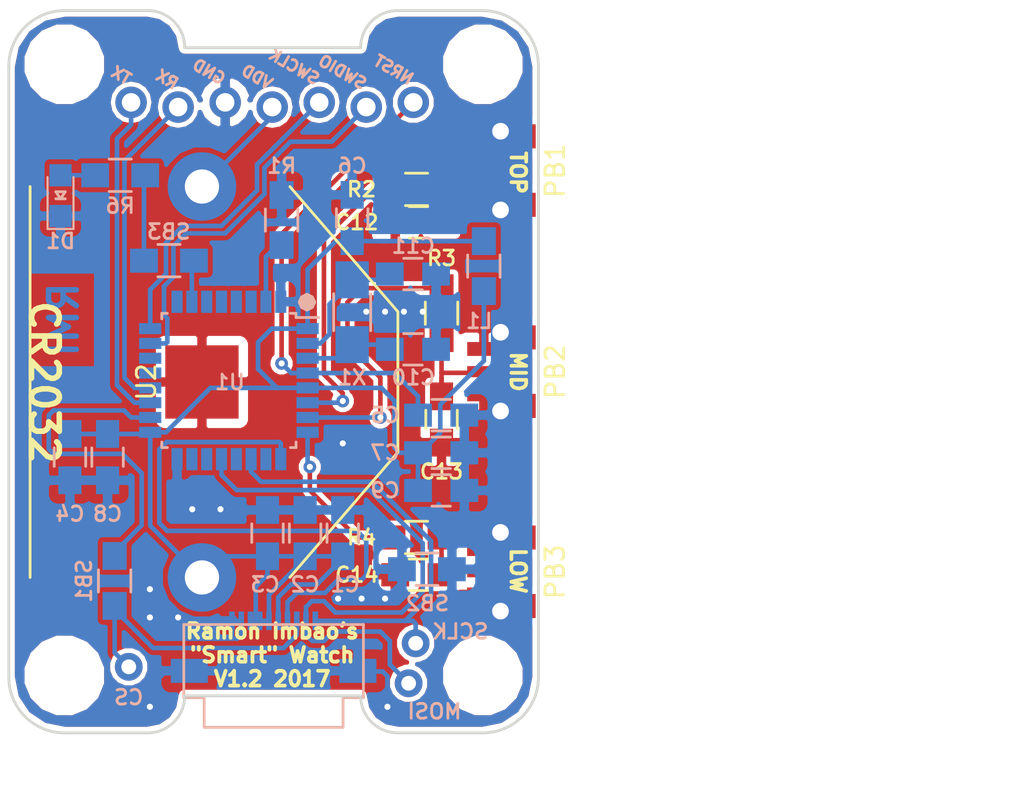
<source format=kicad_pcb>
(kicad_pcb (version 4) (host pcbnew 4.0.5-e0-6337~49~ubuntu16.04.1)

  (general
    (links 93)
    (no_connects 1)
    (area -0.075001 -0.079073 28.675001 39.075001)
    (thickness 0.8)
    (drawings 44)
    (tracks 295)
    (zones 0)
    (modules 39)
    (nets 25)
  )

  (page A4)
  (layers
    (0 F.Cu signal)
    (31 B.Cu signal)
    (34 B.Paste user)
    (35 F.Paste user)
    (36 B.SilkS user)
    (37 F.SilkS user)
    (38 B.Mask user)
    (39 F.Mask user)
    (40 Dwgs.User user)
    (41 Cmts.User user)
    (42 Eco1.User user)
    (43 Eco2.User user)
    (44 Edge.Cuts user)
    (45 Margin user)
  )

  (setup
    (last_trace_width 0.25)
    (trace_clearance 0.1524)
    (zone_clearance 0.254)
    (zone_45_only yes)
    (trace_min 0.1524)
    (segment_width 0.2)
    (edge_width 0.15)
    (via_size 0.6858)
    (via_drill 0.3302)
    (via_min_size 0.6858)
    (via_min_drill 0.3302)
    (uvia_size 0.762)
    (uvia_drill 0.508)
    (uvias_allowed no)
    (uvia_min_size 0)
    (uvia_min_drill 0)
    (pcb_text_width 0.3)
    (pcb_text_size 1.5 1.5)
    (mod_edge_width 0.15)
    (mod_text_size 1 1)
    (mod_text_width 0.15)
    (pad_size 2.8 2.8)
    (pad_drill 2.8)
    (pad_to_mask_clearance 0.2)
    (aux_axis_origin 0 0)
    (visible_elements FFFFFF7F)
    (pcbplotparams
      (layerselection 0x010f0_80000001)
      (usegerberextensions true)
      (excludeedgelayer true)
      (linewidth 0.100000)
      (plotframeref false)
      (viasonmask false)
      (mode 1)
      (useauxorigin false)
      (hpglpennumber 1)
      (hpglpenspeed 20)
      (hpglpendiameter 15)
      (hpglpenoverlay 2)
      (psnegative false)
      (psa4output false)
      (plotreference true)
      (plotvalue true)
      (plotinvisibletext false)
      (padsonsilk false)
      (subtractmaskfromsilk false)
      (outputformat 1)
      (mirror false)
      (drillshape 0)
      (scaleselection 1)
      (outputdirectory gerb))
  )

  (net 0 "")
  (net 1 GND)
  (net 2 +BATT)
  (net 3 EXTCOMIN)
  (net 4 SWDIO)
  (net 5 SWCLK)
  (net 6 PB_TOP)
  (net 7 PB_MID)
  (net 8 PB_BOTTOM)
  (net 9 "Net-(C10-Pad1)")
  (net 10 "Net-(C11-Pad1)")
  (net 11 "Net-(R1-Pad2)")
  (net 12 NRST)
  (net 13 SI)
  (net 14 SCLK)
  (net 15 SCS)
  (net 16 "Net-(SB1-Pad1)")
  (net 17 PB_TOP_RC)
  (net 18 PB_MID_RC)
  (net 19 PB_BOTTOM_RC)
  (net 20 TX)
  (net 21 RX)
  (net 22 "Net-(D1-Pad2)")
  (net 23 "Net-(R6-Pad2)")
  (net 24 "Net-(SB3-Pad2)")

  (net_class Default "This is the default net class."
    (clearance 0.1524)
    (trace_width 0.25)
    (via_dia 0.6858)
    (via_drill 0.3302)
    (uvia_dia 0.762)
    (uvia_drill 0.508)
    (add_net +BATT)
    (add_net EXTCOMIN)
    (add_net GND)
    (add_net NRST)
    (add_net "Net-(C10-Pad1)")
    (add_net "Net-(C11-Pad1)")
    (add_net "Net-(D1-Pad2)")
    (add_net "Net-(R1-Pad2)")
    (add_net "Net-(R6-Pad2)")
    (add_net "Net-(SB1-Pad1)")
    (add_net "Net-(SB3-Pad2)")
    (add_net PB_BOTTOM)
    (add_net PB_BOTTOM_RC)
    (add_net PB_MID)
    (add_net PB_MID_RC)
    (add_net PB_TOP)
    (add_net PB_TOP_RC)
    (add_net RX)
    (add_net SCLK)
    (add_net SCS)
    (add_net SI)
    (add_net SWCLK)
    (add_net SWDIO)
    (add_net TX)
  )

  (module Measurement_Points:Measurement_Point_Round-TH_Small (layer B.Cu) (tedit 589B0F32) (tstamp 589B0F82)
    (at 21.971 34.163)
    (descr "Mesurement Point, Square, Trough Hole,  DM 1.5mm, Drill 0.8mm,")
    (tags "Mesurement Point Round Trough Hole 1.5mm Drill 0.8mm")
    (path /589B0C37)
    (attr virtual)
    (fp_text reference W3 (at 0 2) (layer B.SilkS) hide
      (effects (font (size 1 1) (thickness 0.15)) (justify mirror))
    )
    (fp_text value TEST_1P (at 0 -2) (layer B.Fab)
      (effects (font (size 1 1) (thickness 0.15)) (justify mirror))
    )
    (fp_circle (center 0 0) (end 1 0) (layer B.CrtYd) (width 0.05))
    (pad 1 thru_hole circle (at 0 0) (size 1.5 1.5) (drill 0.8) (layers *.Cu *.Mask)
      (net 14 SCLK))
  )

  (module Measurement_Points:Measurement_Point_Round-TH_Small (layer B.Cu) (tedit 589B0F35) (tstamp 589B0F7E)
    (at 21.59 36.322)
    (descr "Mesurement Point, Square, Trough Hole,  DM 1.5mm, Drill 0.8mm,")
    (tags "Mesurement Point Round Trough Hole 1.5mm Drill 0.8mm")
    (path /589B180C)
    (attr virtual)
    (fp_text reference W2 (at 0 2) (layer B.SilkS) hide
      (effects (font (size 1 1) (thickness 0.15)) (justify mirror))
    )
    (fp_text value TEST_1P (at 0 -2) (layer B.Fab)
      (effects (font (size 1 1) (thickness 0.15)) (justify mirror))
    )
    (fp_circle (center 0 0) (end 1 0) (layer B.CrtYd) (width 0.05))
    (pad 1 thru_hole circle (at 0 0) (size 1.5 1.5) (drill 0.8) (layers *.Cu *.Mask)
      (net 13 SI))
  )

  (module Measurement_Points:Measurement_Point_Round-TH_Small (layer B.Cu) (tedit 589B0F38) (tstamp 589B0F7A)
    (at 6.477 35.433)
    (descr "Mesurement Point, Square, Trough Hole,  DM 1.5mm, Drill 0.8mm,")
    (tags "Mesurement Point Round Trough Hole 1.5mm Drill 0.8mm")
    (path /589B2A89)
    (attr virtual)
    (fp_text reference W1 (at 0 2) (layer B.SilkS) hide
      (effects (font (size 1 1) (thickness 0.15)) (justify mirror))
    )
    (fp_text value TEST_1P (at 0 -2) (layer B.Fab)
      (effects (font (size 1 1) (thickness 0.15)) (justify mirror))
    )
    (fp_circle (center 0 0) (end 1 0) (layer B.CrtYd) (width 0.05))
    (pad 1 thru_hole circle (at 0 0) (size 1.5 1.5) (drill 0.8) (layers *.Cu *.Mask)
      (net 15 SCS))
  )

  (module Resistors_SMD:R_0805_HandSoldering (layer B.Cu) (tedit 589AEB3D) (tstamp 589AE98C)
    (at 6.016 8.89)
    (descr "Resistor SMD 0805, hand soldering")
    (tags "resistor 0805")
    (path /589AE991)
    (attr smd)
    (fp_text reference R6 (at 0 1.651) (layer B.SilkS)
      (effects (font (size 0.8 0.8) (thickness 0.15)) (justify mirror))
    )
    (fp_text value 510 (at 0 -2.1) (layer B.Fab)
      (effects (font (size 1 1) (thickness 0.15)) (justify mirror))
    )
    (fp_line (start -1 -0.625) (end -1 0.625) (layer B.Fab) (width 0.1))
    (fp_line (start 1 -0.625) (end -1 -0.625) (layer B.Fab) (width 0.1))
    (fp_line (start 1 0.625) (end 1 -0.625) (layer B.Fab) (width 0.1))
    (fp_line (start -1 0.625) (end 1 0.625) (layer B.Fab) (width 0.1))
    (fp_line (start -2.4 1) (end 2.4 1) (layer B.CrtYd) (width 0.05))
    (fp_line (start -2.4 -1) (end 2.4 -1) (layer B.CrtYd) (width 0.05))
    (fp_line (start -2.4 1) (end -2.4 -1) (layer B.CrtYd) (width 0.05))
    (fp_line (start 2.4 1) (end 2.4 -1) (layer B.CrtYd) (width 0.05))
    (fp_line (start 0.6 -0.875) (end -0.6 -0.875) (layer B.SilkS) (width 0.15))
    (fp_line (start -0.6 0.875) (end 0.6 0.875) (layer B.SilkS) (width 0.15))
    (pad 1 smd rect (at -1.35 0) (size 1.5 1.3) (layers B.Cu B.Paste B.Mask)
      (net 22 "Net-(D1-Pad2)"))
    (pad 2 smd rect (at 1.35 0) (size 1.5 1.3) (layers B.Cu B.Paste B.Mask)
      (net 23 "Net-(R6-Pad2)"))
    (model Resistors_SMD.3dshapes/R_0805_HandSoldering.wrl
      (at (xyz 0 0 0))
      (scale (xyz 1 1 1))
      (rotate (xyz 0 0 0))
    )
  )

  (module Resistors_SMD:R_0805_HandSoldering (layer B.Cu) (tedit 589AEB41) (tstamp 589AE986)
    (at 8.65 13.5)
    (descr "Resistor SMD 0805, hand soldering")
    (tags "resistor 0805")
    (path /589AF158)
    (attr smd)
    (fp_text reference SB3 (at -0.014 -1.562) (layer B.SilkS)
      (effects (font (size 0.8 0.8) (thickness 0.15)) (justify mirror))
    )
    (fp_text value 0 (at 0 -2.1) (layer B.Fab)
      (effects (font (size 1 1) (thickness 0.15)) (justify mirror))
    )
    (fp_line (start -1 -0.625) (end -1 0.625) (layer B.Fab) (width 0.1))
    (fp_line (start 1 -0.625) (end -1 -0.625) (layer B.Fab) (width 0.1))
    (fp_line (start 1 0.625) (end 1 -0.625) (layer B.Fab) (width 0.1))
    (fp_line (start -1 0.625) (end 1 0.625) (layer B.Fab) (width 0.1))
    (fp_line (start -2.4 1) (end 2.4 1) (layer B.CrtYd) (width 0.05))
    (fp_line (start -2.4 -1) (end 2.4 -1) (layer B.CrtYd) (width 0.05))
    (fp_line (start -2.4 1) (end -2.4 -1) (layer B.CrtYd) (width 0.05))
    (fp_line (start 2.4 1) (end 2.4 -1) (layer B.CrtYd) (width 0.05))
    (fp_line (start 0.6 -0.875) (end -0.6 -0.875) (layer B.SilkS) (width 0.15))
    (fp_line (start -0.6 0.875) (end 0.6 0.875) (layer B.SilkS) (width 0.15))
    (pad 1 smd rect (at -1.35 0) (size 1.5 1.3) (layers B.Cu B.Paste B.Mask)
      (net 23 "Net-(R6-Pad2)"))
    (pad 2 smd rect (at 1.35 0) (size 1.5 1.3) (layers B.Cu B.Paste B.Mask)
      (net 24 "Net-(SB3-Pad2)"))
    (model Resistors_SMD.3dshapes/R_0805_HandSoldering.wrl
      (at (xyz 0 0 0))
      (scale (xyz 1 1 1))
      (rotate (xyz 0 0 0))
    )
  )

  (module LEDs:LED_0805 (layer B.Cu) (tedit 589AEA3E) (tstamp 589AE980)
    (at 2.794 9.99 90)
    (descr "LED 0805 smd package")
    (tags "LED led 0805 SMD smd SMT smt smdled SMDLED smtled SMTLED")
    (path /589AEFCD)
    (attr smd)
    (fp_text reference D1 (at -2.456 0 180) (layer B.SilkS)
      (effects (font (size 0.8 0.8) (thickness 0.15)) (justify mirror))
    )
    (fp_text value LED (at 0 -1.55 90) (layer B.Fab)
      (effects (font (size 1 1) (thickness 0.15)) (justify mirror))
    )
    (fp_line (start -1.8 0.7) (end -1.8 -0.7) (layer B.SilkS) (width 0.12))
    (fp_line (start -0.4 0.4) (end -0.4 -0.4) (layer B.Fab) (width 0.1))
    (fp_line (start -0.4 0) (end 0.2 0.4) (layer B.Fab) (width 0.1))
    (fp_line (start 0.2 -0.4) (end -0.4 0) (layer B.Fab) (width 0.1))
    (fp_line (start 0.2 0.4) (end 0.2 -0.4) (layer B.Fab) (width 0.1))
    (fp_line (start 1 -0.6) (end -1 -0.6) (layer B.Fab) (width 0.1))
    (fp_line (start 1 0.6) (end 1 -0.6) (layer B.Fab) (width 0.1))
    (fp_line (start -1 0.6) (end 1 0.6) (layer B.Fab) (width 0.1))
    (fp_line (start -1 -0.6) (end -1 0.6) (layer B.Fab) (width 0.1))
    (fp_line (start -1.8 -0.7) (end 1 -0.7) (layer B.SilkS) (width 0.12))
    (fp_line (start -1.8 0.7) (end 1 0.7) (layer B.SilkS) (width 0.12))
    (fp_line (start 1.95 0.85) (end 1.95 -0.85) (layer B.CrtYd) (width 0.05))
    (fp_line (start 1.95 -0.85) (end -1.95 -0.85) (layer B.CrtYd) (width 0.05))
    (fp_line (start -1.95 -0.85) (end -1.95 0.85) (layer B.CrtYd) (width 0.05))
    (fp_line (start -1.95 0.85) (end 1.95 0.85) (layer B.CrtYd) (width 0.05))
    (pad 2 smd rect (at 1.1 0 270) (size 1.2 1.2) (layers B.Cu B.Paste B.Mask)
      (net 22 "Net-(D1-Pad2)"))
    (pad 1 smd rect (at -1.1 0 270) (size 1.2 1.2) (layers B.Cu B.Paste B.Mask)
      (net 1 GND))
    (model LEDs.3dshapes/LED_0805.wrl
      (at (xyz 0 0 0))
      (scale (xyz 1 1 1))
      (rotate (xyz 0 0 180))
    )
  )

  (module Generic_Connector:Pin_Header_Straight_1x07_Pitch2.54mm (layer B.Cu) (tedit 589371CA) (tstamp 5893717F)
    (at 21.844 5.08 90)
    (descr "Through hole straight pin header, 1x07, 2.54mm pitch, single row")
    (tags "Through hole pin header THT 1x07 2.54mm single row")
    (path /58938493)
    (fp_text reference P2 (at 0 2.39 90) (layer B.SilkS) hide
      (effects (font (size 1 1) (thickness 0.15)) (justify mirror))
    )
    (fp_text value CONN_01X07 (at 0 -17.63 90) (layer B.Fab)
      (effects (font (size 1 1) (thickness 0.15)) (justify mirror))
    )
    (fp_line (start -1.27 1.27) (end -1.27 -16.51) (layer B.Fab) (width 0.1))
    (fp_line (start -1.27 -16.51) (end 1.27 -16.51) (layer B.Fab) (width 0.1))
    (fp_line (start 1.27 -16.51) (end 1.27 1.27) (layer B.Fab) (width 0.1))
    (fp_line (start 1.27 1.27) (end -1.27 1.27) (layer B.Fab) (width 0.1))
    (fp_line (start -1.6 1.6) (end -1.6 -16.8) (layer B.CrtYd) (width 0.05))
    (fp_line (start -1.6 -16.8) (end 1.6 -16.8) (layer B.CrtYd) (width 0.05))
    (fp_line (start 1.6 -16.8) (end 1.6 1.6) (layer B.CrtYd) (width 0.05))
    (fp_line (start 1.6 1.6) (end -1.6 1.6) (layer B.CrtYd) (width 0.05))
    (pad 1 thru_hole circle (at 0.127 0 90) (size 1.7 1.7) (drill 1) (layers *.Cu *.Mask)
      (net 12 NRST))
    (pad 2 thru_hole oval (at -0.127 -2.54 90) (size 1.7 1.7) (drill 1) (layers *.Cu *.Mask)
      (net 4 SWDIO))
    (pad 3 thru_hole oval (at 0.127 -5.08 90) (size 1.7 1.7) (drill 1) (layers *.Cu *.Mask)
      (net 5 SWCLK))
    (pad 4 thru_hole oval (at -0.127 -7.62 90) (size 1.7 1.7) (drill 1) (layers *.Cu *.Mask)
      (net 2 +BATT))
    (pad 5 thru_hole oval (at 0.127 -10.16 90) (size 1.7 1.7) (drill 1) (layers *.Cu *.Mask)
      (net 1 GND))
    (pad 6 thru_hole oval (at -0.127 -12.7 90) (size 1.7 1.7) (drill 1) (layers *.Cu *.Mask)
      (net 21 RX))
    (pad 7 thru_hole oval (at 0.127 -15.24 90) (size 1.7 1.7) (drill 1) (layers *.Cu *.Mask)
      (net 20 TX))
    (model Pin_Headers.3dshapes/Pin_Header_Straight_1x07_Pitch2.54mm.wrl
      (at (xyz 0 -0.3 0))
      (scale (xyz 1 1 1))
      (rotate (xyz 0 0 90))
    )
  )

  (module Resistors_SMD:R_0805_HandSoldering (layer B.Cu) (tedit 584D8A1E) (tstamp 584D8A4F)
    (at 22.5781 30.1625)
    (descr "Resistor SMD 0805, hand soldering")
    (tags "resistor 0805")
    (path /57EF588A)
    (attr smd)
    (fp_text reference SB2 (at 0.0279 1.8415) (layer B.SilkS)
      (effects (font (size 0.8 0.8) (thickness 0.15)) (justify mirror))
    )
    (fp_text value 0 (at 0 -2.1) (layer B.Fab)
      (effects (font (size 1 1) (thickness 0.15)) (justify mirror))
    )
    (fp_line (start -1 -0.625) (end -1 0.625) (layer B.Fab) (width 0.1))
    (fp_line (start 1 -0.625) (end -1 -0.625) (layer B.Fab) (width 0.1))
    (fp_line (start 1 0.625) (end 1 -0.625) (layer B.Fab) (width 0.1))
    (fp_line (start -1 0.625) (end 1 0.625) (layer B.Fab) (width 0.1))
    (fp_line (start -2.4 1) (end 2.4 1) (layer B.CrtYd) (width 0.05))
    (fp_line (start -2.4 -1) (end 2.4 -1) (layer B.CrtYd) (width 0.05))
    (fp_line (start -2.4 1) (end -2.4 -1) (layer B.CrtYd) (width 0.05))
    (fp_line (start 2.4 1) (end 2.4 -1) (layer B.CrtYd) (width 0.05))
    (fp_line (start 0.6 -0.875) (end -0.6 -0.875) (layer B.SilkS) (width 0.15))
    (fp_line (start -0.6 0.875) (end 0.6 0.875) (layer B.SilkS) (width 0.15))
    (pad 1 smd rect (at -1.35 0) (size 1.5 1.3) (layers B.Cu B.Paste B.Mask)
      (net 1 GND))
    (pad 2 smd rect (at 1.35 0) (size 1.5 1.3) (layers B.Cu B.Paste B.Mask)
      (net 1 GND))
    (model Resistors_SMD.3dshapes/R_0805_HandSoldering.wrl
      (at (xyz 0 0 0))
      (scale (xyz 1 1 1))
      (rotate (xyz 0 0 0))
    )
  )

  (module Crystals_SMD:Crystal_3.2x1.5mm_HandSoldering (layer B.Cu) (tedit 57F9B865) (tstamp 57EE6A54)
    (at 18.542 16.284 270)
    (path /57EE6055)
    (fp_text reference X1 (at 3.528 0 360) (layer B.SilkS)
      (effects (font (size 0.8 0.8) (thickness 0.15)) (justify mirror))
    )
    (fp_text value 32.768kHz (at 0 2 270) (layer B.Fab)
      (effects (font (size 1 1) (thickness 0.15)) (justify mirror))
    )
    (fp_line (start -1 -1) (end 1 -1) (layer B.SilkS) (width 0.15))
    (fp_line (start -1 1) (end 1 1) (layer B.SilkS) (width 0.15))
    (pad 1 smd rect (at 1.75 0 270) (size 2 1.8) (layers B.Cu B.Paste B.Mask)
      (net 9 "Net-(C10-Pad1)"))
    (pad 2 smd rect (at -1.75 0 270) (size 2 1.8) (layers B.Cu B.Paste B.Mask)
      (net 10 "Net-(C11-Pad1)"))
    (model /home/ramon/Projects/KiCad/Watch/Crystals_SMD.pretty/Crystals_SMD.3dmodels/Crystal_3.2x1.5mm.wrl
      (at (xyz 0 0 0))
      (scale (xyz 1 1 1))
      (rotate (xyz 0 0 0))
    )
  )

  (module Resistors_SMD:R_0805_HandSoldering (layer F.Cu) (tedit 57F91E54) (tstamp 57F919BE)
    (at 22.018 28.448 180)
    (descr "Resistor SMD 0805, hand soldering")
    (tags "resistor 0805")
    (path /57F92963)
    (attr smd)
    (fp_text reference R4 (at 2.968 0 180) (layer F.SilkS)
      (effects (font (size 0.8 0.8) (thickness 0.15)))
    )
    (fp_text value 10k (at 0 2.1 180) (layer F.Fab)
      (effects (font (size 1 1) (thickness 0.15)))
    )
    (fp_line (start -2.4 -1) (end 2.4 -1) (layer F.CrtYd) (width 0.05))
    (fp_line (start -2.4 1) (end 2.4 1) (layer F.CrtYd) (width 0.05))
    (fp_line (start -2.4 -1) (end -2.4 1) (layer F.CrtYd) (width 0.05))
    (fp_line (start 2.4 -1) (end 2.4 1) (layer F.CrtYd) (width 0.05))
    (fp_line (start 0.6 0.875) (end -0.6 0.875) (layer F.SilkS) (width 0.15))
    (fp_line (start -0.6 -0.875) (end 0.6 -0.875) (layer F.SilkS) (width 0.15))
    (pad 1 smd rect (at -1.35 0 180) (size 1.5 1.3) (layers F.Cu F.Paste F.Mask)
      (net 8 PB_BOTTOM))
    (pad 2 smd rect (at 1.35 0 180) (size 1.5 1.3) (layers F.Cu F.Paste F.Mask)
      (net 19 PB_BOTTOM_RC))
    (model Resistors_SMD.3dshapes/R_0805_HandSoldering.wrl
      (at (xyz 0 0 0))
      (scale (xyz 1 1 1))
      (rotate (xyz 0 0 0))
    )
  )

  (module Resistors_SMD:R_0805_HandSoldering (layer F.Cu) (tedit 57F91E6C) (tstamp 57F919B8)
    (at 23.368 16.336 90)
    (descr "Resistor SMD 0805, hand soldering")
    (tags "resistor 0805")
    (path /57F928F4)
    (attr smd)
    (fp_text reference R3 (at 2.968 0 180) (layer F.SilkS)
      (effects (font (size 0.8 0.8) (thickness 0.15)))
    )
    (fp_text value 10k (at 0 2.1 90) (layer F.Fab)
      (effects (font (size 1 1) (thickness 0.15)))
    )
    (fp_line (start -2.4 -1) (end 2.4 -1) (layer F.CrtYd) (width 0.05))
    (fp_line (start -2.4 1) (end 2.4 1) (layer F.CrtYd) (width 0.05))
    (fp_line (start -2.4 -1) (end -2.4 1) (layer F.CrtYd) (width 0.05))
    (fp_line (start 2.4 -1) (end 2.4 1) (layer F.CrtYd) (width 0.05))
    (fp_line (start 0.6 0.875) (end -0.6 0.875) (layer F.SilkS) (width 0.15))
    (fp_line (start -0.6 -0.875) (end 0.6 -0.875) (layer F.SilkS) (width 0.15))
    (pad 1 smd rect (at -1.35 0 90) (size 1.5 1.3) (layers F.Cu F.Paste F.Mask)
      (net 7 PB_MID))
    (pad 2 smd rect (at 1.35 0 90) (size 1.5 1.3) (layers F.Cu F.Paste F.Mask)
      (net 18 PB_MID_RC))
    (model Resistors_SMD.3dshapes/R_0805_HandSoldering.wrl
      (at (xyz 0 0 0))
      (scale (xyz 1 1 1))
      (rotate (xyz 0 0 0))
    )
  )

  (module Capacitors_SMD:C_0805_HandSoldering (layer F.Cu) (tedit 57F91E7A) (tstamp 57F919A6)
    (at 23.368 22.078 270)
    (descr "Capacitor SMD 0805, hand soldering")
    (tags "capacitor 0805")
    (path /57F9326B)
    (attr smd)
    (fp_text reference C13 (at 2.814 0 360) (layer F.SilkS)
      (effects (font (size 0.8 0.8) (thickness 0.15)))
    )
    (fp_text value 100n (at 0 2.1 270) (layer F.Fab)
      (effects (font (size 1 1) (thickness 0.15)))
    )
    (fp_line (start -1 0.625) (end -1 -0.625) (layer F.Fab) (width 0.15))
    (fp_line (start 1 0.625) (end -1 0.625) (layer F.Fab) (width 0.15))
    (fp_line (start 1 -0.625) (end 1 0.625) (layer F.Fab) (width 0.15))
    (fp_line (start -1 -0.625) (end 1 -0.625) (layer F.Fab) (width 0.15))
    (fp_line (start -2.3 -1) (end 2.3 -1) (layer F.CrtYd) (width 0.05))
    (fp_line (start -2.3 1) (end 2.3 1) (layer F.CrtYd) (width 0.05))
    (fp_line (start -2.3 -1) (end -2.3 1) (layer F.CrtYd) (width 0.05))
    (fp_line (start 2.3 -1) (end 2.3 1) (layer F.CrtYd) (width 0.05))
    (fp_line (start 0.5 -0.85) (end -0.5 -0.85) (layer F.SilkS) (width 0.15))
    (fp_line (start -0.5 0.85) (end 0.5 0.85) (layer F.SilkS) (width 0.15))
    (pad 1 smd rect (at -1.25 0 270) (size 1.5 1.25) (layers F.Cu F.Paste F.Mask)
      (net 7 PB_MID))
    (pad 2 smd rect (at 1.25 0 270) (size 1.5 1.25) (layers F.Cu F.Paste F.Mask)
      (net 1 GND))
    (model Capacitors_SMD.3dshapes/C_0805_HandSoldering.wrl
      (at (xyz 0 0 0))
      (scale (xyz 1 1 1))
      (rotate (xyz 0 0 0))
    )
  )

  (module Capacitors_SMD:C_0805_HandSoldering (layer F.Cu) (tedit 57F91EE0) (tstamp 57F919A0)
    (at 22.118 11.43 180)
    (descr "Capacitor SMD 0805, hand soldering")
    (tags "capacitor 0805")
    (path /57F93166)
    (attr smd)
    (fp_text reference C12 (at 3.322 0 180) (layer F.SilkS)
      (effects (font (size 0.8 0.8) (thickness 0.15)))
    )
    (fp_text value 100n (at 0 2.1 180) (layer F.Fab)
      (effects (font (size 1 1) (thickness 0.15)))
    )
    (fp_line (start -1 0.625) (end -1 -0.625) (layer F.Fab) (width 0.15))
    (fp_line (start 1 0.625) (end -1 0.625) (layer F.Fab) (width 0.15))
    (fp_line (start 1 -0.625) (end 1 0.625) (layer F.Fab) (width 0.15))
    (fp_line (start -1 -0.625) (end 1 -0.625) (layer F.Fab) (width 0.15))
    (fp_line (start -2.3 -1) (end 2.3 -1) (layer F.CrtYd) (width 0.05))
    (fp_line (start -2.3 1) (end 2.3 1) (layer F.CrtYd) (width 0.05))
    (fp_line (start -2.3 -1) (end -2.3 1) (layer F.CrtYd) (width 0.05))
    (fp_line (start 2.3 -1) (end 2.3 1) (layer F.CrtYd) (width 0.05))
    (fp_line (start 0.5 -0.85) (end -0.5 -0.85) (layer F.SilkS) (width 0.15))
    (fp_line (start -0.5 0.85) (end 0.5 0.85) (layer F.SilkS) (width 0.15))
    (pad 1 smd rect (at -1.25 0 180) (size 1.5 1.25) (layers F.Cu F.Paste F.Mask)
      (net 6 PB_TOP))
    (pad 2 smd rect (at 1.25 0 180) (size 1.5 1.25) (layers F.Cu F.Paste F.Mask)
      (net 1 GND))
    (model Capacitors_SMD.3dshapes/C_0805_HandSoldering.wrl
      (at (xyz 0 0 0))
      (scale (xyz 1 1 1))
      (rotate (xyz 0 0 0))
    )
  )

  (module Capacitors_SMD:C_0805_HandSoldering (layer B.Cu) (tedit 57EF4EFC) (tstamp 57EF4B8E)
    (at 21.824 14.224)
    (descr "Capacitor SMD 0805, hand soldering")
    (tags "capacitor 0805")
    (path /57EEC826)
    (attr smd)
    (fp_text reference C11 (at 0.02 -1.524 180) (layer B.SilkS)
      (effects (font (size 0.8 0.8) (thickness 0.15)) (justify mirror))
    )
    (fp_text value 10p (at 0 -2.1) (layer B.Fab)
      (effects (font (size 1 1) (thickness 0.15)) (justify mirror))
    )
    (fp_line (start -1 -0.625) (end -1 0.625) (layer B.Fab) (width 0.15))
    (fp_line (start 1 -0.625) (end -1 -0.625) (layer B.Fab) (width 0.15))
    (fp_line (start 1 0.625) (end 1 -0.625) (layer B.Fab) (width 0.15))
    (fp_line (start -1 0.625) (end 1 0.625) (layer B.Fab) (width 0.15))
    (fp_line (start -2.3 1) (end 2.3 1) (layer B.CrtYd) (width 0.05))
    (fp_line (start -2.3 -1) (end 2.3 -1) (layer B.CrtYd) (width 0.05))
    (fp_line (start -2.3 1) (end -2.3 -1) (layer B.CrtYd) (width 0.05))
    (fp_line (start 2.3 1) (end 2.3 -1) (layer B.CrtYd) (width 0.05))
    (fp_line (start 0.5 0.85) (end -0.5 0.85) (layer B.SilkS) (width 0.15))
    (fp_line (start -0.5 -0.85) (end 0.5 -0.85) (layer B.SilkS) (width 0.15))
    (pad 1 smd rect (at -1.25 0) (size 1.5 1.25) (layers B.Cu B.Paste B.Mask)
      (net 10 "Net-(C11-Pad1)"))
    (pad 2 smd rect (at 1.25 0) (size 1.5 1.25) (layers B.Cu B.Paste B.Mask)
      (net 1 GND))
    (model Capacitors_SMD.3dshapes/C_0805_HandSoldering.wrl
      (at (xyz 0 0 0))
      (scale (xyz 1 1 1))
      (rotate (xyz 0 0 0))
    )
  )

  (module Capacitors_SMD:C_0805_HandSoldering (layer B.Cu) (tedit 57EF4EF7) (tstamp 57EF4B89)
    (at 21.824 18.288)
    (descr "Capacitor SMD 0805, hand soldering")
    (tags "capacitor 0805")
    (path /57EEC7C3)
    (attr smd)
    (fp_text reference C10 (at 0.02 1.524 180) (layer B.SilkS)
      (effects (font (size 0.8 0.8) (thickness 0.15)) (justify mirror))
    )
    (fp_text value 10p (at 0 -2.1) (layer B.Fab)
      (effects (font (size 1 1) (thickness 0.15)) (justify mirror))
    )
    (fp_line (start -1 -0.625) (end -1 0.625) (layer B.Fab) (width 0.15))
    (fp_line (start 1 -0.625) (end -1 -0.625) (layer B.Fab) (width 0.15))
    (fp_line (start 1 0.625) (end 1 -0.625) (layer B.Fab) (width 0.15))
    (fp_line (start -1 0.625) (end 1 0.625) (layer B.Fab) (width 0.15))
    (fp_line (start -2.3 1) (end 2.3 1) (layer B.CrtYd) (width 0.05))
    (fp_line (start -2.3 -1) (end 2.3 -1) (layer B.CrtYd) (width 0.05))
    (fp_line (start -2.3 1) (end -2.3 -1) (layer B.CrtYd) (width 0.05))
    (fp_line (start 2.3 1) (end 2.3 -1) (layer B.CrtYd) (width 0.05))
    (fp_line (start 0.5 0.85) (end -0.5 0.85) (layer B.SilkS) (width 0.15))
    (fp_line (start -0.5 -0.85) (end 0.5 -0.85) (layer B.SilkS) (width 0.15))
    (pad 1 smd rect (at -1.25 0) (size 1.5 1.25) (layers B.Cu B.Paste B.Mask)
      (net 9 "Net-(C10-Pad1)"))
    (pad 2 smd rect (at 1.25 0) (size 1.5 1.25) (layers B.Cu B.Paste B.Mask)
      (net 1 GND))
    (model Capacitors_SMD.3dshapes/C_0805_HandSoldering.wrl
      (at (xyz 0 0 0))
      (scale (xyz 1 1 1))
      (rotate (xyz 0 0 0))
    )
  )

  (module Resistors_SMD:R_0805_HandSoldering (layer B.Cu) (tedit 57F0A9D0) (tstamp 57EF264D)
    (at 25.654 13.796 90)
    (descr "Resistor SMD 0805, hand soldering")
    (tags "resistor 0805")
    (path /57EEB95D)
    (attr smd)
    (fp_text reference L1 (at -2.968 -0.254 360) (layer B.SilkS)
      (effects (font (size 0.8 0.8) (thickness 0.15)) (justify mirror))
    )
    (fp_text value 1000 (at 0 -2.1 90) (layer B.Fab)
      (effects (font (size 1 1) (thickness 0.15)) (justify mirror))
    )
    (fp_line (start -2.4 1) (end 2.4 1) (layer B.CrtYd) (width 0.05))
    (fp_line (start -2.4 -1) (end 2.4 -1) (layer B.CrtYd) (width 0.05))
    (fp_line (start -2.4 1) (end -2.4 -1) (layer B.CrtYd) (width 0.05))
    (fp_line (start 2.4 1) (end 2.4 -1) (layer B.CrtYd) (width 0.05))
    (fp_line (start 0.6 -0.875) (end -0.6 -0.875) (layer B.SilkS) (width 0.15))
    (fp_line (start -0.6 0.875) (end 0.6 0.875) (layer B.SilkS) (width 0.15))
    (pad 1 smd rect (at -1.35 0 90) (size 1.5 1.3) (layers B.Cu B.Paste B.Mask)
      (net 2 +BATT))
    (pad 2 smd rect (at 1.35 0 90) (size 1.5 1.3) (layers B.Cu B.Paste B.Mask)
      (net 2 +BATT))
    (model Resistors_SMD.3dshapes/R_0805_HandSoldering.wrl
      (at (xyz 0 0 0))
      (scale (xyz 1 1 1))
      (rotate (xyz 0 0 0))
    )
  )

  (module Resistors_SMD:R_0805_HandSoldering (layer B.Cu) (tedit 57F0AA30) (tstamp 57EE6A4E)
    (at 14.732 11.3068 270)
    (descr "Resistor SMD 0805, hand soldering")
    (tags "resistor 0805")
    (path /57EE5D03)
    (attr smd)
    (fp_text reference R1 (at -2.9248 0 360) (layer B.SilkS)
      (effects (font (size 0.8 0.8) (thickness 0.15)) (justify mirror))
    )
    (fp_text value 10k (at 0 -2.1 270) (layer B.Fab)
      (effects (font (size 1 1) (thickness 0.15)) (justify mirror))
    )
    (fp_line (start -2.4 1) (end 2.4 1) (layer B.CrtYd) (width 0.05))
    (fp_line (start -2.4 -1) (end 2.4 -1) (layer B.CrtYd) (width 0.05))
    (fp_line (start -2.4 1) (end -2.4 -1) (layer B.CrtYd) (width 0.05))
    (fp_line (start 2.4 1) (end 2.4 -1) (layer B.CrtYd) (width 0.05))
    (fp_line (start 0.6 -0.875) (end -0.6 -0.875) (layer B.SilkS) (width 0.15))
    (fp_line (start -0.6 0.875) (end 0.6 0.875) (layer B.SilkS) (width 0.15))
    (pad 1 smd rect (at -1.35 0 270) (size 1.5 1.3) (layers B.Cu B.Paste B.Mask)
      (net 1 GND))
    (pad 2 smd rect (at 1.35 0 270) (size 1.5 1.3) (layers B.Cu B.Paste B.Mask)
      (net 11 "Net-(R1-Pad2)"))
    (model Resistors_SMD.3dshapes/R_0805_HandSoldering.wrl
      (at (xyz 0 0 0))
      (scale (xyz 1 1 1))
      (rotate (xyz 0 0 0))
    )
  )

  (module Capacitors_SMD:C_0805_HandSoldering (layer B.Cu) (tedit 57F0A9F2) (tstamp 57EE6A30)
    (at 5.334 24.11 270)
    (descr "Capacitor SMD 0805, hand soldering")
    (tags "capacitor 0805")
    (path /57EE841A)
    (attr smd)
    (fp_text reference C8 (at 3.068 0 360) (layer B.SilkS)
      (effects (font (size 0.8 0.8) (thickness 0.15)) (justify mirror))
    )
    (fp_text value 100n (at 0 -2.1 270) (layer B.Fab)
      (effects (font (size 1 1) (thickness 0.15)) (justify mirror))
    )
    (fp_line (start -2.3 1) (end 2.3 1) (layer B.CrtYd) (width 0.05))
    (fp_line (start -2.3 -1) (end 2.3 -1) (layer B.CrtYd) (width 0.05))
    (fp_line (start -2.3 1) (end -2.3 -1) (layer B.CrtYd) (width 0.05))
    (fp_line (start 2.3 1) (end 2.3 -1) (layer B.CrtYd) (width 0.05))
    (fp_line (start 0.5 0.85) (end -0.5 0.85) (layer B.SilkS) (width 0.15))
    (fp_line (start -0.5 -0.85) (end 0.5 -0.85) (layer B.SilkS) (width 0.15))
    (pad 1 smd rect (at -1.25 0 270) (size 1.5 1.25) (layers B.Cu B.Paste B.Mask)
      (net 2 +BATT))
    (pad 2 smd rect (at 1.25 0 270) (size 1.5 1.25) (layers B.Cu B.Paste B.Mask)
      (net 1 GND))
    (model Capacitors_SMD.3dshapes/C_0805_HandSoldering.wrl
      (at (xyz 0 0 0))
      (scale (xyz 1 1 1))
      (rotate (xyz 0 0 0))
    )
  )

  (module Capacitors_SMD:C_0805_HandSoldering (layer B.Cu) (tedit 57F0A9B7) (tstamp 57EE6A2A)
    (at 23.348 23.876)
    (descr "Capacitor SMD 0805, hand soldering")
    (tags "capacitor 0805")
    (path /57EE7343)
    (attr smd)
    (fp_text reference C7 (at -3.028 0 180) (layer B.SilkS)
      (effects (font (size 0.8 0.8) (thickness 0.15)) (justify mirror))
    )
    (fp_text value 100n (at 0 -2.1) (layer B.Fab)
      (effects (font (size 1 1) (thickness 0.15)) (justify mirror))
    )
    (fp_line (start -2.3 1) (end 2.3 1) (layer B.CrtYd) (width 0.05))
    (fp_line (start -2.3 -1) (end 2.3 -1) (layer B.CrtYd) (width 0.05))
    (fp_line (start -2.3 1) (end -2.3 -1) (layer B.CrtYd) (width 0.05))
    (fp_line (start 2.3 1) (end 2.3 -1) (layer B.CrtYd) (width 0.05))
    (fp_line (start 0.5 0.85) (end -0.5 0.85) (layer B.SilkS) (width 0.15))
    (fp_line (start -0.5 -0.85) (end 0.5 -0.85) (layer B.SilkS) (width 0.15))
    (pad 1 smd rect (at -1.25 0) (size 1.5 1.25) (layers B.Cu B.Paste B.Mask)
      (net 2 +BATT))
    (pad 2 smd rect (at 1.25 0) (size 1.5 1.25) (layers B.Cu B.Paste B.Mask)
      (net 1 GND))
    (model Capacitors_SMD.3dshapes/C_0805_HandSoldering.wrl
      (at (xyz 0 0 0))
      (scale (xyz 1 1 1))
      (rotate (xyz 0 0 0))
    )
  )

  (module Capacitors_SMD:C_0805_HandSoldering (layer B.Cu) (tedit 57F0AA2C) (tstamp 57EE6A24)
    (at 18.542 11.196 90)
    (descr "Capacitor SMD 0805, hand soldering")
    (tags "capacitor 0805")
    (path /57EE7301)
    (attr smd)
    (fp_text reference C6 (at 2.814 0 180) (layer B.SilkS)
      (effects (font (size 0.8 0.8) (thickness 0.15)) (justify mirror))
    )
    (fp_text value 100n (at 0 -2.1 90) (layer B.Fab)
      (effects (font (size 1 1) (thickness 0.15)) (justify mirror))
    )
    (fp_line (start -2.3 1) (end 2.3 1) (layer B.CrtYd) (width 0.05))
    (fp_line (start -2.3 -1) (end 2.3 -1) (layer B.CrtYd) (width 0.05))
    (fp_line (start -2.3 1) (end -2.3 -1) (layer B.CrtYd) (width 0.05))
    (fp_line (start 2.3 1) (end 2.3 -1) (layer B.CrtYd) (width 0.05))
    (fp_line (start 0.5 0.85) (end -0.5 0.85) (layer B.SilkS) (width 0.15))
    (fp_line (start -0.5 -0.85) (end 0.5 -0.85) (layer B.SilkS) (width 0.15))
    (pad 1 smd rect (at -1.25 0 90) (size 1.5 1.25) (layers B.Cu B.Paste B.Mask)
      (net 2 +BATT))
    (pad 2 smd rect (at 1.25 0 90) (size 1.5 1.25) (layers B.Cu B.Paste B.Mask)
      (net 1 GND))
    (model Capacitors_SMD.3dshapes/C_0805_HandSoldering.wrl
      (at (xyz 0 0 0))
      (scale (xyz 1 1 1))
      (rotate (xyz 0 0 0))
    )
  )

  (module Capacitors_SMD:C_0805_HandSoldering (layer B.Cu) (tedit 57F0A9E5) (tstamp 57EE6A18)
    (at 3.302 24.11 270)
    (descr "Capacitor SMD 0805, hand soldering")
    (tags "capacitor 0805")
    (path /57EE7295)
    (attr smd)
    (fp_text reference C4 (at 3.068 0 360) (layer B.SilkS)
      (effects (font (size 0.8 0.8) (thickness 0.15)) (justify mirror))
    )
    (fp_text value 4u7 (at 0 -2.1 270) (layer B.Fab)
      (effects (font (size 1 1) (thickness 0.15)) (justify mirror))
    )
    (fp_line (start -2.3 1) (end 2.3 1) (layer B.CrtYd) (width 0.05))
    (fp_line (start -2.3 -1) (end 2.3 -1) (layer B.CrtYd) (width 0.05))
    (fp_line (start -2.3 1) (end -2.3 -1) (layer B.CrtYd) (width 0.05))
    (fp_line (start 2.3 1) (end 2.3 -1) (layer B.CrtYd) (width 0.05))
    (fp_line (start 0.5 0.85) (end -0.5 0.85) (layer B.SilkS) (width 0.15))
    (fp_line (start -0.5 -0.85) (end 0.5 -0.85) (layer B.SilkS) (width 0.15))
    (pad 1 smd rect (at -1.25 0 270) (size 1.5 1.25) (layers B.Cu B.Paste B.Mask)
      (net 2 +BATT))
    (pad 2 smd rect (at 1.25 0 270) (size 1.5 1.25) (layers B.Cu B.Paste B.Mask)
      (net 1 GND))
    (model Capacitors_SMD.3dshapes/C_0805_HandSoldering.wrl
      (at (xyz 0 0 0))
      (scale (xyz 1 1 1))
      (rotate (xyz 0 0 0))
    )
  )

  (module Housings_QFP:LQFP-32_7x7mm_Pitch0.8mm (layer B.Cu) (tedit 57F0AA22) (tstamp 57EA81DA)
    (at 11.886 19.97 180)
    (descr "LQFP32: plastic low profile quad flat package; 32 leads; body 7 x 7 x 1.4 mm (see NXP sot358-1_po.pdf and sot358-1_fr.pdf)")
    (tags "QFP 0.8")
    (path /57EA8A77)
    (attr smd)
    (fp_text reference U1 (at -0.052 -0.096 180) (layer B.SilkS)
      (effects (font (size 0.8 0.8) (thickness 0.15)) (justify mirror))
    )
    (fp_text value STM32L031K6 (at 0 -5.85 180) (layer B.Fab)
      (effects (font (size 1 1) (thickness 0.15)) (justify mirror))
    )
    (fp_text user %R (at 0 0 180) (layer B.Fab)
      (effects (font (size 1 1) (thickness 0.15)) (justify mirror))
    )
    (fp_line (start -2.5 3.5) (end 3.5 3.5) (layer B.Fab) (width 0.15))
    (fp_line (start 3.5 3.5) (end 3.5 -3.5) (layer B.Fab) (width 0.15))
    (fp_line (start 3.5 -3.5) (end -3.5 -3.5) (layer B.Fab) (width 0.15))
    (fp_line (start -3.5 -3.5) (end -3.5 2.5) (layer B.Fab) (width 0.15))
    (fp_line (start -3.5 2.5) (end -2.5 3.5) (layer B.Fab) (width 0.15))
    (fp_line (start -5.1 5.1) (end -5.1 -5.1) (layer B.CrtYd) (width 0.05))
    (fp_line (start 5.1 5.1) (end 5.1 -5.1) (layer B.CrtYd) (width 0.05))
    (fp_line (start -5.1 5.1) (end 5.1 5.1) (layer B.CrtYd) (width 0.05))
    (fp_line (start -5.1 -5.1) (end 5.1 -5.1) (layer B.CrtYd) (width 0.05))
    (fp_line (start -3.625 3.625) (end -3.625 3.4) (layer B.SilkS) (width 0.15))
    (fp_line (start 3.625 3.625) (end 3.625 3.325) (layer B.SilkS) (width 0.15))
    (fp_line (start 3.625 -3.625) (end 3.625 -3.325) (layer B.SilkS) (width 0.15))
    (fp_line (start -3.625 -3.625) (end -3.625 -3.325) (layer B.SilkS) (width 0.15))
    (fp_line (start -3.625 3.625) (end -3.325 3.625) (layer B.SilkS) (width 0.15))
    (fp_line (start -3.625 -3.625) (end -3.325 -3.625) (layer B.SilkS) (width 0.15))
    (fp_line (start 3.625 -3.625) (end 3.325 -3.625) (layer B.SilkS) (width 0.15))
    (fp_line (start 3.625 3.625) (end 3.325 3.625) (layer B.SilkS) (width 0.15))
    (fp_line (start -3.625 3.4) (end -4.85 3.4) (layer B.SilkS) (width 0.15))
    (pad 1 smd rect (at -4.25 2.8 180) (size 1.2 0.6) (layers B.Cu B.Paste B.Mask)
      (net 2 +BATT))
    (pad 2 smd rect (at -4.25 2 180) (size 1.2 0.6) (layers B.Cu B.Paste B.Mask)
      (net 10 "Net-(C11-Pad1)"))
    (pad 3 smd rect (at -4.25 1.2 180) (size 1.2 0.6) (layers B.Cu B.Paste B.Mask)
      (net 9 "Net-(C10-Pad1)"))
    (pad 4 smd rect (at -4.25 0.4 180) (size 1.2 0.6) (layers B.Cu B.Paste B.Mask)
      (net 12 NRST))
    (pad 5 smd rect (at -4.25 -0.4 180) (size 1.2 0.6) (layers B.Cu B.Paste B.Mask)
      (net 2 +BATT))
    (pad 6 smd rect (at -4.25 -1.2 180) (size 1.2 0.6) (layers B.Cu B.Paste B.Mask)
      (net 17 PB_TOP_RC))
    (pad 7 smd rect (at -4.25 -2 180) (size 1.2 0.6) (layers B.Cu B.Paste B.Mask)
      (net 18 PB_MID_RC))
    (pad 8 smd rect (at -4.25 -2.8 180) (size 1.2 0.6) (layers B.Cu B.Paste B.Mask)
      (net 19 PB_BOTTOM_RC))
    (pad 9 smd rect (at -2.8 -4.25 90) (size 1.2 0.6) (layers B.Cu B.Paste B.Mask)
      (net 3 EXTCOMIN))
    (pad 10 smd rect (at -2 -4.25 90) (size 1.2 0.6) (layers B.Cu B.Paste B.Mask))
    (pad 11 smd rect (at -1.2 -4.25 90) (size 1.2 0.6) (layers B.Cu B.Paste B.Mask)
      (net 14 SCLK))
    (pad 12 smd rect (at -0.4 -4.25 90) (size 1.2 0.6) (layers B.Cu B.Paste B.Mask))
    (pad 13 smd rect (at 0.4 -4.25 90) (size 1.2 0.6) (layers B.Cu B.Paste B.Mask)
      (net 13 SI))
    (pad 14 smd rect (at 1.2 -4.25 90) (size 1.2 0.6) (layers B.Cu B.Paste B.Mask))
    (pad 15 smd rect (at 2 -4.25 90) (size 1.2 0.6) (layers B.Cu B.Paste B.Mask))
    (pad 16 smd rect (at 2.8 -4.25 90) (size 1.2 0.6) (layers B.Cu B.Paste B.Mask)
      (net 1 GND))
    (pad 17 smd rect (at 4.25 -2.8 180) (size 1.2 0.6) (layers B.Cu B.Paste B.Mask)
      (net 2 +BATT))
    (pad 18 smd rect (at 4.25 -2 180) (size 1.2 0.6) (layers B.Cu B.Paste B.Mask)
      (net 16 "Net-(SB1-Pad1)"))
    (pad 19 smd rect (at 4.25 -1.2 180) (size 1.2 0.6) (layers B.Cu B.Paste B.Mask)
      (net 20 TX))
    (pad 20 smd rect (at 4.25 -0.4 180) (size 1.2 0.6) (layers B.Cu B.Paste B.Mask)
      (net 21 RX))
    (pad 21 smd rect (at 4.25 0.4 180) (size 1.2 0.6) (layers B.Cu B.Paste B.Mask))
    (pad 22 smd rect (at 4.25 1.2 180) (size 1.2 0.6) (layers B.Cu B.Paste B.Mask))
    (pad 23 smd rect (at 4.25 2 180) (size 1.2 0.6) (layers B.Cu B.Paste B.Mask)
      (net 4 SWDIO))
    (pad 24 smd rect (at 4.25 2.8 180) (size 1.2 0.6) (layers B.Cu B.Paste B.Mask)
      (net 5 SWCLK))
    (pad 25 smd rect (at 2.8 4.25 90) (size 1.2 0.6) (layers B.Cu B.Paste B.Mask))
    (pad 26 smd rect (at 2 4.25 90) (size 1.2 0.6) (layers B.Cu B.Paste B.Mask)
      (net 24 "Net-(SB3-Pad2)"))
    (pad 27 smd rect (at 1.2 4.25 90) (size 1.2 0.6) (layers B.Cu B.Paste B.Mask))
    (pad 28 smd rect (at 0.4 4.25 90) (size 1.2 0.6) (layers B.Cu B.Paste B.Mask))
    (pad 29 smd rect (at -0.4 4.25 90) (size 1.2 0.6) (layers B.Cu B.Paste B.Mask))
    (pad 30 smd rect (at -1.2 4.25 90) (size 1.2 0.6) (layers B.Cu B.Paste B.Mask))
    (pad 31 smd rect (at -2 4.25 90) (size 1.2 0.6) (layers B.Cu B.Paste B.Mask)
      (net 11 "Net-(R1-Pad2)"))
    (pad 32 smd rect (at -2.8 4.25 90) (size 1.2 0.6) (layers B.Cu B.Paste B.Mask)
      (net 1 GND))
    (model Housings_QFP.3dshapes/LQFP-32_7x7mm_Pitch0.8mm.wrl
      (at (xyz 0 0 0))
      (scale (xyz 1 1 1))
      (rotate (xyz 0 0 0))
    )
  )

  (module Capacitors_SMD:C_0805_HandSoldering (layer B.Cu) (tedit 57F0AA27) (tstamp 57EE6A1E)
    (at 23.348 21.844)
    (descr "Capacitor SMD 0805, hand soldering")
    (tags "capacitor 0805")
    (path /57EE9C4B)
    (attr smd)
    (fp_text reference C5 (at -3.028 0 180) (layer B.SilkS)
      (effects (font (size 0.8 0.8) (thickness 0.15)) (justify mirror))
    )
    (fp_text value 100n (at 0 -2.1) (layer B.Fab)
      (effects (font (size 1 1) (thickness 0.15)) (justify mirror))
    )
    (fp_line (start -2.3 1) (end 2.3 1) (layer B.CrtYd) (width 0.05))
    (fp_line (start -2.3 -1) (end 2.3 -1) (layer B.CrtYd) (width 0.05))
    (fp_line (start -2.3 1) (end -2.3 -1) (layer B.CrtYd) (width 0.05))
    (fp_line (start 2.3 1) (end 2.3 -1) (layer B.CrtYd) (width 0.05))
    (fp_line (start 0.5 0.85) (end -0.5 0.85) (layer B.SilkS) (width 0.15))
    (fp_line (start -0.5 -0.85) (end 0.5 -0.85) (layer B.SilkS) (width 0.15))
    (pad 1 smd rect (at -1.25 0) (size 1.5 1.25) (layers B.Cu B.Paste B.Mask)
      (net 12 NRST))
    (pad 2 smd rect (at 1.25 0) (size 1.5 1.25) (layers B.Cu B.Paste B.Mask)
      (net 1 GND))
    (model Capacitors_SMD.3dshapes/C_0805_HandSoldering.wrl
      (at (xyz 0 0 0))
      (scale (xyz 1 1 1))
      (rotate (xyz 0 0 0))
    )
  )

  (module Capacitors_SMD:C_0805_HandSoldering (layer B.Cu) (tedit 57F0AA04) (tstamp 57EE6A0E)
    (at 13.97 28.214 90)
    (descr "Capacitor SMD 0805, hand soldering")
    (tags "capacitor 0805")
    (path /57EA7615)
    (attr smd)
    (fp_text reference C3 (at -2.774 -0.127 180) (layer B.SilkS)
      (effects (font (size 0.8 0.8) (thickness 0.15)) (justify mirror))
    )
    (fp_text value 1u (at 0 -2.1 90) (layer B.Fab)
      (effects (font (size 1 1) (thickness 0.15)) (justify mirror))
    )
    (fp_line (start -2.3 1) (end 2.3 1) (layer B.CrtYd) (width 0.05))
    (fp_line (start -2.3 -1) (end 2.3 -1) (layer B.CrtYd) (width 0.05))
    (fp_line (start -2.3 1) (end -2.3 -1) (layer B.CrtYd) (width 0.05))
    (fp_line (start 2.3 1) (end 2.3 -1) (layer B.CrtYd) (width 0.05))
    (fp_line (start 0.5 0.85) (end -0.5 0.85) (layer B.SilkS) (width 0.15))
    (fp_line (start -0.5 -0.85) (end 0.5 -0.85) (layer B.SilkS) (width 0.15))
    (pad 1 smd rect (at -1.25 0 90) (size 1.5 1.25) (layers B.Cu B.Paste B.Mask)
      (net 2 +BATT))
    (pad 2 smd rect (at 1.25 0 90) (size 1.5 1.25) (layers B.Cu B.Paste B.Mask)
      (net 1 GND))
    (model Capacitors_SMD.3dshapes/C_0805_HandSoldering.wrl
      (at (xyz 0 0 0))
      (scale (xyz 1 1 1))
      (rotate (xyz 0 0 0))
    )
  )

  (module Capacitors_SMD:C_0805_HandSoldering (layer B.Cu) (tedit 57F0AA0E) (tstamp 57EE6A04)
    (at 18.034 28.214 90)
    (descr "Capacitor SMD 0805, hand soldering")
    (tags "capacitor 0805")
    (path /57EA775B)
    (attr smd)
    (fp_text reference C1 (at -2.774 0.127 180) (layer B.SilkS)
      (effects (font (size 0.8 0.8) (thickness 0.15)) (justify mirror))
    )
    (fp_text value 100n (at 0 -2.1 90) (layer B.Fab)
      (effects (font (size 1 1) (thickness 0.15)) (justify mirror))
    )
    (fp_line (start -2.3 1) (end 2.3 1) (layer B.CrtYd) (width 0.05))
    (fp_line (start -2.3 -1) (end 2.3 -1) (layer B.CrtYd) (width 0.05))
    (fp_line (start -2.3 1) (end -2.3 -1) (layer B.CrtYd) (width 0.05))
    (fp_line (start 2.3 1) (end 2.3 -1) (layer B.CrtYd) (width 0.05))
    (fp_line (start 0.5 0.85) (end -0.5 0.85) (layer B.SilkS) (width 0.15))
    (fp_line (start -0.5 -0.85) (end 0.5 -0.85) (layer B.SilkS) (width 0.15))
    (pad 1 smd rect (at -1.25 0 90) (size 1.5 1.25) (layers B.Cu B.Paste B.Mask)
      (net 2 +BATT))
    (pad 2 smd rect (at 1.25 0 90) (size 1.5 1.25) (layers B.Cu B.Paste B.Mask)
      (net 1 GND))
    (model Capacitors_SMD.3dshapes/C_0805_HandSoldering.wrl
      (at (xyz 0 0 0))
      (scale (xyz 1 1 1))
      (rotate (xyz 0 0 0))
    )
  )

  (module Capacitors_SMD:C_0805_HandSoldering (layer B.Cu) (tedit 57F0AA08) (tstamp 57EE6A09)
    (at 16.002 28.214 90)
    (descr "Capacitor SMD 0805, hand soldering")
    (tags "capacitor 0805")
    (path /57EA777C)
    (attr smd)
    (fp_text reference C2 (at -2.774 0 180) (layer B.SilkS)
      (effects (font (size 0.8 0.8) (thickness 0.15)) (justify mirror))
    )
    (fp_text value 1u (at 0 -2.1 90) (layer B.Fab)
      (effects (font (size 1 1) (thickness 0.15)) (justify mirror))
    )
    (fp_line (start -2.3 1) (end 2.3 1) (layer B.CrtYd) (width 0.05))
    (fp_line (start -2.3 -1) (end 2.3 -1) (layer B.CrtYd) (width 0.05))
    (fp_line (start -2.3 1) (end -2.3 -1) (layer B.CrtYd) (width 0.05))
    (fp_line (start 2.3 1) (end 2.3 -1) (layer B.CrtYd) (width 0.05))
    (fp_line (start 0.5 0.85) (end -0.5 0.85) (layer B.SilkS) (width 0.15))
    (fp_line (start -0.5 -0.85) (end 0.5 -0.85) (layer B.SilkS) (width 0.15))
    (pad 1 smd rect (at -1.25 0 90) (size 1.5 1.25) (layers B.Cu B.Paste B.Mask)
      (net 2 +BATT))
    (pad 2 smd rect (at 1.25 0 90) (size 1.5 1.25) (layers B.Cu B.Paste B.Mask)
      (net 1 GND))
    (model Capacitors_SMD.3dshapes/C_0805_HandSoldering.wrl
      (at (xyz 0 0 0))
      (scale (xyz 1 1 1))
      (rotate (xyz 0 0 0))
    )
  )

  (module FPC_Connectors:FPC_10pin_0.5pitch (layer B.Cu) (tedit 57EF31CE) (tstamp 57EA8185)
    (at 14.3 32.95 180)
    (path /57EA7258)
    (fp_text reference P1 (at 0 -5.08 180) (layer B.SilkS) hide
      (effects (font (size 1 1) (thickness 0.15)) (justify mirror))
    )
    (fp_text value "LCD FPC Connector" (at 0 1.75 180) (layer B.Fab)
      (effects (font (size 1 1) (thickness 0.15)) (justify mirror))
    )
    (fp_line (start -3.75 -5.75) (end 3.75 -5.75) (layer B.SilkS) (width 0.15))
    (fp_line (start -3.75 -4.15) (end -3.75 -5.75) (layer B.SilkS) (width 0.15))
    (fp_line (start -4.85 -4.15) (end -3.75 -4.15) (layer B.SilkS) (width 0.15))
    (fp_line (start -4.85 -0.2) (end 4.85 -0.2) (layer B.SilkS) (width 0.15))
    (fp_line (start -4.85 -0.2) (end -4.85 -4.15) (layer B.SilkS) (width 0.15))
    (fp_line (start 4.85 -0.2) (end 4.85 -4.15) (layer B.SilkS) (width 0.15))
    (fp_line (start 3.75 -4.15) (end 4.85 -4.15) (layer B.SilkS) (width 0.15))
    (fp_line (start 3.75 -4.15) (end 3.75 -5.75) (layer B.SilkS) (width 0.15))
    (pad 5 smd rect (at -0.25 0 180) (size 0.3 1) (layers B.Cu B.Paste B.Mask)
      (net 2 +BATT))
    (pad 4 smd rect (at -0.75 0 180) (size 0.3 1) (layers B.Cu B.Paste B.Mask)
      (net 3 EXTCOMIN))
    (pad 3 smd rect (at -1.25 0 180) (size 0.3 1) (layers B.Cu B.Paste B.Mask)
      (net 15 SCS))
    (pad 2 smd rect (at -1.75 0 180) (size 0.3 1) (layers B.Cu B.Paste B.Mask)
      (net 13 SI))
    (pad 1 smd rect (at -2.25 0 180) (size 0.3 1) (layers B.Cu B.Paste B.Mask)
      (net 14 SCLK))
    (pad 6 smd rect (at 0.25 0 180) (size 0.3 1) (layers B.Cu B.Paste B.Mask)
      (net 2 +BATT))
    (pad 7 smd rect (at 0.75 0 180) (size 0.3 1) (layers B.Cu B.Paste B.Mask)
      (net 2 +BATT))
    (pad 8 smd rect (at 1.25 0 180) (size 0.3 1) (layers B.Cu B.Paste B.Mask)
      (net 2 +BATT))
    (pad 9 smd rect (at 1.75 0 180) (size 0.3 1) (layers B.Cu B.Paste B.Mask)
      (net 1 GND))
    (pad 10 smd rect (at 2.25 0 180) (size 0.3 1) (layers B.Cu B.Paste B.Mask)
      (net 1 GND))
    (pad 11 smd rect (at -4.55 -2.7 180) (size 2 1.3) (layers B.Cu B.Paste B.Mask)
      (net 1 GND))
    (pad 11 smd rect (at 4.55 -2.7 180) (size 2 1.3) (layers B.Cu B.Paste B.Mask)
      (net 1 GND))
    (model /home/ramon/Projects/KiCad/Watch/FPC_Connectors.pretty/FPC_10_0.5mm.wrl
      (at (xyz 0 0 0))
      (scale (xyz 1 1 1))
      (rotate (xyz 0 0 0))
    )
  )

  (module Capacitors_SMD:C_0805_HandSoldering (layer B.Cu) (tedit 57F0A9C7) (tstamp 57EE6A36)
    (at 23.348 25.908)
    (descr "Capacitor SMD 0805, hand soldering")
    (tags "capacitor 0805")
    (path /57EE86BA)
    (attr smd)
    (fp_text reference C9 (at -3.028 0 180) (layer B.SilkS)
      (effects (font (size 0.8 0.8) (thickness 0.15)) (justify mirror))
    )
    (fp_text value 1u (at 0 -2.1) (layer B.Fab)
      (effects (font (size 1 1) (thickness 0.15)) (justify mirror))
    )
    (fp_line (start -2.3 1) (end 2.3 1) (layer B.CrtYd) (width 0.05))
    (fp_line (start -2.3 -1) (end 2.3 -1) (layer B.CrtYd) (width 0.05))
    (fp_line (start -2.3 1) (end -2.3 -1) (layer B.CrtYd) (width 0.05))
    (fp_line (start 2.3 1) (end 2.3 -1) (layer B.CrtYd) (width 0.05))
    (fp_line (start 0.5 0.85) (end -0.5 0.85) (layer B.SilkS) (width 0.15))
    (fp_line (start -0.5 -0.85) (end 0.5 -0.85) (layer B.SilkS) (width 0.15))
    (pad 1 smd rect (at -1.25 0) (size 1.5 1.25) (layers B.Cu B.Paste B.Mask)
      (net 2 +BATT))
    (pad 2 smd rect (at 1.25 0) (size 1.5 1.25) (layers B.Cu B.Paste B.Mask)
      (net 1 GND))
    (model Capacitors_SMD.3dshapes/C_0805_HandSoldering.wrl
      (at (xyz 0 0 0))
      (scale (xyz 1 1 1))
      (rotate (xyz 0 0 0))
    )
  )

  (module HOLDER_COIN_CELL:HOLDER_COIN_CELL_2032_THROUGHHOLE (layer F.Cu) (tedit 584DF04E) (tstamp 57EC0422)
    (at 10.43 20.052 90)
    (path /57EBFA58)
    (fp_text reference U2 (at 0 -3 90) (layer F.SilkS)
      (effects (font (size 1 1) (thickness 0.15)))
    )
    (fp_text value HOLDER_COIN_CELL_2032 (at 0 -5 90) (layer F.Fab)
      (effects (font (size 1 1) (thickness 0.15)))
    )
    (fp_line (start -3.8 10.575) (end -10.55 4.75) (layer F.SilkS) (width 0.15))
    (fp_line (start -3.785 10.58) (end 3.785 10.58) (layer F.SilkS) (width 0.15))
    (fp_line (start -10.555 -9.28) (end 10.555 -9.28) (layer F.SilkS) (width 0.15))
    (fp_line (start 3.8 10.575) (end 10.55 4.75) (layer F.SilkS) (width 0.15))
    (pad 2 smd rect (at 0 0 90) (size 3.96 3.96) (layers F.Cu F.Paste F.Mask)
      (net 1 GND))
    (pad 1 thru_hole circle (at 10.555 0 90) (size 3.7 3.7) (drill 1.85) (layers B.Cu B.Mask)
      (net 2 +BATT))
    (pad 1 thru_hole circle (at -10.555 0 90) (size 3.7 3.7) (drill 1.85) (layers B.Cu B.Mask)
      (net 2 +BATT))
    (model /home/ramon/Projects/KiCad/Watch/HOLDER_COIN_CELL.pretty/KEYSTONE-3003.wrl
      (at (xyz 0 0 0))
      (scale (xyz 1 1 1))
      (rotate (xyz 0 0 0))
    )
  )

  (module Resistors_SMD:R_0805_HandSoldering (layer F.Cu) (tedit 57F91EE7) (tstamp 57F919B2)
    (at 22.018 9.652 180)
    (descr "Resistor SMD 0805, hand soldering")
    (tags "resistor 0805")
    (path /57F927A4)
    (attr smd)
    (fp_text reference R2 (at 2.968 0 180) (layer F.SilkS)
      (effects (font (size 0.8 0.8) (thickness 0.15)))
    )
    (fp_text value 10k (at 0 2.1 180) (layer F.Fab)
      (effects (font (size 1 1) (thickness 0.15)))
    )
    (fp_line (start -2.4 -1) (end 2.4 -1) (layer F.CrtYd) (width 0.05))
    (fp_line (start -2.4 1) (end 2.4 1) (layer F.CrtYd) (width 0.05))
    (fp_line (start -2.4 -1) (end -2.4 1) (layer F.CrtYd) (width 0.05))
    (fp_line (start 2.4 -1) (end 2.4 1) (layer F.CrtYd) (width 0.05))
    (fp_line (start 0.6 0.875) (end -0.6 0.875) (layer F.SilkS) (width 0.15))
    (fp_line (start -0.6 -0.875) (end 0.6 -0.875) (layer F.SilkS) (width 0.15))
    (pad 1 smd rect (at -1.35 0 180) (size 1.5 1.3) (layers F.Cu F.Paste F.Mask)
      (net 6 PB_TOP))
    (pad 2 smd rect (at 1.35 0 180) (size 1.5 1.3) (layers F.Cu F.Paste F.Mask)
      (net 17 PB_TOP_RC))
    (model Resistors_SMD.3dshapes/R_0805_HandSoldering.wrl
      (at (xyz 0 0 0))
      (scale (xyz 1 1 1))
      (rotate (xyz 0 0 0))
    )
  )

  (module Resistors_SMD:R_0805_HandSoldering (layer B.Cu) (tedit 584D8A09) (tstamp 584D8A4A)
    (at 5.715 30.795 270)
    (descr "Resistor SMD 0805, hand soldering")
    (tags "resistor 0805")
    (path /57EF5800)
    (attr smd)
    (fp_text reference SB1 (at 0 1.651 270) (layer B.SilkS)
      (effects (font (size 0.8 0.8) (thickness 0.15)) (justify mirror))
    )
    (fp_text value 0 (at 0 -2.1 270) (layer B.Fab)
      (effects (font (size 1 1) (thickness 0.15)) (justify mirror))
    )
    (fp_line (start -1 -0.625) (end -1 0.625) (layer B.Fab) (width 0.1))
    (fp_line (start 1 -0.625) (end -1 -0.625) (layer B.Fab) (width 0.1))
    (fp_line (start 1 0.625) (end 1 -0.625) (layer B.Fab) (width 0.1))
    (fp_line (start -1 0.625) (end 1 0.625) (layer B.Fab) (width 0.1))
    (fp_line (start -2.4 1) (end 2.4 1) (layer B.CrtYd) (width 0.05))
    (fp_line (start -2.4 -1) (end 2.4 -1) (layer B.CrtYd) (width 0.05))
    (fp_line (start -2.4 1) (end -2.4 -1) (layer B.CrtYd) (width 0.05))
    (fp_line (start 2.4 1) (end 2.4 -1) (layer B.CrtYd) (width 0.05))
    (fp_line (start 0.6 -0.875) (end -0.6 -0.875) (layer B.SilkS) (width 0.15))
    (fp_line (start -0.6 0.875) (end 0.6 0.875) (layer B.SilkS) (width 0.15))
    (pad 1 smd rect (at -1.35 0 270) (size 1.5 1.3) (layers B.Cu B.Paste B.Mask)
      (net 16 "Net-(SB1-Pad1)"))
    (pad 2 smd rect (at 1.35 0 270) (size 1.5 1.3) (layers B.Cu B.Paste B.Mask)
      (net 15 SCS))
    (model Resistors_SMD.3dshapes/R_0805_HandSoldering.wrl
      (at (xyz 0 0 0))
      (scale (xyz 1 1 1))
      (rotate (xyz 0 0 0))
    )
  )

  (module Capacitors_SMD:C_0805_HandSoldering (layer F.Cu) (tedit 57F91E5C) (tstamp 57F919AC)
    (at 22.118 30.464 180)
    (descr "Capacitor SMD 0805, hand soldering")
    (tags "capacitor 0805")
    (path /57F932E7)
    (attr smd)
    (fp_text reference C14 (at 3.322 0 180) (layer F.SilkS)
      (effects (font (size 0.8 0.8) (thickness 0.15)))
    )
    (fp_text value 100n (at 0 2.1 180) (layer F.Fab)
      (effects (font (size 1 1) (thickness 0.15)))
    )
    (fp_line (start -1 0.625) (end -1 -0.625) (layer F.Fab) (width 0.15))
    (fp_line (start 1 0.625) (end -1 0.625) (layer F.Fab) (width 0.15))
    (fp_line (start 1 -0.625) (end 1 0.625) (layer F.Fab) (width 0.15))
    (fp_line (start -1 -0.625) (end 1 -0.625) (layer F.Fab) (width 0.15))
    (fp_line (start -2.3 -1) (end 2.3 -1) (layer F.CrtYd) (width 0.05))
    (fp_line (start -2.3 1) (end 2.3 1) (layer F.CrtYd) (width 0.05))
    (fp_line (start -2.3 -1) (end -2.3 1) (layer F.CrtYd) (width 0.05))
    (fp_line (start 2.3 -1) (end 2.3 1) (layer F.CrtYd) (width 0.05))
    (fp_line (start 0.5 -0.85) (end -0.5 -0.85) (layer F.SilkS) (width 0.15))
    (fp_line (start -0.5 0.85) (end 0.5 0.85) (layer F.SilkS) (width 0.15))
    (pad 1 smd rect (at -1.25 0 180) (size 1.5 1.25) (layers F.Cu F.Paste F.Mask)
      (net 8 PB_BOTTOM))
    (pad 2 smd rect (at 1.25 0 180) (size 1.5 1.25) (layers F.Cu F.Paste F.Mask)
      (net 1 GND))
    (model Capacitors_SMD.3dshapes/C_0805_HandSoldering.wrl
      (at (xyz 0 0 0))
      (scale (xyz 1 1 1))
      (rotate (xyz 0 0 0))
    )
  )

  (module TactSwitch_ALPS:SKTDLDE010 (layer F.Cu) (tedit 589CA472) (tstamp 589B365B)
    (at 28 30.3 90)
    (path /589B8854)
    (fp_text reference PB3 (at 0 1.5 90) (layer F.SilkS)
      (effects (font (size 1 1) (thickness 0.15)))
    )
    (fp_text value SKRTLAE010 (at 0 -4.25 90) (layer F.Fab)
      (effects (font (size 1 1) (thickness 0.15)))
    )
    (pad 1 smd rect (at -1.85 0 90) (size 1.3 0.9) (layers F.Cu F.Paste F.Mask)
      (net 1 GND))
    (pad 3 smd rect (at 1.85 0 90) (size 1.3 0.9) (layers F.Cu F.Paste F.Mask)
      (net 1 GND))
    (pad 3 thru_hole circle (at 2.125 -1.45 180) (size 0.9 0.9) (drill 0.9) (layers *.Cu *.Mask)
      (net 1 GND) (zone_connect 2))
    (pad 1 thru_hole circle (at -2.125 -1.45 180) (size 0.9 0.9) (drill 0.9) (layers *.Cu *.Mask)
      (net 1 GND) (zone_connect 2))
    (pad 1 smd rect (at -1.225 -2.35 180) (size 1.8 0.75) (layers F.Cu F.Paste F.Mask)
      (net 1 GND))
    (pad 2 smd rect (at 0 -2.35 180) (size 1.8 0.6) (layers F.Cu F.Paste F.Mask)
      (net 8 PB_BOTTOM))
    (pad 3 smd rect (at 1.225 -2.35 180) (size 1.8 0.75) (layers F.Cu F.Paste F.Mask)
      (net 1 GND))
    (model /home/ramon/Projects/KiCad/Watch/shapes3D/Tact_Switch_ALPS_SKRTLA.wrl
      (at (xyz 0 0 0))
      (scale (xyz 1 1 1))
      (rotate (xyz 0 0 0))
    )
  )

  (module TactSwitch_ALPS:SKTDLDE010 (layer F.Cu) (tedit 589CA472) (tstamp 589B363F)
    (at 28.004 19.4945 90)
    (path /589B87B6)
    (fp_text reference PB2 (at 0 1.5 90) (layer F.SilkS)
      (effects (font (size 1 1) (thickness 0.15)))
    )
    (fp_text value SKRTLAE010 (at 0 -4.25 90) (layer F.Fab)
      (effects (font (size 1 1) (thickness 0.15)))
    )
    (pad 1 smd rect (at -1.85 0 90) (size 1.3 0.9) (layers F.Cu F.Paste F.Mask)
      (net 1 GND))
    (pad 3 smd rect (at 1.85 0 90) (size 1.3 0.9) (layers F.Cu F.Paste F.Mask)
      (net 1 GND))
    (pad 3 thru_hole circle (at 2.125 -1.45 180) (size 0.9 0.9) (drill 0.9) (layers *.Cu *.Mask)
      (net 1 GND) (zone_connect 2))
    (pad 1 thru_hole circle (at -2.125 -1.45 180) (size 0.9 0.9) (drill 0.9) (layers *.Cu *.Mask)
      (net 1 GND) (zone_connect 2))
    (pad 1 smd rect (at -1.225 -2.35 180) (size 1.8 0.75) (layers F.Cu F.Paste F.Mask)
      (net 1 GND))
    (pad 2 smd rect (at 0 -2.35 180) (size 1.8 0.6) (layers F.Cu F.Paste F.Mask)
      (net 7 PB_MID))
    (pad 3 smd rect (at 1.225 -2.35 180) (size 1.8 0.75) (layers F.Cu F.Paste F.Mask)
      (net 1 GND))
    (model /home/ramon/Projects/KiCad/Watch/shapes3D/Tact_Switch_ALPS_SKRTLA.wrl
      (at (xyz 0 0 0))
      (scale (xyz 1 1 1))
      (rotate (xyz 0 0 0))
    )
  )

  (module TactSwitch_ALPS:SKTDLDE010 (layer F.Cu) (tedit 589CA472) (tstamp 589B3623)
    (at 28.004 8.636 90)
    (path /589B86E8)
    (fp_text reference PB1 (at 0 1.5 90) (layer F.SilkS)
      (effects (font (size 1 1) (thickness 0.15)))
    )
    (fp_text value SKRTLAE010 (at 0 -4.25 90) (layer F.Fab)
      (effects (font (size 1 1) (thickness 0.15)))
    )
    (pad 1 smd rect (at -1.85 0 90) (size 1.3 0.9) (layers F.Cu F.Paste F.Mask)
      (net 1 GND))
    (pad 3 smd rect (at 1.85 0 90) (size 1.3 0.9) (layers F.Cu F.Paste F.Mask)
      (net 1 GND))
    (pad 3 thru_hole circle (at 2.125 -1.45 180) (size 0.9 0.9) (drill 0.9) (layers *.Cu *.Mask)
      (net 1 GND) (zone_connect 2))
    (pad 1 thru_hole circle (at -2.125 -1.45 180) (size 0.9 0.9) (drill 0.9) (layers *.Cu *.Mask)
      (net 1 GND) (zone_connect 2))
    (pad 1 smd rect (at -1.225 -2.35 180) (size 1.8 0.75) (layers F.Cu F.Paste F.Mask)
      (net 1 GND))
    (pad 2 smd rect (at 0 -2.35 180) (size 1.8 0.6) (layers F.Cu F.Paste F.Mask)
      (net 6 PB_TOP))
    (pad 3 smd rect (at 1.225 -2.35 180) (size 1.8 0.75) (layers F.Cu F.Paste F.Mask)
      (net 1 GND))
    (model /home/ramon/Projects/KiCad/Watch/shapes3D/Tact_Switch_ALPS_SKRTLA.wrl
      (at (xyz 0 0 0))
      (scale (xyz 1 1 1))
      (rotate (xyz 0 0 0))
    )
  )

  (module Mounting_Holes:MountingHole_3.2mm_M3_Pad (layer F.Cu) (tedit 589CAB20) (tstamp 589B3D85)
    (at 25.6 35.9)
    (descr "Mounting Hole 3.2mm, M3")
    (tags "mounting hole 3.2mm m3")
    (fp_text reference REF** (at 0 -4.2) (layer F.SilkS) hide
      (effects (font (size 1 1) (thickness 0.15)))
    )
    (fp_text value MountingHole_3.2mm_M3_Pad (at 0 4.2) (layer F.Fab)
      (effects (font (size 1 1) (thickness 0.15)))
    )
    (fp_circle (center 0 0) (end 3.2 0) (layer Cmts.User) (width 0.15))
    (fp_circle (center 0 0) (end 3.45 0) (layer F.CrtYd) (width 0.05))
    (pad "" np_thru_hole circle (at 0 0) (size 2.8 2.8) (drill 2.8) (layers *.Cu *.Mask)
      (clearance 0.75))
  )

  (module Mounting_Holes:MountingHole_3.2mm_M3_Pad (layer F.Cu) (tedit 589CAB12) (tstamp 589B3D96)
    (at 3 35.9)
    (descr "Mounting Hole 3.2mm, M3")
    (tags "mounting hole 3.2mm m3")
    (fp_text reference REF** (at 0 -4.2) (layer F.SilkS) hide
      (effects (font (size 1 1) (thickness 0.15)))
    )
    (fp_text value MountingHole_3.2mm_M3_Pad (at 0 4.2) (layer F.Fab)
      (effects (font (size 1 1) (thickness 0.15)))
    )
    (fp_circle (center 0 0) (end 3.2 0) (layer Cmts.User) (width 0.15))
    (fp_circle (center 0 0) (end 3.45 0) (layer F.CrtYd) (width 0.05))
    (pad "" np_thru_hole circle (at 0 0) (size 2.8 2.8) (drill 2.8) (layers *.Cu *.Mask)
      (clearance 0.75))
  )

  (module Mounting_Holes:MountingHole_3.2mm_M3_Pad (layer F.Cu) (tedit 589CAB29) (tstamp 589B3DC1)
    (at 3 2.9)
    (descr "Mounting Hole 3.2mm, M3")
    (tags "mounting hole 3.2mm m3")
    (fp_text reference REF** (at 0 -4.2) (layer F.SilkS) hide
      (effects (font (size 1 1) (thickness 0.15)))
    )
    (fp_text value MountingHole_3.2mm_M3_Pad (at 0 4.2) (layer F.Fab)
      (effects (font (size 1 1) (thickness 0.15)))
    )
    (fp_circle (center 0 0) (end 3.2 0) (layer Cmts.User) (width 0.15))
    (fp_circle (center 0 0) (end 3.45 0) (layer F.CrtYd) (width 0.05))
    (pad "" np_thru_hole circle (at 0 0) (size 2.8 2.8) (drill 2.8) (layers *.Cu *.Mask)
      (clearance 0.75))
  )

  (module Mounting_Holes:MountingHole_3.2mm_M3_Pad (layer F.Cu) (tedit 589CAB24) (tstamp 589B3DC7)
    (at 25.6 2.9)
    (descr "Mounting Hole 3.2mm, M3")
    (tags "mounting hole 3.2mm m3")
    (fp_text reference REF** (at 0 -4.2) (layer F.SilkS) hide
      (effects (font (size 1 1) (thickness 0.15)))
    )
    (fp_text value MountingHole_3.2mm_M3_Pad (at 0 4.2) (layer F.Fab)
      (effects (font (size 1 1) (thickness 0.15)))
    )
    (fp_circle (center 0 0) (end 3.2 0) (layer Cmts.User) (width 0.15))
    (fp_circle (center 0 0) (end 3.45 0) (layer F.CrtYd) (width 0.05))
    (pad "" np_thru_hole circle (at 0 0) (size 2.8 2.8) (drill 2.8) (layers *.Cu *.Mask)
      (clearance 0.75))
  )

  (dimension 19.5 (width 0.3) (layer Dwgs.User)
    (gr_text "19.500 mm" (at 52.15 9.75 270) (layer Dwgs.User)
      (effects (font (size 1.5 1.5) (thickness 0.3)))
    )
    (feature1 (pts (xy 28.6 19.5) (xy 53.5 19.5)))
    (feature2 (pts (xy 28.6 0) (xy 53.5 0)))
    (crossbar (pts (xy 50.8 0) (xy 50.8 19.5)))
    (arrow1a (pts (xy 50.8 19.5) (xy 50.213579 18.373496)))
    (arrow1b (pts (xy 50.8 19.5) (xy 51.386421 18.373496)))
    (arrow2a (pts (xy 50.8 0) (xy 50.213579 1.126504)))
    (arrow2b (pts (xy 50.8 0) (xy 51.386421 1.126504)))
  )
  (dimension 8.6 (width 0.3) (layer Dwgs.User)
    (gr_text "8.600 mm" (at 44.55 34.6 90) (layer Dwgs.User)
      (effects (font (size 1.5 1.5) (thickness 0.3)))
    )
    (feature1 (pts (xy 28.6 30.3) (xy 45.9 30.3)))
    (feature2 (pts (xy 28.6 38.9) (xy 45.9 38.9)))
    (crossbar (pts (xy 43.2 38.9) (xy 43.2 30.3)))
    (arrow1a (pts (xy 43.2 30.3) (xy 43.786421 31.426504)))
    (arrow1b (pts (xy 43.2 30.3) (xy 42.613579 31.426504)))
    (arrow2a (pts (xy 43.2 38.9) (xy 43.786421 37.773496)))
    (arrow2b (pts (xy 43.2 38.9) (xy 42.613579 37.773496)))
  )
  (dimension 8.6 (width 0.3) (layer Dwgs.User)
    (gr_text "8.600 mm" (at 43.65 4.3 270) (layer Dwgs.User)
      (effects (font (size 1.5 1.5) (thickness 0.3)))
    )
    (feature1 (pts (xy 28.6 8.6) (xy 45 8.6)))
    (feature2 (pts (xy 28.6 0) (xy 45 0)))
    (crossbar (pts (xy 42.3 0) (xy 42.3 8.6)))
    (arrow1a (pts (xy 42.3 8.6) (xy 41.713579 7.473496)))
    (arrow1b (pts (xy 42.3 8.6) (xy 42.886421 7.473496)))
    (arrow2a (pts (xy 42.3 0) (xy 41.713579 1.126504)))
    (arrow2b (pts (xy 42.3 0) (xy 42.886421 1.126504)))
  )
  (dimension 9.4 (width 0.3) (layer Dwgs.User)
    (gr_text "9.400 mm" (at 41.15 34.2 270) (layer Dwgs.User)
      (effects (font (size 1.5 1.5) (thickness 0.3)))
    )
    (feature1 (pts (xy 28.6 38.9) (xy 42.5 38.9)))
    (feature2 (pts (xy 28.6 29.5) (xy 42.5 29.5)))
    (crossbar (pts (xy 39.8 29.5) (xy 39.8 38.9)))
    (arrow1a (pts (xy 39.8 38.9) (xy 39.213579 37.773496)))
    (arrow1b (pts (xy 39.8 38.9) (xy 40.386421 37.773496)))
    (arrow2a (pts (xy 39.8 29.5) (xy 39.213579 30.626504)))
    (arrow2b (pts (xy 39.8 29.5) (xy 40.386421 30.626504)))
  )
  (gr_line (start 28.6 29.5) (end 28.6 39) (layer Dwgs.User) (width 0.2))
  (gr_text RMI (at 2.97 16.68 90) (layer B.Cu)
    (effects (font (size 1.5 1.5) (thickness 0.3)) (justify mirror))
  )
  (gr_text MOSI (at 22.987 37.846) (layer B.SilkS) (tstamp 589B0D0C)
    (effects (font (size 0.8 0.8) (thickness 0.15)) (justify mirror))
  )
  (gr_text SCLK (at 24.384 33.528) (layer B.SilkS) (tstamp 589B0CF3)
    (effects (font (size 0.8 0.8) (thickness 0.15)) (justify mirror))
  )
  (gr_text CS (at 6.477 37.084) (layer B.SilkS)
    (effects (font (size 0.8 0.8) (thickness 0.15)) (justify mirror))
  )
  (gr_line (start 3.048 9.779) (end 2.794 10.16) (layer B.SilkS) (width 0.15))
  (gr_line (start 2.54 9.779) (end 3.048 9.779) (layer B.SilkS) (width 0.15))
  (gr_line (start 2.794 10.16) (end 2.54 9.779) (layer B.SilkS) (width 0.15))
  (gr_line (start 2.54 10.16) (end 3.048 10.16) (layer B.SilkS) (width 0.15))
  (gr_line (start 3 39) (end 7.5 39) (layer Edge.Cuts) (width 0.15))
  (gr_line (start 25.6 39) (end 21 39) (layer Edge.Cuts) (width 0.15))
  (gr_line (start 21 0) (end 25.6 0) (layer Edge.Cuts) (width 0.15))
  (gr_line (start 3 0) (end 7.5 0) (layer Edge.Cuts) (width 0.15))
  (gr_line (start 9.5 2) (end 19 2) (layer Edge.Cuts) (width 0.15))
  (gr_line (start 9.5 37) (end 19 37) (layer Edge.Cuts) (width 0.15))
  (gr_text TOP (at 27.5 8.75 270) (layer F.SilkS)
    (effects (font (size 0.8 0.8) (thickness 0.2)))
  )
  (gr_text TX (at 6.604 3.81 330) (layer B.SilkS) (tstamp 58936FD4)
    (effects (font (size 0.6 0.6) (thickness 0.15)) (justify left mirror))
  )
  (gr_text RX (at 9.144 4.064 330) (layer B.SilkS) (tstamp 58936FD0)
    (effects (font (size 0.6 0.6) (thickness 0.15)) (justify left mirror))
  )
  (gr_text MID (at 27.5 19.5 270) (layer F.SilkS) (tstamp 57F5DB08)
    (effects (font (size 0.8 0.8) (thickness 0.2)))
  )
  (gr_arc (start 21 1.995928) (end 21 -0.004072) (angle -90) (layer Edge.Cuts) (width 0.15) (tstamp 57EF46D6))
  (gr_arc (start 7.5 1.995928) (end 9.5 1.995928) (angle -90) (layer Edge.Cuts) (width 0.15) (tstamp 57EF46D3))
  (gr_arc (start 7.5 37) (end 9.5 37) (angle 90) (layer Edge.Cuts) (width 0.15))
  (gr_arc (start 21 37) (end 21 39) (angle 90) (layer Edge.Cuts) (width 0.15))
  (gr_text "Ramon Imbao's\n\"Smart\" Watch\nV1.2 2017" (at 14.224 34.798) (layer F.SilkS) (tstamp 57EEA859)
    (effects (font (size 0.8 0.8) (thickness 0.2)))
  )
  (gr_text • (at 16.1 15.6) (layer B.SilkS)
    (effects (font (size 2 2) (thickness 0.4)) (justify mirror))
  )
  (gr_text CR2032 (at 1.905 20.066 270) (layer F.SilkS)
    (effects (font (size 1.5 1.5) (thickness 0.3)))
  )
  (gr_text LOW (at 27.5 30.25 270) (layer F.SilkS) (tstamp 57EE8D43)
    (effects (font (size 0.8 0.8) (thickness 0.2)))
  )
  (gr_text NRST (at 21.844 3.81 330) (layer B.SilkS) (tstamp 57EE8881)
    (effects (font (size 0.6 0.6) (thickness 0.15)) (justify left mirror))
  )
  (gr_text VDD (at 14.224 4.064 330) (layer B.SilkS) (tstamp 57EE7667)
    (effects (font (size 0.6 0.6) (thickness 0.15)) (justify left mirror))
  )
  (gr_text GND (at 11.684 3.81 330) (layer B.SilkS)
    (effects (font (size 0.6 0.6) (thickness 0.15)) (justify left mirror))
  )
  (gr_text SWCLK (at 16.764 3.81 330) (layer B.SilkS)
    (effects (font (size 0.6 0.6) (thickness 0.15)) (justify left mirror))
  )
  (gr_text SWDIO (at 19.304 4.064 330) (layer B.SilkS)
    (effects (font (size 0.6 0.6) (thickness 0.15)) (justify left mirror))
  )
  (gr_line (start 28.6 3) (end 28.6 36) (layer Edge.Cuts) (width 0.15))
  (gr_line (start 0 3) (end 0 36) (layer Edge.Cuts) (width 0.15))
  (gr_arc (start 3 36) (end 3 39) (angle 90) (layer Edge.Cuts) (width 0.15))
  (gr_arc (start 25.6 36) (end 28.6 36) (angle 90) (layer Edge.Cuts) (width 0.15))
  (gr_arc (start 3 3) (end 0 3) (angle 90) (layer Edge.Cuts) (width 0.15))
  (gr_arc (start 25.6 3) (end 25.6 0) (angle 90) (layer Edge.Cuts) (width 0.15))
  (dimension 38.9 (width 0.3) (layer Dwgs.User)
    (gr_text "38.900 mm" (at 35.05 19.45 270) (layer Dwgs.User)
      (effects (font (size 1.5 1.5) (thickness 0.3)))
    )
    (feature1 (pts (xy 28.6 38.9) (xy 36.4 38.9)))
    (feature2 (pts (xy 28.6 0) (xy 36.4 0)))
    (crossbar (pts (xy 33.7 0) (xy 33.7 38.9)))
    (arrow1a (pts (xy 33.7 38.9) (xy 33.113579 37.773496)))
    (arrow1b (pts (xy 33.7 38.9) (xy 34.286421 37.773496)))
    (arrow2a (pts (xy 33.7 0) (xy 33.113579 1.126504)))
    (arrow2b (pts (xy 33.7 0) (xy 34.286421 1.126504)))
  )
  (dimension 28.6 (width 0.3) (layer Dwgs.User)
    (gr_text "28.600 mm" (at 14.3 43.45) (layer Dwgs.User)
      (effects (font (size 1.5 1.5) (thickness 0.3)))
    )
    (feature1 (pts (xy 28.6 39) (xy 28.6 44.8)))
    (feature2 (pts (xy 0 39) (xy 0 44.8)))
    (crossbar (pts (xy 0 42.1) (xy 28.6 42.1)))
    (arrow1a (pts (xy 28.6 42.1) (xy 27.473496 42.686421)))
    (arrow1b (pts (xy 28.6 42.1) (xy 27.473496 41.513579)))
    (arrow2a (pts (xy 0 42.1) (xy 1.126504 42.686421)))
    (arrow2b (pts (xy 0 42.1) (xy 1.126504 41.513579)))
  )

  (segment (start 0 5) (end 0 0) (width 0.25) (layer Dwgs.User) (net 0))
  (segment (start 7.62 36.53) (end 7.62 37.592) (width 0.25) (layer B.Cu) (net 1))
  (via (at 7.62 37.592) (size 0.6858) (drill 0.3302) (layers F.Cu B.Cu) (net 1))
  (segment (start 9.75 35.65) (end 8.5 35.65) (width 0.25) (layer B.Cu) (net 1))
  (segment (start 8.5 35.65) (end 7.62 36.53) (width 0.25) (layer B.Cu) (net 1))
  (segment (start 9.75 35.65) (end 9.4 35.65) (width 0.25) (layer B.Cu) (net 1))
  (segment (start 9.4 35.65) (end 9.236 35.814) (width 0.25) (layer B.Cu) (net 1))
  (segment (start 23.368 23.328) (end 18.074 23.328) (width 0.25) (layer F.Cu) (net 1))
  (segment (start 18.074 23.328) (end 18.034 23.368) (width 0.25) (layer F.Cu) (net 1))
  (via (at 18.034 23.368) (size 0.6858) (drill 0.3302) (layers F.Cu B.Cu) (net 1))
  (segment (start 20.193 35.687) (end 20.447 35.941) (width 0.25) (layer B.Cu) (net 1))
  (segment (start 20.447 35.941) (end 20.447 37.592) (width 0.25) (layer B.Cu) (net 1))
  (via (at 20.447 37.592) (size 0.6858) (drill 0.3302) (layers F.Cu B.Cu) (net 1))
  (segment (start 19.237 35.687) (end 20.193 35.687) (width 0.25) (layer B.Cu) (net 1))
  (segment (start 18.85 35.65) (end 19.2 35.65) (width 0.25) (layer B.Cu) (net 1))
  (segment (start 19.2 35.65) (end 19.237 35.687) (width 0.25) (layer B.Cu) (net 1))
  (segment (start 12.341 33.909) (end 11.303 33.909) (width 0.25) (layer B.Cu) (net 1))
  (segment (start 11.938 33.812) (end 11.333 33.812) (width 0.25) (layer B.Cu) (net 1))
  (segment (start 12.05 32.95) (end 9.328 32.95) (width 0.25) (layer B.Cu) (net 1))
  (segment (start 9.328 32.95) (end 9.144 32.766) (width 0.25) (layer B.Cu) (net 1))
  (segment (start 7.62 32.766) (end 7.62 31.242) (width 0.25) (layer B.Cu) (net 1))
  (via (at 7.62 31.242) (size 0.6858) (drill 0.3302) (layers F.Cu B.Cu) (net 1))
  (segment (start 9.144 32.766) (end 7.62 32.766) (width 0.25) (layer B.Cu) (net 1))
  (via (at 7.62 32.766) (size 0.6858) (drill 0.3302) (layers F.Cu B.Cu) (net 1))
  (via (at 9.144 32.766) (size 0.6858) (drill 0.3302) (layers F.Cu B.Cu) (net 1))
  (segment (start 7.766 32.766) (end 7.62 32.766) (width 0.25) (layer B.Cu) (net 1))
  (via (at 20.32 31.75) (size 0.6858) (drill 0.3302) (layers F.Cu B.Cu) (net 1))
  (segment (start 22.352 16.256) (end 21.336 16.256) (width 0.25) (layer B.Cu) (net 1))
  (segment (start 21.6281 30.1625) (end 21.6281 30.4419) (width 0.25) (layer B.Cu) (net 1))
  (segment (start 21.6281 30.4419) (end 20.32 31.75) (width 0.25) (layer B.Cu) (net 1))
  (segment (start 19.05 31.75) (end 17.78 31.75) (width 0.25) (layer B.Cu) (net 1))
  (via (at 17.78 31.75) (size 0.6858) (drill 0.3302) (layers F.Cu B.Cu) (net 1))
  (segment (start 20.32 31.75) (end 19.05 31.75) (width 0.25) (layer B.Cu) (net 1))
  (via (at 19.05 31.75) (size 0.6858) (drill 0.3302) (layers F.Cu B.Cu) (net 1))
  (segment (start 9.906 26.924) (end 11.43 26.924) (width 0.25) (layer B.Cu) (net 1))
  (via (at 11.43 26.924) (size 0.6858) (drill 0.3302) (layers F.Cu B.Cu) (net 1))
  (segment (start 9.086 24.22) (end 9.086 26.104) (width 0.25) (layer B.Cu) (net 1))
  (segment (start 9.086 26.104) (end 9.606001 26.624001) (width 0.25) (layer B.Cu) (net 1))
  (segment (start 9.606001 26.624001) (end 9.906 26.924) (width 0.25) (layer B.Cu) (net 1))
  (via (at 9.906 26.924) (size 0.6858) (drill 0.3302) (layers F.Cu B.Cu) (net 1))
  (segment (start 20.32 16.256) (end 19.304 16.256) (width 0.25) (layer B.Cu) (net 1))
  (via (at 19.304 16.256) (size 0.6858) (drill 0.3302) (layers F.Cu B.Cu) (net 1))
  (segment (start 21.336 16.256) (end 20.32 16.256) (width 0.25) (layer B.Cu) (net 1))
  (via (at 20.32 16.256) (size 0.6858) (drill 0.3302) (layers F.Cu B.Cu) (net 1))
  (via (at 21.336 16.256) (size 0.6858) (drill 0.3302) (layers F.Cu B.Cu) (net 1))
  (segment (start 23.074 18.288) (end 23.074 16.978) (width 0.25) (layer B.Cu) (net 1))
  (segment (start 23.074 16.978) (end 22.352 16.256) (width 0.25) (layer B.Cu) (net 1))
  (via (at 22.352 16.256) (size 0.6858) (drill 0.3302) (layers F.Cu B.Cu) (net 1))
  (segment (start 21.6281 30.1625) (end 21.6281 30.4625) (width 0.25) (layer B.Cu) (net 1))
  (segment (start 12.55 32.95) (end 12.55 33.7) (width 0.25) (layer B.Cu) (net 1))
  (segment (start 12.55 33.7) (end 12.341 33.909) (width 0.25) (layer B.Cu) (net 1))
  (segment (start 12.55 32.95) (end 12.05 32.95) (width 0.25) (layer B.Cu) (net 1))
  (segment (start 12.05 32.95) (end 12.05 33.7) (width 0.25) (layer B.Cu) (net 1))
  (segment (start 12.05 33.7) (end 11.938 33.812) (width 0.25) (layer B.Cu) (net 1))
  (segment (start 12.05 32.95) (end 11.754 32.95) (width 0.25) (layer B.Cu) (net 1))
  (segment (start 11.754 32.95) (end 11.176 33.528) (width 0.25) (layer B.Cu) (net 1))
  (segment (start 23.3 21.267678) (end 23.3 22.799) (width 0.25) (layer B.Cu) (net 2))
  (segment (start 23.3 22.799) (end 22.223 23.876) (width 0.25) (layer B.Cu) (net 2))
  (segment (start 22.223 23.876) (end 22.098 23.876) (width 0.25) (layer B.Cu) (net 2))
  (segment (start 25.654 15.146) (end 25.654 18.913678) (width 0.25) (layer B.Cu) (net 2))
  (segment (start 25.654 18.913678) (end 23.3 21.267678) (width 0.25) (layer B.Cu) (net 2))
  (segment (start 22.098 23.876) (end 22.098 25.908) (width 0.25) (layer B.Cu) (net 2))
  (segment (start 20.828 21.082) (end 20.828 22.606) (width 0.25) (layer B.Cu) (net 2))
  (segment (start 20.828 22.606) (end 20.828 23.114) (width 0.25) (layer B.Cu) (net 2))
  (segment (start 22.098 23.876) (end 21.098 23.876) (width 0.25) (layer B.Cu) (net 2))
  (segment (start 21.098 23.876) (end 20.828 23.606) (width 0.25) (layer B.Cu) (net 2))
  (segment (start 20.828 23.606) (end 20.828 22.606) (width 0.25) (layer B.Cu) (net 2))
  (segment (start 20.116 20.37) (end 20.828 21.082) (width 0.25) (layer B.Cu) (net 2))
  (segment (start 16.136 20.37) (end 19.304 20.37) (width 0.25) (layer B.Cu) (net 2))
  (segment (start 19.304 20.37) (end 20.116 20.37) (width 0.25) (layer B.Cu) (net 2))
  (segment (start 14.478 20.37) (end 13.462 19.354) (width 0.25) (layer B.Cu) (net 2))
  (segment (start 13.462 19.354) (end 13.462 17.907) (width 0.25) (layer B.Cu) (net 2))
  (segment (start 13.462 17.907) (end 14.199 17.17) (width 0.25) (layer B.Cu) (net 2))
  (segment (start 14.199 17.17) (end 16.136 17.17) (width 0.25) (layer B.Cu) (net 2))
  (segment (start 16.136 20.37) (end 14.478 20.37) (width 0.25) (layer B.Cu) (net 2))
  (segment (start 14.478 20.37) (end 13.462 20.37) (width 0.25) (layer B.Cu) (net 2))
  (segment (start 10.43 9.497) (end 14.224 5.703) (width 0.25) (layer B.Cu) (net 2))
  (segment (start 14.224 5.703) (end 14.224 5.207) (width 0.25) (layer B.Cu) (net 2))
  (segment (start 8.486 22.77) (end 10.428 20.828) (width 0.25) (layer B.Cu) (net 2))
  (segment (start 13.462 20.37) (end 10.886 20.37) (width 0.25) (layer B.Cu) (net 2))
  (segment (start 10.428 20.828) (end 10.682 20.574) (width 0.25) (layer B.Cu) (net 2))
  (segment (start 10.886 20.37) (end 10.428 20.828) (width 0.25) (layer B.Cu) (net 2))
  (segment (start 25.654 12.446) (end 18.542 12.446) (width 0.25) (layer B.Cu) (net 2))
  (segment (start 16.136 17.17) (end 16.136 13.977) (width 0.25) (layer B.Cu) (net 2))
  (segment (start 16.136 13.977) (end 17.667 12.446) (width 0.25) (layer B.Cu) (net 2))
  (segment (start 17.667 12.446) (end 18.542 12.446) (width 0.25) (layer B.Cu) (net 2))
  (segment (start 18.034 29.464) (end 16.002 29.464) (width 0.25) (layer B.Cu) (net 2))
  (segment (start 13.55 32.95) (end 14.05 32.95) (width 0.25) (layer B.Cu) (net 2))
  (segment (start 13.97 29.464) (end 16.002 29.464) (width 0.25) (layer B.Cu) (net 2))
  (segment (start 13.335 32.95) (end 13.335 31.099) (width 0.25) (layer B.Cu) (net 2))
  (segment (start 13.335 31.099) (end 13.97 30.464) (width 0.25) (layer B.Cu) (net 2))
  (segment (start 13.97 30.464) (end 13.97 29.464) (width 0.25) (layer B.Cu) (net 2))
  (segment (start 13.335 32.95) (end 13.05 32.95) (width 0.25) (layer B.Cu) (net 2))
  (segment (start 13.55 32.95) (end 13.335 32.95) (width 0.25) (layer B.Cu) (net 2))
  (segment (start 14.05 32.95) (end 14.05 31.541) (width 0.25) (layer B.Cu) (net 2))
  (segment (start 14.05 31.541) (end 16.002 29.589) (width 0.25) (layer B.Cu) (net 2))
  (segment (start 16.002 29.589) (end 16.002 29.464) (width 0.25) (layer B.Cu) (net 2))
  (segment (start 16.002 29.295) (end 16.002 29.17) (width 0.25) (layer B.Cu) (net 2))
  (segment (start 5.334 22.86) (end 7.546 22.86) (width 0.25) (layer B.Cu) (net 2))
  (segment (start 7.546 22.86) (end 7.636 22.77) (width 0.25) (layer B.Cu) (net 2))
  (segment (start 7.636 22.77) (end 8.486 22.77) (width 0.25) (layer B.Cu) (net 2))
  (segment (start 7.636 22.77) (end 7.636 27.813) (width 0.25) (layer B.Cu) (net 2))
  (segment (start 3.302 22.86) (end 5.334 22.86) (width 0.25) (layer B.Cu) (net 2))
  (segment (start 15.450998 20.37) (end 15.29 20.37) (width 0.25) (layer B.Cu) (net 2))
  (segment (start 16.129 17.163) (end 16.136 17.17) (width 0.25) (layer B.Cu) (net 2))
  (segment (start 15.450998 20.37) (end 16.136 20.37) (width 0.25) (layer B.Cu) (net 2))
  (segment (start 14.55 31.678) (end 15.24 30.988) (width 0.25) (layer B.Cu) (net 2))
  (segment (start 15.24 30.988) (end 16.635 30.988) (width 0.25) (layer B.Cu) (net 2))
  (segment (start 16.635 30.988) (end 18.034 29.589) (width 0.25) (layer B.Cu) (net 2))
  (segment (start 18.034 29.589) (end 18.034 29.464) (width 0.25) (layer B.Cu) (net 2))
  (segment (start 14.55 32.131) (end 14.55 31.678) (width 0.25) (layer B.Cu) (net 2))
  (segment (start 18.034 30.097) (end 18.034 29.972) (width 0.25) (layer B.Cu) (net 2))
  (segment (start 14.55 32.131) (end 14.55 31.80641) (width 0.25) (layer B.Cu) (net 2))
  (segment (start 14.55 32.95) (end 14.55 32.131) (width 0.25) (layer B.Cu) (net 2))
  (segment (start 13.97 29.464) (end 11.573 29.464) (width 0.25) (layer B.Cu) (net 2))
  (segment (start 11.573 29.464) (end 10.43 30.607) (width 0.25) (layer B.Cu) (net 2))
  (segment (start 7.636 27.813) (end 10.43 30.607) (width 0.25) (layer B.Cu) (net 2))
  (segment (start 15.125001 31.864999) (end 15.3 31.69) (width 0.25) (layer B.Cu) (net 3))
  (segment (start 15.3 31.69) (end 15.55199 31.43801) (width 0.25) (layer B.Cu) (net 3))
  (segment (start 15.05 32.95) (end 15.05 31.94) (width 0.25) (layer B.Cu) (net 3))
  (segment (start 15.05 31.94) (end 15.3 31.69) (width 0.25) (layer B.Cu) (net 3))
  (segment (start 14.686 23.37) (end 14.686 24.22) (width 0.25) (layer B.Cu) (net 3))
  (segment (start 8.128 23.692998) (end 8.525999 23.294999) (width 0.25) (layer B.Cu) (net 3))
  (segment (start 19.304 28.602999) (end 18.796 28.094999) (width 0.25) (layer B.Cu) (net 3))
  (segment (start 17.07599 31.43801) (end 17.78 30.734) (width 0.25) (layer B.Cu) (net 3))
  (segment (start 18.796 28.094999) (end 8.554409 28.094999) (width 0.25) (layer B.Cu) (net 3))
  (segment (start 15.55199 31.43801) (end 17.07599 31.43801) (width 0.25) (layer B.Cu) (net 3))
  (segment (start 17.78 30.734) (end 19.05 30.734) (width 0.25) (layer B.Cu) (net 3))
  (segment (start 19.05 30.734) (end 19.304 30.48) (width 0.25) (layer B.Cu) (net 3))
  (segment (start 19.304 30.48) (end 19.304 28.602999) (width 0.25) (layer B.Cu) (net 3))
  (segment (start 8.525999 23.294999) (end 14.610999 23.294999) (width 0.25) (layer B.Cu) (net 3))
  (segment (start 8.554409 28.094999) (end 8.128 27.66859) (width 0.25) (layer B.Cu) (net 3))
  (segment (start 8.128 27.66859) (end 8.128 23.692998) (width 0.25) (layer B.Cu) (net 3))
  (segment (start 14.610999 23.294999) (end 14.686 23.37) (width 0.25) (layer B.Cu) (net 3))
  (segment (start 7.636 17.97) (end 8.486 17.97) (width 0.25) (layer B.Cu) (net 4))
  (segment (start 8.382 16.430998) (end 8.382 14.886417) (width 0.25) (layer B.Cu) (net 4))
  (segment (start 8.89 12.7) (end 9.563188 12.026812) (width 0.25) (layer B.Cu) (net 4))
  (segment (start 13.804599 8.481495) (end 15.209966 7.076128) (width 0.25) (layer B.Cu) (net 4))
  (segment (start 8.486 17.97) (end 8.561001 17.894999) (width 0.25) (layer B.Cu) (net 4))
  (segment (start 9.563188 12.026812) (end 11.683787 12.026812) (width 0.25) (layer B.Cu) (net 4))
  (segment (start 11.683787 12.026812) (end 13.804599 9.906) (width 0.25) (layer B.Cu) (net 4))
  (segment (start 8.561001 17.894999) (end 8.561001 16.609999) (width 0.25) (layer B.Cu) (net 4))
  (segment (start 8.561001 16.609999) (end 8.382 16.430998) (width 0.25) (layer B.Cu) (net 4))
  (segment (start 8.382 14.886417) (end 8.89 14.378417) (width 0.25) (layer B.Cu) (net 4))
  (segment (start 17.434872 7.076128) (end 19.304 5.207) (width 0.25) (layer B.Cu) (net 4))
  (segment (start 8.89 14.378417) (end 8.89 12.7) (width 0.25) (layer B.Cu) (net 4))
  (segment (start 13.804599 9.906) (end 13.804599 8.481495) (width 0.25) (layer B.Cu) (net 4))
  (segment (start 15.209966 7.076128) (end 17.434872 7.076128) (width 0.25) (layer B.Cu) (net 4))
  (segment (start 19.304 5.207) (end 18.923 5.207) (width 0.25) (layer B.Cu) (net 4))
  (segment (start 19.05 4.9276) (end 19.05 5.08) (width 0.25) (layer B.Cu) (net 4))
  (segment (start 13.402188 8.314812) (end 15.914001 5.802999) (width 0.25) (layer B.Cu) (net 5))
  (segment (start 13.402188 9.711812) (end 13.402188 8.314812) (width 0.25) (layer B.Cu) (net 5))
  (segment (start 9.396504 11.624401) (end 11.489599 11.624401) (width 0.25) (layer B.Cu) (net 5))
  (segment (start 8.487589 12.533316) (end 9.396504 11.624401) (width 0.25) (layer B.Cu) (net 5))
  (segment (start 8.487589 14.211733) (end 8.487589 12.533316) (width 0.25) (layer B.Cu) (net 5))
  (segment (start 15.914001 5.802999) (end 16.764 4.953) (width 0.25) (layer B.Cu) (net 5))
  (segment (start 7.636 15.063322) (end 8.487589 14.211733) (width 0.25) (layer B.Cu) (net 5))
  (segment (start 7.636 17.17) (end 7.636 15.063322) (width 0.25) (layer B.Cu) (net 5))
  (segment (start 11.489599 11.624401) (end 13.402188 9.711812) (width 0.25) (layer B.Cu) (net 5))
  (segment (start 25.654 8.636) (end 23.484 8.636) (width 0.25) (layer F.Cu) (net 6))
  (segment (start 23.484 8.636) (end 23.368 8.752) (width 0.25) (layer F.Cu) (net 6))
  (segment (start 23.368 8.752) (end 23.368 9.652) (width 0.25) (layer F.Cu) (net 6))
  (segment (start 23.55 9.47) (end 23.368 9.652) (width 0.25) (layer F.Cu) (net 6))
  (segment (start 23.368 9.652) (end 23.368 11.43) (width 0.25) (layer F.Cu) (net 6))
  (segment (start 23.368 18.542) (end 23.368 19.558) (width 0.25) (layer F.Cu) (net 7))
  (segment (start 23.368 19.558) (end 23.368 20.828) (width 0.25) (layer F.Cu) (net 7))
  (segment (start 25.654 19.558) (end 24.24 19.558) (width 0.25) (layer F.Cu) (net 7))
  (segment (start 24.24 19.558) (end 23.368 19.558) (width 0.25) (layer F.Cu) (net 7))
  (segment (start 23.368 18.542) (end 23.368 18.686) (width 0.25) (layer F.Cu) (net 7))
  (segment (start 23.368 17.686) (end 23.368 18.542) (width 0.25) (layer F.Cu) (net 7))
  (segment (start 23.368 20.828) (end 23.368 19.828) (width 0.25) (layer F.Cu) (net 7))
  (segment (start 25.65 30.3) (end 23.532 30.3) (width 0.25) (layer F.Cu) (net 8))
  (segment (start 23.532 30.3) (end 23.368 30.464) (width 0.25) (layer F.Cu) (net 8))
  (segment (start 23.368 28.448) (end 23.368 29.464) (width 0.25) (layer F.Cu) (net 8))
  (segment (start 23.368 29.464) (end 23.368 30.464) (width 0.25) (layer F.Cu) (net 8))
  (segment (start 23.876 28.432) (end 23.876 28.164) (width 0.25) (layer F.Cu) (net 8))
  (segment (start 18.542 18.034) (end 20.32 18.034) (width 0.25) (layer B.Cu) (net 9))
  (segment (start 20.32 18.034) (end 20.574 18.288) (width 0.25) (layer B.Cu) (net 9))
  (segment (start 16.136 18.77) (end 17.806 18.77) (width 0.25) (layer B.Cu) (net 9))
  (segment (start 17.806 18.77) (end 18.542 18.034) (width 0.25) (layer B.Cu) (net 9))
  (segment (start 18.542 14.534) (end 20.264 14.534) (width 0.25) (layer B.Cu) (net 10))
  (segment (start 20.264 14.534) (end 20.574 14.224) (width 0.25) (layer B.Cu) (net 10))
  (segment (start 17.316999 15.859001) (end 18.542 14.634) (width 0.25) (layer B.Cu) (net 10))
  (segment (start 18.542 14.634) (end 18.542 14.534) (width 0.25) (layer B.Cu) (net 10))
  (segment (start 16.136 17.97) (end 16.821002 17.97) (width 0.25) (layer B.Cu) (net 10))
  (segment (start 16.821002 17.97) (end 17.316999 17.474003) (width 0.25) (layer B.Cu) (net 10))
  (segment (start 17.316999 17.474003) (end 17.316999 15.859001) (width 0.25) (layer B.Cu) (net 10))
  (segment (start 13.886 15.72) (end 13.886 13.292) (width 0.25) (layer B.Cu) (net 11))
  (segment (start 13.886 13.292) (end 14.732 12.446) (width 0.25) (layer B.Cu) (net 11))
  (segment (start 14.732 19.05) (end 14.732 12.065) (width 0.25) (layer F.Cu) (net 12))
  (segment (start 14.732 12.065) (end 21.844 4.953) (width 0.25) (layer F.Cu) (net 12))
  (via (at 14.732 19.05) (size 0.6858) (drill 0.3302) (layers F.Cu B.Cu) (net 12))
  (segment (start 20.84 19.57) (end 22.098 20.828) (width 0.25) (layer B.Cu) (net 12))
  (segment (start 22.098 20.828) (end 22.098 21.844) (width 0.25) (layer B.Cu) (net 12))
  (segment (start 16.136 19.57) (end 19.812 19.57) (width 0.25) (layer B.Cu) (net 12))
  (segment (start 19.812 19.57) (end 20.84 19.57) (width 0.25) (layer B.Cu) (net 12))
  (segment (start 16.136 19.57) (end 15.252 19.57) (width 0.25) (layer B.Cu) (net 12))
  (segment (start 15.252 19.57) (end 14.732 19.05) (width 0.25) (layer B.Cu) (net 12))
  (segment (start 17.272 33.782) (end 17.526 33.528) (width 0.25) (layer B.Cu) (net 13))
  (segment (start 17.526 33.528) (end 20.066 33.528) (width 0.25) (layer B.Cu) (net 13))
  (segment (start 20.066 33.528) (end 20.574 34.036) (width 0.25) (layer B.Cu) (net 13))
  (segment (start 20.574 34.036) (end 20.574 35.306) (width 0.25) (layer B.Cu) (net 13))
  (segment (start 20.574 35.306) (end 21.59 36.322) (width 0.25) (layer B.Cu) (net 13))
  (segment (start 17.335499 33.718501) (end 17.272 33.782) (width 0.25) (layer B.Cu) (net 13))
  (segment (start 17.272 33.782) (end 17.018 34.036) (width 0.25) (layer B.Cu) (net 13))
  (segment (start 17.018 34.036) (end 16.386 34.036) (width 0.25) (layer B.Cu) (net 13))
  (segment (start 16.386 34.036) (end 16.05 33.7) (width 0.25) (layer B.Cu) (net 13))
  (segment (start 16.05 33.7) (end 16.05 32.95) (width 0.25) (layer B.Cu) (net 13))
  (segment (start 16.36198 31.88802) (end 16.05 32.2) (width 0.25) (layer B.Cu) (net 13))
  (segment (start 22.352 31.36759) (end 21.2196 32.49999) (width 0.25) (layer B.Cu) (net 13))
  (segment (start 17.62997 32.49999) (end 17.018 31.88802) (width 0.25) (layer B.Cu) (net 13))
  (segment (start 17.018 31.88802) (end 16.36198 31.88802) (width 0.25) (layer B.Cu) (net 13))
  (segment (start 21.2196 32.49999) (end 17.62997 32.49999) (width 0.25) (layer B.Cu) (net 13))
  (segment (start 22.352 28.763094) (end 22.352 31.36759) (width 0.25) (layer B.Cu) (net 13))
  (segment (start 19.477905 25.888999) (end 22.352 28.763094) (width 0.25) (layer B.Cu) (net 13))
  (segment (start 12.304999 25.888999) (end 19.477905 25.888999) (width 0.25) (layer B.Cu) (net 13))
  (segment (start 16.05 32.2) (end 16.05 32.95) (width 0.25) (layer B.Cu) (net 13))
  (segment (start 11.486 25.07) (end 12.304999 25.888999) (width 0.25) (layer B.Cu) (net 13))
  (segment (start 11.486 24.22) (end 11.486 25.07) (width 0.25) (layer B.Cu) (net 13))
  (segment (start 21.81866 32.95) (end 21.971 33.10234) (width 0.25) (layer B.Cu) (net 14))
  (segment (start 21.971 33.10234) (end 21.971 34.163) (width 0.25) (layer B.Cu) (net 14))
  (segment (start 21.406 32.95) (end 21.81866 32.95) (width 0.25) (layer B.Cu) (net 14))
  (segment (start 13.619987 25.438989) (end 19.59699 25.43899) (width 0.25) (layer B.Cu) (net 14))
  (segment (start 19.59699 25.43899) (end 20.447 26.289) (width 0.25) (layer B.Cu) (net 14))
  (segment (start 22.80201 28.64401) (end 20.447 26.289) (width 0.25) (layer B.Cu) (net 14))
  (segment (start 20.447 26.289) (end 21.082 26.924) (width 0.25) (layer B.Cu) (net 14))
  (segment (start 22.80201 31.55399) (end 22.098 32.258) (width 0.25) (layer B.Cu) (net 14))
  (segment (start 22.098 32.258) (end 21.406 32.95) (width 0.25) (layer B.Cu) (net 14))
  (segment (start 21.59 32.766) (end 22.098 32.258) (width 0.25) (layer B.Cu) (net 14))
  (segment (start 22.80201 28.956) (end 22.80201 31.55399) (width 0.25) (layer B.Cu) (net 14))
  (segment (start 22.80201 28.956) (end 22.80201 28.64401) (width 0.25) (layer B.Cu) (net 14))
  (segment (start 13.086 24.22) (end 13.086 24.905002) (width 0.25) (layer B.Cu) (net 14))
  (segment (start 16.95 32.95) (end 16.55 32.95) (width 0.25) (layer B.Cu) (net 14))
  (segment (start 13.086 24.905002) (end 13.619987 25.438989) (width 0.25) (layer B.Cu) (net 14))
  (segment (start 21.406 32.95) (end 16.95 32.95) (width 0.25) (layer B.Cu) (net 14))
  (segment (start 5.715 34.671) (end 6.477 35.433) (width 0.25) (layer B.Cu) (net 15))
  (segment (start 5.715 32.145) (end 5.715 34.671) (width 0.25) (layer B.Cu) (net 15))
  (segment (start 5.574 32.004) (end 5.715 32.145) (width 0.25) (layer B.Cu) (net 15))
  (segment (start 5.715 32.345) (end 5.715 31.745) (width 0.25) (layer B.Cu) (net 15))
  (segment (start 15.55 32.95) (end 15.55 33.7) (width 0.25) (layer B.Cu) (net 15))
  (segment (start 15.55 33.7) (end 14.833 34.417) (width 0.25) (layer B.Cu) (net 15))
  (segment (start 14.833 34.417) (end 7.787 34.417) (width 0.25) (layer B.Cu) (net 15))
  (segment (start 7.787 34.417) (end 5.715 32.345) (width 0.25) (layer B.Cu) (net 15))
  (segment (start 5.715 29.845) (end 5.715 29.245) (width 0.25) (layer B.Cu) (net 16))
  (segment (start 5.715 29.245) (end 7.1755 27.7845) (width 0.25) (layer B.Cu) (net 16))
  (segment (start 7.1755 27.7845) (end 7.1755 24.9755) (width 0.25) (layer B.Cu) (net 16))
  (segment (start 7.1755 24.9755) (end 6.135001 23.935001) (width 0.25) (layer B.Cu) (net 16))
  (segment (start 2.159 21.844) (end 2.413 21.59) (width 0.25) (layer B.Cu) (net 16))
  (segment (start 6.135001 23.935001) (end 2.416999 23.935001) (width 0.25) (layer B.Cu) (net 16))
  (segment (start 2.416999 23.935001) (end 2.159 23.677002) (width 0.25) (layer B.Cu) (net 16))
  (segment (start 2.159 23.677002) (end 2.159 21.844) (width 0.25) (layer B.Cu) (net 16))
  (segment (start 2.413 21.59) (end 6.223 21.59) (width 0.25) (layer B.Cu) (net 16))
  (segment (start 6.223 21.59) (end 6.603 21.97) (width 0.25) (layer B.Cu) (net 16))
  (segment (start 6.603 21.97) (end 7.636 21.97) (width 0.25) (layer B.Cu) (net 16))
  (segment (start 17.018 19.641736) (end 17.018 13.716) (width 0.25) (layer F.Cu) (net 17))
  (segment (start 20.668 9.652) (end 19.668 9.652) (width 0.25) (layer F.Cu) (net 17))
  (segment (start 19.668 9.652) (end 17.018 12.302) (width 0.25) (layer F.Cu) (net 17))
  (segment (start 17.018 12.302) (end 17.018 13.716) (width 0.25) (layer F.Cu) (net 17))
  (segment (start 18.034 21.082) (end 18.034 20.657736) (width 0.25) (layer F.Cu) (net 17))
  (segment (start 18.034 20.657736) (end 17.018 19.641736) (width 0.25) (layer F.Cu) (net 17))
  (segment (start 16.136 21.17) (end 17.946 21.17) (width 0.25) (layer B.Cu) (net 17))
  (segment (start 17.946 21.17) (end 18.034 21.082) (width 0.25) (layer B.Cu) (net 17))
  (via (at 18.034 21.082) (size 0.6858) (drill 0.3302) (layers F.Cu B.Cu) (net 17))
  (segment (start 18.288 18.034) (end 18.542 18.288) (width 0.25) (layer F.Cu) (net 18))
  (segment (start 20.066 19.812) (end 18.542 18.288) (width 0.25) (layer F.Cu) (net 18))
  (segment (start 18.542 18.288) (end 19.05 18.796) (width 0.25) (layer F.Cu) (net 18))
  (segment (start 20.066 21.97) (end 20.066 19.812) (width 0.25) (layer F.Cu) (net 18))
  (segment (start 16.136 21.97) (end 20.066 21.97) (width 0.25) (layer B.Cu) (net 18))
  (via (at 20.066 21.97) (size 0.6858) (drill 0.3302) (layers F.Cu B.Cu) (net 18))
  (segment (start 23.368 14.986) (end 19.05 14.986) (width 0.25) (layer F.Cu) (net 18))
  (segment (start 19.05 14.986) (end 18.288 15.748) (width 0.25) (layer F.Cu) (net 18))
  (segment (start 18.288 15.748) (end 18.288 18.034) (width 0.25) (layer F.Cu) (net 18))
  (segment (start 16.264 22.098) (end 16.136 21.97) (width 0.25) (layer B.Cu) (net 18))
  (segment (start 20.668 28.448) (end 18.796 28.448) (width 0.25) (layer F.Cu) (net 19))
  (segment (start 18.796 28.448) (end 16.256 25.908) (width 0.25) (layer F.Cu) (net 19))
  (segment (start 16.256 25.908) (end 16.256 24.638) (width 0.25) (layer F.Cu) (net 19))
  (segment (start 16.136 22.77) (end 16.136 24.518) (width 0.25) (layer B.Cu) (net 19))
  (segment (start 16.136 24.518) (end 16.256 24.638) (width 0.25) (layer B.Cu) (net 19))
  (via (at 16.256 24.638) (size 0.6858) (drill 0.3302) (layers F.Cu B.Cu) (net 19))
  (segment (start 5.842 7.874) (end 5.842 20.226) (width 0.25) (layer B.Cu) (net 20))
  (segment (start 6.604 4.953) (end 6.604 6.155081) (width 0.25) (layer B.Cu) (net 20))
  (segment (start 6.604 6.155081) (end 5.842 6.917081) (width 0.25) (layer B.Cu) (net 20))
  (segment (start 5.842 6.917081) (end 5.842 7.874) (width 0.25) (layer B.Cu) (net 20))
  (segment (start 5.842 20.226) (end 6.786 21.17) (width 0.25) (layer B.Cu) (net 20))
  (segment (start 6.786 21.17) (end 7.636 21.17) (width 0.25) (layer B.Cu) (net 20))
  (segment (start 6.244411 19.828411) (end 6.244411 8.128) (width 0.25) (layer B.Cu) (net 21))
  (segment (start 6.244411 8.128) (end 6.244411 8.106589) (width 0.25) (layer B.Cu) (net 21))
  (segment (start 6.244411 8.106589) (end 9.144 5.207) (width 0.25) (layer B.Cu) (net 21))
  (segment (start 6.786 20.37) (end 6.244411 19.828411) (width 0.25) (layer B.Cu) (net 21))
  (segment (start 7.636 20.37) (end 6.786 20.37) (width 0.25) (layer B.Cu) (net 21))
  (segment (start 2.794 8.89) (end 4.666 8.89) (width 0.25) (layer B.Cu) (net 22))
  (segment (start 7.3 13.5) (end 7.3 8.956) (width 0.25) (layer B.Cu) (net 23))
  (segment (start 7.3 8.956) (end 7.366 8.89) (width 0.25) (layer B.Cu) (net 23))
  (segment (start 9.886 15.72) (end 9.886 13.614) (width 0.25) (layer B.Cu) (net 24))
  (segment (start 9.886 13.614) (end 10 13.5) (width 0.25) (layer B.Cu) (net 24))

  (zone (net 1) (net_name GND) (layer B.Cu) (tstamp 0) (hatch edge 0.508)
    (connect_pads (clearance 0.254))
    (min_thickness 0.254)
    (fill yes (arc_segments 16) (thermal_gap 0.508) (thermal_bridge_width 0.508))
    (polygon
      (pts
        (xy 0 0) (xy 28.6 0) (xy 28.6 39) (xy 0 39)
      )
    )
    (filled_polygon
      (pts
        (xy 8.087445 0.577712) (xy 8.585456 0.910472) (xy 8.918216 1.408483) (xy 9.052762 2.084889) (xy 9.068391 2.12262)
        (xy 9.078711 2.174504) (xy 9.108101 2.21849) (xy 9.12085 2.249268) (xy 9.144406 2.272824) (xy 9.177559 2.322441)
        (xy 9.227176 2.355594) (xy 9.24666 2.375078) (xy 9.272118 2.385623) (xy 9.325496 2.421289) (xy 9.388458 2.433813)
        (xy 9.411038 2.443166) (xy 9.435479 2.443166) (xy 9.5 2.456) (xy 19 2.456) (xy 19.064521 2.443166)
        (xy 19.088962 2.443166) (xy 19.111543 2.433813) (xy 19.174504 2.421289) (xy 19.227879 2.385625) (xy 19.25334 2.375079)
        (xy 19.272827 2.355592) (xy 19.322441 2.322441) (xy 19.355593 2.272825) (xy 19.37915 2.249268) (xy 19.391899 2.21849)
        (xy 19.421289 2.174504) (xy 19.431609 2.12262) (xy 19.447238 2.084889) (xy 19.581784 1.408483) (xy 19.914544 0.910472)
        (xy 20.412555 0.577712) (xy 21.02444 0.456) (xy 25.555089 0.456) (xy 26.570128 0.657904) (xy 27.392562 1.207438)
        (xy 27.942096 2.029872) (xy 28.144 3.044911) (xy 28.144 35.955089) (xy 27.942096 36.970128) (xy 27.392562 37.792562)
        (xy 26.570128 38.342096) (xy 25.555089 38.544) (xy 21.044911 38.544) (xy 20.412555 38.418216) (xy 19.914544 38.085456)
        (xy 19.581784 37.587445) (xy 19.452004 36.935) (xy 19.976309 36.935) (xy 20.209698 36.838327) (xy 20.388327 36.659699)
        (xy 20.458853 36.489434) (xy 20.458804 36.545983) (xy 20.630625 36.961823) (xy 20.948503 37.280256) (xy 21.364043 37.452804)
        (xy 21.813983 37.453196) (xy 22.229823 37.281375) (xy 22.548256 36.963497) (xy 22.720804 36.547957) (xy 22.720975 36.350936)
        (xy 23.322606 36.350936) (xy 23.668528 37.188132) (xy 24.308499 37.829221) (xy 25.14509 38.176604) (xy 26.050936 38.177394)
        (xy 26.888132 37.831472) (xy 27.529221 37.191501) (xy 27.876604 36.35491) (xy 27.877394 35.449064) (xy 27.531472 34.611868)
        (xy 26.891501 33.970779) (xy 26.05491 33.623396) (xy 25.149064 33.622606) (xy 24.311868 33.968528) (xy 23.670779 34.608499)
        (xy 23.323396 35.44509) (xy 23.322606 36.350936) (xy 22.720975 36.350936) (xy 22.721196 36.098017) (xy 22.549375 35.682177)
        (xy 22.231497 35.363744) (xy 22.063732 35.294082) (xy 22.194983 35.294196) (xy 22.610823 35.122375) (xy 22.929256 34.804497)
        (xy 23.101804 34.388957) (xy 23.102196 33.939017) (xy 22.930375 33.523177) (xy 22.612497 33.204744) (xy 22.477 33.14848)
        (xy 22.477 33.10234) (xy 22.438483 32.908702) (xy 22.328796 32.744544) (xy 22.327922 32.74367) (xy 23.159806 31.911786)
        (xy 23.269493 31.747628) (xy 23.30801 31.55399) (xy 23.30801 31.4475) (xy 23.64235 31.4475) (xy 23.8011 31.28875)
        (xy 23.8011 30.2895) (xy 24.0551 30.2895) (xy 24.0551 31.28875) (xy 24.21385 31.4475) (xy 24.804409 31.4475)
        (xy 25.037798 31.350827) (xy 25.216427 31.172199) (xy 25.3131 30.93881) (xy 25.3131 30.44825) (xy 25.15435 30.2895)
        (xy 24.0551 30.2895) (xy 23.8011 30.2895) (xy 23.7811 30.2895) (xy 23.7811 30.0355) (xy 23.8011 30.0355)
        (xy 23.8011 29.03625) (xy 24.0551 29.03625) (xy 24.0551 30.0355) (xy 25.15435 30.0355) (xy 25.3131 29.87675)
        (xy 25.3131 29.38619) (xy 25.216427 29.152801) (xy 25.037798 28.974173) (xy 24.804409 28.8775) (xy 24.21385 28.8775)
        (xy 24.0551 29.03625) (xy 23.8011 29.03625) (xy 23.64235 28.8775) (xy 23.30801 28.8775) (xy 23.30801 28.64401)
        (xy 23.269493 28.450372) (xy 23.159806 28.286214) (xy 21.795056 26.921464) (xy 22.848 26.921464) (xy 22.98919 26.894897)
        (xy 23.118865 26.811454) (xy 23.205859 26.684134) (xy 23.213 26.64887) (xy 23.213 26.65931) (xy 23.309673 26.892699)
        (xy 23.488302 27.071327) (xy 23.721691 27.168) (xy 24.31225 27.168) (xy 24.471 27.00925) (xy 24.471 26.035)
        (xy 24.725 26.035) (xy 24.725 27.00925) (xy 24.88375 27.168) (xy 25.474309 27.168) (xy 25.707698 27.071327)
        (xy 25.886327 26.892699) (xy 25.983 26.65931) (xy 25.983 26.19375) (xy 25.82425 26.035) (xy 24.725 26.035)
        (xy 24.471 26.035) (xy 24.451 26.035) (xy 24.451 25.781) (xy 24.471 25.781) (xy 24.471 24.003)
        (xy 24.725 24.003) (xy 24.725 25.781) (xy 25.82425 25.781) (xy 25.983 25.62225) (xy 25.983 25.15669)
        (xy 25.886327 24.923301) (xy 25.855026 24.892) (xy 25.886327 24.860699) (xy 25.983 24.62731) (xy 25.983 24.16175)
        (xy 25.82425 24.003) (xy 24.725 24.003) (xy 24.471 24.003) (xy 24.451 24.003) (xy 24.451 23.749)
        (xy 24.471 23.749) (xy 24.471 21.971) (xy 24.725 21.971) (xy 24.725 23.749) (xy 25.82425 23.749)
        (xy 25.983 23.59025) (xy 25.983 23.12469) (xy 25.886327 22.891301) (xy 25.855026 22.86) (xy 25.886327 22.828699)
        (xy 25.983 22.59531) (xy 25.983 22.12975) (xy 25.82425 21.971) (xy 24.725 21.971) (xy 24.471 21.971)
        (xy 24.451 21.971) (xy 24.451 21.717) (xy 24.471 21.717) (xy 24.471 21.697) (xy 24.725 21.697)
        (xy 24.725 21.717) (xy 25.82425 21.717) (xy 25.983 21.55825) (xy 25.983 21.09269) (xy 25.886327 20.859301)
        (xy 25.707698 20.680673) (xy 25.474309 20.584) (xy 24.88375 20.584) (xy 24.725002 20.742748) (xy 24.725002 20.584)
        (xy 24.69927 20.584) (xy 26.011796 19.271474) (xy 26.051399 19.212204) (xy 26.121483 19.107316) (xy 26.16 18.913678)
        (xy 26.16 16.284464) (xy 26.304 16.284464) (xy 26.44519 16.257897) (xy 26.574865 16.174454) (xy 26.661859 16.047134)
        (xy 26.692464 15.896) (xy 26.692464 14.396) (xy 26.665897 14.25481) (xy 26.582454 14.125135) (xy 26.455134 14.038141)
        (xy 26.304 14.007536) (xy 25.004 14.007536) (xy 24.86281 14.034103) (xy 24.765 14.097042) (xy 24.765 13.493823)
        (xy 24.852866 13.553859) (xy 25.004 13.584464) (xy 26.304 13.584464) (xy 26.44519 13.557897) (xy 26.574865 13.474454)
        (xy 26.661859 13.347134) (xy 26.692464 13.196) (xy 26.692464 11.696) (xy 26.665897 11.55481) (xy 26.582454 11.425135)
        (xy 26.455134 11.338141) (xy 26.304 11.307536) (xy 25.004 11.307536) (xy 24.86281 11.334103) (xy 24.733135 11.417546)
        (xy 24.646141 11.544866) (xy 24.615536 11.696) (xy 24.615536 11.94) (xy 19.555464 11.94) (xy 19.555464 11.696)
        (xy 19.528897 11.55481) (xy 19.445454 11.425135) (xy 19.318134 11.338141) (xy 19.28287 11.331) (xy 19.29331 11.331)
        (xy 19.526699 11.234327) (xy 19.705327 11.055698) (xy 19.802 10.822309) (xy 19.802 10.23175) (xy 19.64325 10.073)
        (xy 18.669 10.073) (xy 18.669 10.093) (xy 18.415 10.093) (xy 18.415 10.073) (xy 17.44075 10.073)
        (xy 17.282 10.23175) (xy 17.282 10.822309) (xy 17.378673 11.055698) (xy 17.557301 11.234327) (xy 17.79069 11.331)
        (xy 17.792301 11.331) (xy 17.77581 11.334103) (xy 17.646135 11.417546) (xy 17.559141 11.544866) (xy 17.528536 11.696)
        (xy 17.528536 11.967542) (xy 17.473362 11.978517) (xy 17.309204 12.088204) (xy 15.778204 13.619204) (xy 15.668517 13.783362)
        (xy 15.63 13.977) (xy 15.63 16.481536) (xy 15.606408 16.481536) (xy 15.621 16.446309) (xy 15.621 16.00575)
        (xy 15.46225 15.847) (xy 14.813 15.847) (xy 14.813 15.867) (xy 14.574464 15.867) (xy 14.574464 15.12)
        (xy 14.559 15.037817) (xy 14.559 14.64375) (xy 14.813 14.64375) (xy 14.813 15.593) (xy 15.46225 15.593)
        (xy 15.621 15.43425) (xy 15.621 14.993691) (xy 15.524327 14.760302) (xy 15.345699 14.581673) (xy 15.11231 14.485)
        (xy 14.97175 14.485) (xy 14.813 14.64375) (xy 14.559 14.64375) (xy 14.40025 14.485) (xy 14.392 14.485)
        (xy 14.392 13.795264) (xy 15.382 13.795264) (xy 15.52319 13.768697) (xy 15.652865 13.685254) (xy 15.739859 13.557934)
        (xy 15.770464 13.4068) (xy 15.770464 11.9068) (xy 15.743897 11.76561) (xy 15.660454 11.635935) (xy 15.533134 11.548941)
        (xy 15.382 11.518336) (xy 14.082 11.518336) (xy 13.94081 11.544903) (xy 13.811135 11.628346) (xy 13.724141 11.755666)
        (xy 13.693536 11.9068) (xy 13.693536 12.768872) (xy 13.528204 12.934204) (xy 13.418517 13.098362) (xy 13.38 13.292)
        (xy 13.38 14.731536) (xy 12.786 14.731536) (xy 12.68233 14.751043) (xy 12.586 14.731536) (xy 11.986 14.731536)
        (xy 11.88233 14.751043) (xy 11.786 14.731536) (xy 11.186 14.731536) (xy 11.08233 14.751043) (xy 10.986 14.731536)
        (xy 10.392 14.731536) (xy 10.392 14.538464) (xy 10.75 14.538464) (xy 10.89119 14.511897) (xy 11.020865 14.428454)
        (xy 11.107859 14.301134) (xy 11.138464 14.15) (xy 11.138464 12.85) (xy 11.111897 12.70881) (xy 11.028454 12.579135)
        (xy 10.960658 12.532812) (xy 11.683787 12.532812) (xy 11.877425 12.494295) (xy 12.041583 12.384608) (xy 13.489786 10.936405)
        (xy 13.543673 11.066498) (xy 13.722301 11.245127) (xy 13.95569 11.3418) (xy 14.44625 11.3418) (xy 14.605 11.18305)
        (xy 14.605 10.0838) (xy 14.859 10.0838) (xy 14.859 11.18305) (xy 15.01775 11.3418) (xy 15.50831 11.3418)
        (xy 15.741699 11.245127) (xy 15.920327 11.066498) (xy 16.017 10.833109) (xy 16.017 10.24255) (xy 15.85825 10.0838)
        (xy 14.859 10.0838) (xy 14.605 10.0838) (xy 14.585 10.0838) (xy 14.585 9.8298) (xy 14.605 9.8298)
        (xy 14.605 8.73055) (xy 14.859 8.73055) (xy 14.859 9.8298) (xy 15.85825 9.8298) (xy 16.017 9.67105)
        (xy 16.017 9.080491) (xy 16.012527 9.069691) (xy 17.282 9.069691) (xy 17.282 9.66025) (xy 17.44075 9.819)
        (xy 18.415 9.819) (xy 18.415 8.71975) (xy 18.669 8.71975) (xy 18.669 9.819) (xy 19.64325 9.819)
        (xy 19.802 9.66025) (xy 19.802 9.069691) (xy 19.705327 8.836302) (xy 19.526699 8.657673) (xy 19.29331 8.561)
        (xy 18.82775 8.561) (xy 18.669 8.71975) (xy 18.415 8.71975) (xy 18.25625 8.561) (xy 17.79069 8.561)
        (xy 17.557301 8.657673) (xy 17.378673 8.836302) (xy 17.282 9.069691) (xy 16.012527 9.069691) (xy 15.920327 8.847102)
        (xy 15.741699 8.668473) (xy 15.50831 8.5718) (xy 15.01775 8.5718) (xy 14.859 8.73055) (xy 14.605 8.73055)
        (xy 14.44625 8.5718) (xy 14.429886 8.5718) (xy 15.419558 7.582128) (xy 17.434872 7.582128) (xy 17.62851 7.543611)
        (xy 17.792668 7.433924) (xy 18.853988 6.372604) (xy 19.304 6.462117) (xy 19.775083 6.368413) (xy 20.174448 6.101565)
        (xy 20.441296 5.7022) (xy 20.535 5.231117) (xy 20.535 5.196787) (xy 20.612787 5.196787) (xy 20.7998 5.649395)
        (xy 21.145784 5.995983) (xy 21.598065 6.183786) (xy 22.087787 6.184213) (xy 22.540395 5.9972) (xy 22.886983 5.651216)
        (xy 23.074786 5.198935) (xy 23.075213 4.709213) (xy 22.8882 4.256605) (xy 22.542216 3.910017) (xy 22.089935 3.722214)
        (xy 21.600213 3.721787) (xy 21.147605 3.9088) (xy 20.801017 4.254784) (xy 20.613214 4.707065) (xy 20.612787 5.196787)
        (xy 20.535 5.196787) (xy 20.535 5.182883) (xy 20.441296 4.7118) (xy 20.174448 4.312435) (xy 19.775083 4.045587)
        (xy 19.304 3.951883) (xy 18.832917 4.045587) (xy 18.433552 4.312435) (xy 18.166704 4.7118) (xy 18.073 5.182883)
        (xy 18.073 5.231117) (xy 18.15451 5.640898) (xy 17.22528 6.570128) (xy 15.862464 6.570128) (xy 16.313988 6.118604)
        (xy 16.764 6.208117) (xy 17.235083 6.114413) (xy 17.634448 5.847565) (xy 17.901296 5.4482) (xy 17.995 4.977117)
        (xy 17.995 4.928883) (xy 17.901296 4.4578) (xy 17.634448 4.058435) (xy 17.235083 3.791587) (xy 16.764 3.697883)
        (xy 16.292917 3.791587) (xy 15.893552 4.058435) (xy 15.626704 4.4578) (xy 15.533 4.928883) (xy 15.533 4.977117)
        (xy 15.61451 5.386898) (xy 15.376713 5.624695) (xy 15.455 5.231117) (xy 15.455 5.182883) (xy 15.361296 4.7118)
        (xy 15.094448 4.312435) (xy 14.695083 4.045587) (xy 14.224 3.951883) (xy 13.752917 4.045587) (xy 13.353552 4.312435)
        (xy 13.086704 4.7118) (xy 13.063989 4.825998) (xy 13.00482 4.825998) (xy 13.125486 4.596108) (xy 12.879183 4.071642)
        (xy 12.450924 3.681355) (xy 12.04089 3.511524) (xy 11.811 3.632845) (xy 11.811 4.826) (xy 11.831 4.826)
        (xy 11.831 5.08) (xy 11.811 5.08) (xy 11.811 6.273155) (xy 12.04089 6.394476) (xy 12.450924 6.224645)
        (xy 12.879183 5.834358) (xy 13.043426 5.484627) (xy 13.086704 5.7022) (xy 13.255936 5.955472) (xy 11.631283 7.580125)
        (xy 10.87572 7.266388) (xy 9.988174 7.265613) (xy 9.167891 7.604547) (xy 8.539753 8.23159) (xy 8.504464 8.316575)
        (xy 8.504464 8.24) (xy 8.477897 8.09881) (xy 8.394454 7.969135) (xy 8.267134 7.882141) (xy 8.116 7.851536)
        (xy 7.215056 7.851536) (xy 8.693988 6.372604) (xy 9.144 6.462117) (xy 9.615083 6.368413) (xy 10.014448 6.101565)
        (xy 10.281296 5.7022) (xy 10.324574 5.484627) (xy 10.488817 5.834358) (xy 10.917076 6.224645) (xy 11.32711 6.394476)
        (xy 11.557 6.273155) (xy 11.557 5.08) (xy 11.537 5.08) (xy 11.537 4.826) (xy 11.557 4.826)
        (xy 11.557 3.632845) (xy 11.32711 3.511524) (xy 10.917076 3.681355) (xy 10.488817 4.071642) (xy 10.242514 4.596108)
        (xy 10.36318 4.825998) (xy 10.304011 4.825998) (xy 10.281296 4.7118) (xy 10.014448 4.312435) (xy 9.615083 4.045587)
        (xy 9.144 3.951883) (xy 8.672917 4.045587) (xy 8.273552 4.312435) (xy 8.006704 4.7118) (xy 7.913 5.182883)
        (xy 7.913 5.231117) (xy 7.99451 5.640898) (xy 6.348 7.287408) (xy 6.348 7.126673) (xy 6.961796 6.512877)
        (xy 6.995713 6.462117) (xy 7.071483 6.348719) (xy 7.11 6.155081) (xy 7.11 6.091082) (xy 7.474448 5.847565)
        (xy 7.741296 5.4482) (xy 7.835 4.977117) (xy 7.835 4.928883) (xy 7.741296 4.4578) (xy 7.474448 4.058435)
        (xy 7.075083 3.791587) (xy 6.604 3.697883) (xy 6.132917 3.791587) (xy 5.733552 4.058435) (xy 5.466704 4.4578)
        (xy 5.373 4.928883) (xy 5.373 4.977117) (xy 5.466704 5.4482) (xy 5.733552 5.847565) (xy 6.010723 6.032766)
        (xy 5.484204 6.559285) (xy 5.374517 6.723443) (xy 5.336 6.917081) (xy 5.336 7.851536) (xy 3.916 7.851536)
        (xy 3.77481 7.878103) (xy 3.645135 7.961546) (xy 3.627005 7.988081) (xy 3.545134 7.932141) (xy 3.394 7.901536)
        (xy 2.194 7.901536) (xy 2.05281 7.928103) (xy 1.923135 8.011546) (xy 1.836141 8.138866) (xy 1.805536 8.29)
        (xy 1.805536 9.49) (xy 1.832103 9.63119) (xy 1.915546 9.760865) (xy 2.042866 9.847859) (xy 2.07813 9.855)
        (xy 2.06769 9.855) (xy 1.834301 9.951673) (xy 1.655673 10.130302) (xy 1.559 10.363691) (xy 1.559 10.80425)
        (xy 1.71775 10.963) (xy 2.667 10.963) (xy 2.667 10.943) (xy 2.921 10.943) (xy 2.921 10.963)
        (xy 3.87025 10.963) (xy 4.029 10.80425) (xy 4.029 10.363691) (xy 3.932327 10.130302) (xy 3.753699 9.951673)
        (xy 3.52031 9.855) (xy 3.518699 9.855) (xy 3.53519 9.851897) (xy 3.626246 9.793304) (xy 3.637546 9.810865)
        (xy 3.764866 9.897859) (xy 3.916 9.928464) (xy 5.336 9.928464) (xy 5.336 20.226) (xy 5.374517 20.419638)
        (xy 5.484204 20.583796) (xy 5.984408 21.084) (xy 2.413 21.084) (xy 2.219362 21.122517) (xy 2.055204 21.232204)
        (xy 1.801204 21.486204) (xy 1.691517 21.650362) (xy 1.653 21.844) (xy 1.653 23.677002) (xy 1.691517 23.87064)
        (xy 1.801204 24.034798) (xy 2.059203 24.292797) (xy 2.10766 24.325175) (xy 2.042 24.483691) (xy 2.042 25.07425)
        (xy 2.20075 25.233) (xy 3.175 25.233) (xy 3.175 25.213) (xy 3.429 25.213) (xy 3.429 25.233)
        (xy 5.207 25.233) (xy 5.207 25.213) (xy 5.461 25.213) (xy 5.461 25.233) (xy 6.43525 25.233)
        (xy 6.576329 25.091921) (xy 6.6695 25.185092) (xy 6.6695 27.574908) (xy 5.937872 28.306536) (xy 5.065 28.306536)
        (xy 4.92381 28.333103) (xy 4.794135 28.416546) (xy 4.707141 28.543866) (xy 4.676536 28.695) (xy 4.676536 30.195)
        (xy 4.703103 30.33619) (xy 4.786546 30.465865) (xy 4.913866 30.552859) (xy 5.065 30.583464) (xy 6.365 30.583464)
        (xy 6.50619 30.556897) (xy 6.635865 30.473454) (xy 6.722859 30.346134) (xy 6.753464 30.195) (xy 6.753464 28.922128)
        (xy 7.3915 28.284092) (xy 8.513125 29.405717) (xy 8.199388 30.16128) (xy 8.198613 31.048826) (xy 8.537547 31.869109)
        (xy 9.16459 32.497247) (xy 9.98428 32.837612) (xy 10.871826 32.838387) (xy 11.273266 32.672516) (xy 11.42375 32.823)
        (xy 12.197 32.823) (xy 12.197 33.077) (xy 11.42375 33.077) (xy 11.265 33.23575) (xy 11.265 33.57631)
        (xy 11.361673 33.809699) (xy 11.462975 33.911) (xy 7.996592 33.911) (xy 6.753464 32.667872) (xy 6.753464 31.395)
        (xy 6.726897 31.25381) (xy 6.643454 31.124135) (xy 6.516134 31.037141) (xy 6.365 31.006536) (xy 5.065 31.006536)
        (xy 4.92381 31.033103) (xy 4.794135 31.116546) (xy 4.707141 31.243866) (xy 4.676536 31.395) (xy 4.676536 32.895)
        (xy 4.703103 33.03619) (xy 4.786546 33.165865) (xy 4.913866 33.252859) (xy 5.065 33.283464) (xy 5.209 33.283464)
        (xy 5.209 34.671) (xy 5.247517 34.864638) (xy 5.357204 35.028796) (xy 5.401724 35.073316) (xy 5.346196 35.207043)
        (xy 5.345804 35.656983) (xy 5.517625 36.072823) (xy 5.835503 36.391256) (xy 6.251043 36.563804) (xy 6.700983 36.564196)
        (xy 7.116823 36.392375) (xy 7.435256 36.074497) (xy 7.607804 35.658957) (xy 7.608196 35.209017) (xy 7.436375 34.793177)
        (xy 7.118497 34.474744) (xy 6.702957 34.302196) (xy 6.253017 34.301804) (xy 6.221 34.315033) (xy 6.221 33.566592)
        (xy 7.429204 34.774796) (xy 7.593362 34.884483) (xy 7.787 34.923) (xy 8.115 34.923) (xy 8.115 35.36425)
        (xy 8.27375 35.523) (xy 9.623 35.523) (xy 9.623 35.503) (xy 9.877 35.503) (xy 9.877 35.523)
        (xy 11.22625 35.523) (xy 11.385 35.36425) (xy 11.385 34.923) (xy 14.833 34.923) (xy 15.026638 34.884483)
        (xy 15.04279 34.87369) (xy 17.215 34.87369) (xy 17.215 35.36425) (xy 17.37375 35.523) (xy 18.723 35.523)
        (xy 18.723 34.52375) (xy 18.56425 34.365) (xy 17.723691 34.365) (xy 17.490302 34.461673) (xy 17.311673 34.640301)
        (xy 17.215 34.87369) (xy 15.04279 34.87369) (xy 15.190796 34.774796) (xy 15.8 34.165592) (xy 16.028204 34.393796)
        (xy 16.192362 34.503483) (xy 16.386 34.542) (xy 17.018 34.542) (xy 17.211638 34.503483) (xy 17.375796 34.393796)
        (xy 17.735592 34.034) (xy 19.856408 34.034) (xy 20.068 34.245592) (xy 20.068 34.40298) (xy 19.976309 34.365)
        (xy 19.13575 34.365) (xy 18.977 34.52375) (xy 18.977 35.523) (xy 18.997 35.523) (xy 18.997 35.777)
        (xy 18.977 35.777) (xy 18.977 35.797) (xy 18.723 35.797) (xy 18.723 35.777) (xy 17.37375 35.777)
        (xy 17.215 35.93575) (xy 17.215 36.42631) (xy 17.263749 36.544) (xy 11.336251 36.544) (xy 11.385 36.42631)
        (xy 11.385 35.93575) (xy 11.22625 35.777) (xy 9.877 35.777) (xy 9.877 35.797) (xy 9.623 35.797)
        (xy 9.623 35.777) (xy 8.27375 35.777) (xy 8.115 35.93575) (xy 8.115 36.42631) (xy 8.211673 36.659699)
        (xy 8.390302 36.838327) (xy 8.623691 36.935) (xy 9.047996 36.935) (xy 8.918216 37.587445) (xy 8.585456 38.085456)
        (xy 8.087445 38.418216) (xy 7.455088 38.544) (xy 3.044911 38.544) (xy 2.029872 38.342096) (xy 1.207438 37.792562)
        (xy 0.657904 36.970128) (xy 0.534739 36.350936) (xy 0.722606 36.350936) (xy 1.068528 37.188132) (xy 1.708499 37.829221)
        (xy 2.54509 38.176604) (xy 3.450936 38.177394) (xy 4.288132 37.831472) (xy 4.929221 37.191501) (xy 5.276604 36.35491)
        (xy 5.277394 35.449064) (xy 4.931472 34.611868) (xy 4.291501 33.970779) (xy 3.45491 33.623396) (xy 2.549064 33.622606)
        (xy 1.711868 33.968528) (xy 1.070779 34.608499) (xy 0.723396 35.44509) (xy 0.722606 36.350936) (xy 0.534739 36.350936)
        (xy 0.456 35.955089) (xy 0.456 25.64575) (xy 2.042 25.64575) (xy 2.042 26.236309) (xy 2.138673 26.469698)
        (xy 2.317301 26.648327) (xy 2.55069 26.745) (xy 3.01625 26.745) (xy 3.175 26.58625) (xy 3.175 25.487)
        (xy 3.429 25.487) (xy 3.429 26.58625) (xy 3.58775 26.745) (xy 4.05331 26.745) (xy 4.286699 26.648327)
        (xy 4.318 26.617026) (xy 4.349301 26.648327) (xy 4.58269 26.745) (xy 5.04825 26.745) (xy 5.207 26.58625)
        (xy 5.207 25.487) (xy 5.461 25.487) (xy 5.461 26.58625) (xy 5.61975 26.745) (xy 6.08531 26.745)
        (xy 6.318699 26.648327) (xy 6.497327 26.469698) (xy 6.594 26.236309) (xy 6.594 25.64575) (xy 6.43525 25.487)
        (xy 5.461 25.487) (xy 5.207 25.487) (xy 3.429 25.487) (xy 3.175 25.487) (xy 2.20075 25.487)
        (xy 2.042 25.64575) (xy 0.456 25.64575) (xy 0.456 14.2) (xy 1.073 14.2) (xy 1.073 19.2)
        (xy 1.081685 19.246159) (xy 1.108965 19.288553) (xy 1.15059 19.316994) (xy 1.2 19.327) (xy 4.6 19.327)
        (xy 4.646159 19.318315) (xy 4.688553 19.291035) (xy 4.716994 19.24941) (xy 4.727 19.2) (xy 4.727 14.2)
        (xy 4.718315 14.153841) (xy 4.691035 14.111447) (xy 4.64941 14.083006) (xy 4.6 14.073) (xy 1.2 14.073)
        (xy 1.153841 14.081685) (xy 1.111447 14.108965) (xy 1.083006 14.15059) (xy 1.073 14.2) (xy 0.456 14.2)
        (xy 0.456 11.37575) (xy 1.559 11.37575) (xy 1.559 11.816309) (xy 1.655673 12.049698) (xy 1.834301 12.228327)
        (xy 2.06769 12.325) (xy 2.50825 12.325) (xy 2.667 12.16625) (xy 2.667 11.217) (xy 2.921 11.217)
        (xy 2.921 12.16625) (xy 3.07975 12.325) (xy 3.52031 12.325) (xy 3.753699 12.228327) (xy 3.932327 12.049698)
        (xy 4.029 11.816309) (xy 4.029 11.37575) (xy 3.87025 11.217) (xy 2.921 11.217) (xy 2.667 11.217)
        (xy 1.71775 11.217) (xy 1.559 11.37575) (xy 0.456 11.37575) (xy 0.456 3.350936) (xy 0.722606 3.350936)
        (xy 1.068528 4.188132) (xy 1.708499 4.829221) (xy 2.54509 5.176604) (xy 3.450936 5.177394) (xy 4.288132 4.831472)
        (xy 4.929221 4.191501) (xy 5.276604 3.35491) (xy 5.276607 3.350936) (xy 23.322606 3.350936) (xy 23.668528 4.188132)
        (xy 24.308499 4.829221) (xy 25.14509 5.176604) (xy 26.050936 5.177394) (xy 26.888132 4.831472) (xy 27.529221 4.191501)
        (xy 27.876604 3.35491) (xy 27.877394 2.449064) (xy 27.531472 1.611868) (xy 26.891501 0.970779) (xy 26.05491 0.623396)
        (xy 25.149064 0.622606) (xy 24.311868 0.968528) (xy 23.670779 1.608499) (xy 23.323396 2.44509) (xy 23.322606 3.350936)
        (xy 5.276607 3.350936) (xy 5.277394 2.449064) (xy 4.931472 1.611868) (xy 4.291501 0.970779) (xy 3.45491 0.623396)
        (xy 2.549064 0.622606) (xy 1.711868 0.968528) (xy 1.070779 1.608499) (xy 0.723396 2.44509) (xy 0.722606 3.350936)
        (xy 0.456 3.350936) (xy 0.456 3.044911) (xy 0.657904 2.029872) (xy 1.207438 1.207438) (xy 2.029872 0.657904)
        (xy 3.044911 0.456) (xy 7.47556 0.456)
      )
    )
    (filled_polygon
      (pts
        (xy 9.197536 24.82) (xy 9.213 24.902183) (xy 9.213 25.29625) (xy 9.37175 25.455) (xy 9.51231 25.455)
        (xy 9.745699 25.358327) (xy 9.895561 25.208464) (xy 10.186 25.208464) (xy 10.28967 25.188957) (xy 10.386 25.208464)
        (xy 10.986 25.208464) (xy 11.006765 25.204557) (xy 11.018517 25.263638) (xy 11.128204 25.427796) (xy 11.947203 26.246795)
        (xy 12.111361 26.356482) (xy 12.304999 26.394999) (xy 12.71 26.394999) (xy 12.71 26.67825) (xy 12.86875 26.837)
        (xy 13.843 26.837) (xy 13.843 26.817) (xy 14.097 26.817) (xy 14.097 26.837) (xy 15.875 26.837)
        (xy 15.875 26.817) (xy 16.129 26.817) (xy 16.129 26.837) (xy 17.907 26.837) (xy 17.907 26.817)
        (xy 18.161 26.817) (xy 18.161 26.837) (xy 19.13525 26.837) (xy 19.294 26.67825) (xy 19.294 26.420686)
        (xy 21.750814 28.8775) (xy 21.51385 28.8775) (xy 21.3551 29.03625) (xy 21.3551 30.0355) (xy 21.3751 30.0355)
        (xy 21.3751 30.2895) (xy 21.3551 30.2895) (xy 21.3551 31.28875) (xy 21.51385 31.4475) (xy 21.556498 31.4475)
        (xy 21.010008 31.99399) (xy 17.839562 31.99399) (xy 17.537582 31.69201) (xy 17.989592 31.24) (xy 19.05 31.24)
        (xy 19.243638 31.201483) (xy 19.407796 31.091796) (xy 19.661796 30.837796) (xy 19.771483 30.673638) (xy 19.81 30.48)
        (xy 19.81 30.44825) (xy 19.8431 30.44825) (xy 19.8431 30.93881) (xy 19.939773 31.172199) (xy 20.118402 31.350827)
        (xy 20.351791 31.4475) (xy 20.94235 31.4475) (xy 21.1011 31.28875) (xy 21.1011 30.2895) (xy 20.00185 30.2895)
        (xy 19.8431 30.44825) (xy 19.81 30.44825) (xy 19.81 29.38619) (xy 19.8431 29.38619) (xy 19.8431 29.87675)
        (xy 20.00185 30.0355) (xy 21.1011 30.0355) (xy 21.1011 29.03625) (xy 20.94235 28.8775) (xy 20.351791 28.8775)
        (xy 20.118402 28.974173) (xy 19.939773 29.152801) (xy 19.8431 29.38619) (xy 19.81 29.38619) (xy 19.81 28.602999)
        (xy 19.771483 28.409361) (xy 19.661796 28.245203) (xy 19.283134 27.866541) (xy 19.294 27.840309) (xy 19.294 27.24975)
        (xy 19.13525 27.091) (xy 18.161 27.091) (xy 18.161 27.111) (xy 17.907 27.111) (xy 17.907 27.091)
        (xy 16.129 27.091) (xy 16.129 27.111) (xy 15.875 27.111) (xy 15.875 27.091) (xy 14.097 27.091)
        (xy 14.097 27.111) (xy 13.843 27.111) (xy 13.843 27.091) (xy 12.86875 27.091) (xy 12.71 27.24975)
        (xy 12.71 27.588999) (xy 8.764001 27.588999) (xy 8.634 27.458998) (xy 8.634 25.444359) (xy 8.65969 25.455)
        (xy 8.80025 25.455) (xy 8.959 25.29625) (xy 8.959 24.347) (xy 8.939 24.347) (xy 8.939 24.093)
        (xy 8.959 24.093) (xy 8.959 24.073) (xy 9.197536 24.073)
      )
    )
    (filled_polygon
      (pts
        (xy 19.655408 22.583335) (xy 19.921376 22.693774) (xy 20.209361 22.694025) (xy 20.322 22.647484) (xy 20.322 23.606)
        (xy 20.360517 23.799638) (xy 20.470204 23.963796) (xy 20.740204 24.233796) (xy 20.904362 24.343483) (xy 20.959536 24.354458)
        (xy 20.959536 24.501) (xy 20.986103 24.64219) (xy 21.069546 24.771865) (xy 21.196866 24.858859) (xy 21.348 24.889464)
        (xy 21.592 24.889464) (xy 21.592 24.894536) (xy 21.348 24.894536) (xy 21.20681 24.921103) (xy 21.077135 25.004546)
        (xy 20.990141 25.131866) (xy 20.959536 25.283) (xy 20.959536 26.085944) (xy 19.954786 25.081194) (xy 19.790628 24.971507)
        (xy 19.59699 24.93299) (xy 16.917337 24.93299) (xy 16.979774 24.782624) (xy 16.980025 24.494639) (xy 16.87005 24.228479)
        (xy 16.666592 24.024665) (xy 16.642 24.014454) (xy 16.642 23.458464) (xy 16.736 23.458464) (xy 16.87719 23.431897)
        (xy 17.006865 23.348454) (xy 17.093859 23.221134) (xy 17.124464 23.07) (xy 17.124464 22.476) (xy 19.54826 22.476)
      )
    )
    (filled_polygon
      (pts
        (xy 23.201 14.097) (xy 23.221 14.097) (xy 23.221 14.351) (xy 23.201 14.351) (xy 23.201 15.32525)
        (xy 23.35975 15.484) (xy 23.950309 15.484) (xy 24.183698 15.387327) (xy 24.257 15.314025) (xy 24.257 17.197975)
        (xy 24.183698 17.124673) (xy 23.950309 17.028) (xy 23.35975 17.028) (xy 23.201 17.18675) (xy 23.201 18.161)
        (xy 23.221 18.161) (xy 23.221 18.415) (xy 23.201 18.415) (xy 23.201 18.435) (xy 22.947 18.435)
        (xy 22.947 18.415) (xy 22.927 18.415) (xy 22.927 18.161) (xy 22.947 18.161) (xy 22.947 17.18675)
        (xy 22.78825 17.028) (xy 22.197691 17.028) (xy 21.964302 17.124673) (xy 21.785673 17.303301) (xy 21.689 17.53669)
        (xy 21.689 17.538301) (xy 21.685897 17.52181) (xy 21.602454 17.392135) (xy 21.475134 17.305141) (xy 21.324 17.274536)
        (xy 19.830464 17.274536) (xy 19.830464 17.034) (xy 19.803897 16.89281) (xy 19.720454 16.763135) (xy 19.593134 16.676141)
        (xy 19.442 16.645536) (xy 17.822999 16.645536) (xy 17.822999 16.068593) (xy 17.969128 15.922464) (xy 19.442 15.922464)
        (xy 19.58319 15.895897) (xy 19.712865 15.812454) (xy 19.799859 15.685134) (xy 19.830464 15.534) (xy 19.830464 15.237464)
        (xy 21.324 15.237464) (xy 21.46519 15.210897) (xy 21.594865 15.127454) (xy 21.681859 15.000134) (xy 21.689 14.96487)
        (xy 21.689 14.97531) (xy 21.785673 15.208699) (xy 21.964302 15.387327) (xy 22.197691 15.484) (xy 22.78825 15.484)
        (xy 22.947 15.32525) (xy 22.947 14.351) (xy 22.927 14.351) (xy 22.927 14.097) (xy 22.947 14.097)
        (xy 22.947 14.077) (xy 23.201 14.077)
      )
    )
  )
  (zone (net 0) (net_name "") (layer B.Cu) (tstamp 0) (hatch edge 0.508)
    (connect_pads (clearance 0.508))
    (min_thickness 0.254)
    (keepout (tracks allowed) (vias allowed) (copperpour not_allowed))
    (fill yes (arc_segments 16) (thermal_gap 0.508) (thermal_bridge_width 0.508))
    (polygon
      (pts
        (xy 19.304 12.954) (xy 24.384 12.954) (xy 24.384 12.7) (xy 19.304 12.7)
      )
    )
  )
  (zone (net 0) (net_name "") (layer B.Cu) (tstamp 0) (hatch edge 0.508)
    (connect_pads (clearance 0.508))
    (min_thickness 0.254)
    (keepout (tracks allowed) (vias allowed) (copperpour not_allowed))
    (fill yes (arc_segments 16) (thermal_gap 0.508) (thermal_bridge_width 0.508))
    (polygon
      (pts
        (xy 22.352 19.558) (xy 22.352 19.812) (xy 24.384 19.812) (xy 24.384 19.558)
      )
    )
  )
  (zone (net 0) (net_name "") (layer B.Cu) (tstamp 0) (hatch edge 0.508)
    (connect_pads (clearance 0.508))
    (min_thickness 0.254)
    (keepout (tracks allowed) (vias allowed) (copperpour not_allowed))
    (fill yes (arc_segments 16) (thermal_gap 0.508) (thermal_bridge_width 0.508))
    (polygon
      (pts
        (xy 24.384 12.7) (xy 24.384 19.812) (xy 24.638 19.812) (xy 24.638 12.7)
      )
    )
  )
  (zone (net 1) (net_name GND) (layer F.Cu) (tstamp 0) (hatch edge 0.508)
    (connect_pads (clearance 0.254))
    (min_thickness 0.254)
    (fill yes (arc_segments 16) (thermal_gap 0.508) (thermal_bridge_width 0.508))
    (polygon
      (pts
        (xy 28.6 39) (xy 28.6 0) (xy 0 0) (xy 0 39)
      )
    )
    (filled_polygon
      (pts
        (xy 8.087445 0.577712) (xy 8.585456 0.910472) (xy 8.918216 1.408483) (xy 9.052762 2.084889) (xy 9.068391 2.12262)
        (xy 9.078711 2.174504) (xy 9.108101 2.21849) (xy 9.12085 2.249268) (xy 9.144406 2.272824) (xy 9.177559 2.322441)
        (xy 9.227176 2.355594) (xy 9.24666 2.375078) (xy 9.272118 2.385623) (xy 9.325496 2.421289) (xy 9.388458 2.433813)
        (xy 9.411038 2.443166) (xy 9.435479 2.443166) (xy 9.5 2.456) (xy 19 2.456) (xy 19.064521 2.443166)
        (xy 19.088962 2.443166) (xy 19.111543 2.433813) (xy 19.174504 2.421289) (xy 19.227879 2.385625) (xy 19.25334 2.375079)
        (xy 19.272827 2.355592) (xy 19.322441 2.322441) (xy 19.355593 2.272825) (xy 19.37915 2.249268) (xy 19.391899 2.21849)
        (xy 19.421289 2.174504) (xy 19.431609 2.12262) (xy 19.447238 2.084889) (xy 19.581784 1.408483) (xy 19.914544 0.910472)
        (xy 20.412555 0.577712) (xy 21.02444 0.456) (xy 25.555089 0.456) (xy 26.570128 0.657904) (xy 27.392562 1.207438)
        (xy 27.942096 2.029872) (xy 28.144 3.044911) (xy 28.144 5.64675) (xy 28.131 5.65975) (xy 28.131 6.659)
        (xy 28.144 6.659) (xy 28.144 6.913) (xy 28.131 6.913) (xy 28.131 7.91225) (xy 28.144 7.92525)
        (xy 28.144 9.34675) (xy 28.131 9.35975) (xy 28.131 10.359) (xy 28.144 10.359) (xy 28.144 10.613)
        (xy 28.131 10.613) (xy 28.131 11.61225) (xy 28.144 11.62525) (xy 28.144 16.50525) (xy 28.131 16.51825)
        (xy 28.131 17.5175) (xy 28.144 17.5175) (xy 28.144 17.7715) (xy 28.131 17.7715) (xy 28.131 18.77075)
        (xy 28.144 18.78375) (xy 28.144 20.20525) (xy 28.131 20.21825) (xy 28.131 21.2175) (xy 28.144 21.2175)
        (xy 28.144 21.4715) (xy 28.131 21.4715) (xy 28.131 22.47075) (xy 28.144 22.48375) (xy 28.144 27.30675)
        (xy 28.127 27.32375) (xy 28.127 28.323) (xy 28.144 28.323) (xy 28.144 28.577) (xy 28.127 28.577)
        (xy 28.127 29.57625) (xy 28.144 29.59325) (xy 28.144 31.00675) (xy 28.127 31.02375) (xy 28.127 32.023)
        (xy 28.144 32.023) (xy 28.144 32.277) (xy 28.127 32.277) (xy 28.127 33.27625) (xy 28.144 33.29325)
        (xy 28.144 35.955089) (xy 27.942096 36.970128) (xy 27.392562 37.792562) (xy 26.570128 38.342096) (xy 25.555089 38.544)
        (xy 21.044911 38.544) (xy 20.412555 38.418216) (xy 19.914544 38.085456) (xy 19.581784 37.587445) (xy 19.447238 36.911039)
        (xy 19.430051 36.869546) (xy 19.421289 36.825496) (xy 19.396336 36.788152) (xy 19.37915 36.74666) (xy 19.347394 36.714903)
        (xy 19.322441 36.677559) (xy 19.285098 36.652607) (xy 19.25334 36.620849) (xy 19.211845 36.603661) (xy 19.174504 36.578711)
        (xy 19.130456 36.569949) (xy 19.088962 36.552762) (xy 19.04405 36.552762) (xy 19.00997 36.545983) (xy 20.458804 36.545983)
        (xy 20.630625 36.961823) (xy 20.948503 37.280256) (xy 21.364043 37.452804) (xy 21.813983 37.453196) (xy 22.229823 37.281375)
        (xy 22.548256 36.963497) (xy 22.720804 36.547957) (xy 22.720975 36.350936) (xy 23.322606 36.350936) (xy 23.668528 37.188132)
        (xy 24.308499 37.829221) (xy 25.14509 38.176604) (xy 26.050936 38.177394) (xy 26.888132 37.831472) (xy 27.529221 37.191501)
        (xy 27.876604 36.35491) (xy 27.877394 35.449064) (xy 27.531472 34.611868) (xy 26.891501 33.970779) (xy 26.05491 33.623396)
        (xy 25.149064 33.622606) (xy 24.311868 33.968528) (xy 23.670779 34.608499) (xy 23.323396 35.44509) (xy 23.322606 36.350936)
        (xy 22.720975 36.350936) (xy 22.721196 36.098017) (xy 22.549375 35.682177) (xy 22.231497 35.363744) (xy 22.063732 35.294082)
        (xy 22.194983 35.294196) (xy 22.610823 35.122375) (xy 22.929256 34.804497) (xy 23.101804 34.388957) (xy 23.102196 33.939017)
        (xy 22.930375 33.523177) (xy 22.612497 33.204744) (xy 22.196957 33.032196) (xy 21.747017 33.031804) (xy 21.331177 33.203625)
        (xy 21.012744 33.521503) (xy 20.840196 33.937043) (xy 20.839804 34.386983) (xy 21.011625 34.802823) (xy 21.329503 35.121256)
        (xy 21.497268 35.190918) (xy 21.366017 35.190804) (xy 20.950177 35.362625) (xy 20.631744 35.680503) (xy 20.459196 36.096043)
        (xy 20.458804 36.545983) (xy 19.00997 36.545983) (xy 19 36.544) (xy 9.5 36.544) (xy 9.45595 36.552762)
        (xy 9.411038 36.552762) (xy 9.369545 36.569949) (xy 9.325496 36.578711) (xy 9.288152 36.603663) (xy 9.24666 36.62085)
        (xy 9.214904 36.652606) (xy 9.177559 36.677559) (xy 9.152606 36.714904) (xy 9.12085 36.74666) (xy 9.103664 36.788152)
        (xy 9.078711 36.825496) (xy 9.069949 36.869546) (xy 9.052762 36.911039) (xy 8.918216 37.587445) (xy 8.585456 38.085456)
        (xy 8.087445 38.418216) (xy 7.455088 38.544) (xy 3.044911 38.544) (xy 2.029872 38.342096) (xy 1.207438 37.792562)
        (xy 0.657904 36.970128) (xy 0.534739 36.350936) (xy 0.722606 36.350936) (xy 1.068528 37.188132) (xy 1.708499 37.829221)
        (xy 2.54509 38.176604) (xy 3.450936 38.177394) (xy 4.288132 37.831472) (xy 4.929221 37.191501) (xy 5.276604 36.35491)
        (xy 5.277212 35.656983) (xy 5.345804 35.656983) (xy 5.517625 36.072823) (xy 5.835503 36.391256) (xy 6.251043 36.563804)
        (xy 6.700983 36.564196) (xy 7.116823 36.392375) (xy 7.435256 36.074497) (xy 7.607804 35.658957) (xy 7.608196 35.209017)
        (xy 7.436375 34.793177) (xy 7.118497 34.474744) (xy 6.702957 34.302196) (xy 6.253017 34.301804) (xy 5.837177 34.473625)
        (xy 5.518744 34.791503) (xy 5.346196 35.207043) (xy 5.345804 35.656983) (xy 5.277212 35.656983) (xy 5.277394 35.449064)
        (xy 4.931472 34.611868) (xy 4.291501 33.970779) (xy 3.45491 33.623396) (xy 2.549064 33.622606) (xy 1.711868 33.968528)
        (xy 1.070779 34.608499) (xy 0.723396 35.44509) (xy 0.722606 36.350936) (xy 0.534739 36.350936) (xy 0.456 35.955089)
        (xy 0.456 30.86564) (xy 9.123774 30.86564) (xy 9.322182 31.345823) (xy 9.689245 31.713527) (xy 10.169081 31.912773)
        (xy 10.68864 31.913226) (xy 10.93665 31.81075) (xy 24.115 31.81075) (xy 24.115 32.02631) (xy 24.211673 32.259699)
        (xy 24.390302 32.438327) (xy 24.623691 32.535) (xy 25.36425 32.535) (xy 25.523 32.37625) (xy 25.523 31.652)
        (xy 24.27375 31.652) (xy 24.115 31.81075) (xy 10.93665 31.81075) (xy 11.168823 31.714818) (xy 11.536527 31.347755)
        (xy 11.735773 30.867919) (xy 11.735876 30.74975) (xy 19.483 30.74975) (xy 19.483 31.21531) (xy 19.579673 31.448699)
        (xy 19.758302 31.627327) (xy 19.991691 31.724) (xy 20.58225 31.724) (xy 20.741 31.56525) (xy 20.741 30.591)
        (xy 19.64175 30.591) (xy 19.483 30.74975) (xy 11.735876 30.74975) (xy 11.736226 30.34836) (xy 11.537818 29.868177)
        (xy 11.170755 29.500473) (xy 10.690919 29.301227) (xy 10.17136 29.300774) (xy 9.691177 29.499182) (xy 9.323473 29.866245)
        (xy 9.124227 30.346081) (xy 9.123774 30.86564) (xy 0.456 30.86564) (xy 0.456 24.781361) (xy 15.531975 24.781361)
        (xy 15.64195 25.047521) (xy 15.75 25.15576) (xy 15.75 25.908) (xy 15.788517 26.101638) (xy 15.898204 26.265796)
        (xy 18.438204 28.805796) (xy 18.602362 28.915483) (xy 18.796 28.954) (xy 19.529536 28.954) (xy 19.529536 29.098)
        (xy 19.556103 29.23919) (xy 19.639546 29.368865) (xy 19.669585 29.38939) (xy 19.579673 29.479301) (xy 19.483 29.71269)
        (xy 19.483 30.17825) (xy 19.64175 30.337) (xy 20.741 30.337) (xy 20.741 30.317) (xy 20.995 30.317)
        (xy 20.995 30.337) (xy 21.015 30.337) (xy 21.015 30.591) (xy 20.995 30.591) (xy 20.995 31.56525)
        (xy 21.15375 31.724) (xy 21.744309 31.724) (xy 21.977698 31.627327) (xy 22.156327 31.448699) (xy 22.253 31.21531)
        (xy 22.253 31.213699) (xy 22.256103 31.23019) (xy 22.339546 31.359865) (xy 22.466866 31.446859) (xy 22.618 31.477464)
        (xy 24.118 31.477464) (xy 24.25919 31.450897) (xy 24.341395 31.398) (xy 25.523 31.398) (xy 25.523 31.378)
        (xy 25.777 31.378) (xy 25.777 31.398) (xy 25.797 31.398) (xy 25.797 31.652) (xy 25.777 31.652)
        (xy 25.777 32.37625) (xy 25.93575 32.535) (xy 26.676309 32.535) (xy 26.909698 32.438327) (xy 27.071024 32.277002)
        (xy 27.073748 32.277002) (xy 26.915 32.43575) (xy 26.915 32.926309) (xy 27.011673 33.159698) (xy 27.190301 33.338327)
        (xy 27.42369 33.435) (xy 27.71425 33.435) (xy 27.873 33.27625) (xy 27.873 32.277) (xy 27.853 32.277)
        (xy 27.853 32.023) (xy 27.873 32.023) (xy 27.873 31.02375) (xy 27.71425 30.865) (xy 27.42369 30.865)
        (xy 27.190301 30.961673) (xy 27.168388 30.983586) (xy 27.088327 30.790301) (xy 26.931654 30.633629) (xy 26.938464 30.6)
        (xy 26.938464 30) (xy 26.93206 29.965965) (xy 27.088327 29.809699) (xy 27.168388 29.616414) (xy 27.190301 29.638327)
        (xy 27.42369 29.735) (xy 27.71425 29.735) (xy 27.873 29.57625) (xy 27.873 28.577) (xy 27.853 28.577)
        (xy 27.853 28.323) (xy 27.873 28.323) (xy 27.873 27.32375) (xy 27.71425 27.165) (xy 27.42369 27.165)
        (xy 27.190301 27.261673) (xy 27.011673 27.440302) (xy 26.915 27.673691) (xy 26.915 28.16425) (xy 27.073748 28.322998)
        (xy 27.071024 28.322998) (xy 26.909698 28.161673) (xy 26.676309 28.065) (xy 25.93575 28.065) (xy 25.777 28.22375)
        (xy 25.777 28.948) (xy 25.797 28.948) (xy 25.797 29.202) (xy 25.777 29.202) (xy 25.777 29.222)
        (xy 25.523 29.222) (xy 25.523 29.202) (xy 25.503 29.202) (xy 25.503 28.948) (xy 25.523 28.948)
        (xy 25.523 28.22375) (xy 25.36425 28.065) (xy 24.623691 28.065) (xy 24.506464 28.113557) (xy 24.506464 27.798)
        (xy 24.479897 27.65681) (xy 24.396454 27.527135) (xy 24.269134 27.440141) (xy 24.118 27.409536) (xy 22.618 27.409536)
        (xy 22.47681 27.436103) (xy 22.347135 27.519546) (xy 22.260141 27.646866) (xy 22.229536 27.798) (xy 22.229536 29.098)
        (xy 22.256103 29.23919) (xy 22.339546 29.368865) (xy 22.466866 29.455859) (xy 22.526034 29.467841) (xy 22.47681 29.477103)
        (xy 22.347135 29.560546) (xy 22.260141 29.687866) (xy 22.253 29.72313) (xy 22.253 29.71269) (xy 22.156327 29.479301)
        (xy 21.977698 29.300673) (xy 21.78185 29.21955) (xy 21.806464 29.098) (xy 21.806464 27.798) (xy 21.779897 27.65681)
        (xy 21.696454 27.527135) (xy 21.569134 27.440141) (xy 21.418 27.409536) (xy 19.918 27.409536) (xy 19.77681 27.436103)
        (xy 19.647135 27.519546) (xy 19.560141 27.646866) (xy 19.529536 27.798) (xy 19.529536 27.942) (xy 19.005592 27.942)
        (xy 16.762 25.698408) (xy 16.762 25.15574) (xy 16.869335 25.048592) (xy 16.979774 24.782624) (xy 16.980025 24.494639)
        (xy 16.87005 24.228479) (xy 16.666592 24.024665) (xy 16.400624 23.914226) (xy 16.112639 23.913975) (xy 15.846479 24.02395)
        (xy 15.642665 24.227408) (xy 15.532226 24.493376) (xy 15.531975 24.781361) (xy 0.456 24.781361) (xy 0.456 23.61375)
        (xy 22.108 23.61375) (xy 22.108 24.204309) (xy 22.204673 24.437698) (xy 22.383301 24.616327) (xy 22.61669 24.713)
        (xy 23.08225 24.713) (xy 23.241 24.55425) (xy 23.241 23.455) (xy 23.495 23.455) (xy 23.495 24.55425)
        (xy 23.65375 24.713) (xy 24.11931 24.713) (xy 24.352699 24.616327) (xy 24.531327 24.437698) (xy 24.628 24.204309)
        (xy 24.628 23.61375) (xy 24.46925 23.455) (xy 23.495 23.455) (xy 23.241 23.455) (xy 22.26675 23.455)
        (xy 22.108 23.61375) (xy 0.456 23.61375) (xy 0.456 20.33775) (xy 7.815 20.33775) (xy 7.815 22.158309)
        (xy 7.911673 22.391698) (xy 8.090301 22.570327) (xy 8.32369 22.667) (xy 10.14425 22.667) (xy 10.303 22.50825)
        (xy 10.303 20.179) (xy 10.557 20.179) (xy 10.557 22.50825) (xy 10.71575 22.667) (xy 12.53631 22.667)
        (xy 12.769699 22.570327) (xy 12.948327 22.391698) (xy 13.045 22.158309) (xy 13.045 20.33775) (xy 12.88625 20.179)
        (xy 10.557 20.179) (xy 10.303 20.179) (xy 7.97375 20.179) (xy 7.815 20.33775) (xy 0.456 20.33775)
        (xy 0.456 17.945691) (xy 7.815 17.945691) (xy 7.815 19.76625) (xy 7.97375 19.925) (xy 10.303 19.925)
        (xy 10.303 17.59575) (xy 10.557 17.59575) (xy 10.557 19.925) (xy 12.88625 19.925) (xy 13.045 19.76625)
        (xy 13.045 19.193361) (xy 14.007975 19.193361) (xy 14.11795 19.459521) (xy 14.321408 19.663335) (xy 14.587376 19.773774)
        (xy 14.875361 19.774025) (xy 15.141521 19.66405) (xy 15.345335 19.460592) (xy 15.455774 19.194624) (xy 15.456025 18.906639)
        (xy 15.34605 18.640479) (xy 15.238 18.53224) (xy 15.238 12.302) (xy 16.512 12.302) (xy 16.512 19.641736)
        (xy 16.550517 19.835374) (xy 16.660204 19.999532) (xy 17.394674 20.734002) (xy 17.310226 20.937376) (xy 17.309975 21.225361)
        (xy 17.41995 21.491521) (xy 17.623408 21.695335) (xy 17.889376 21.805774) (xy 18.177361 21.806025) (xy 18.443521 21.69605)
        (xy 18.647335 21.492592) (xy 18.757774 21.226624) (xy 18.758025 20.938639) (xy 18.64805 20.672479) (xy 18.516775 20.540974)
        (xy 18.501483 20.464098) (xy 18.391796 20.29994) (xy 17.524 19.432144) (xy 17.524 15.748) (xy 17.782 15.748)
        (xy 17.782 18.034) (xy 17.820517 18.227638) (xy 17.930204 18.391796) (xy 19.56 20.021592) (xy 19.56 21.45226)
        (xy 19.452665 21.559408) (xy 19.342226 21.825376) (xy 19.341975 22.113361) (xy 19.45195 22.379521) (xy 19.655408 22.583335)
        (xy 19.921376 22.693774) (xy 20.209361 22.694025) (xy 20.475521 22.58405) (xy 20.608111 22.451691) (xy 22.108 22.451691)
        (xy 22.108 23.04225) (xy 22.26675 23.201) (xy 23.241 23.201) (xy 23.241 23.181) (xy 23.495 23.181)
        (xy 23.495 23.201) (xy 24.46925 23.201) (xy 24.628 23.04225) (xy 24.628 22.451691) (xy 24.531327 22.218302)
        (xy 24.352699 22.039673) (xy 24.11931 21.943) (xy 24.117699 21.943) (xy 24.13419 21.939897) (xy 24.263865 21.856454)
        (xy 24.350859 21.729134) (xy 24.374393 21.612918) (xy 24.394302 21.632827) (xy 24.627691 21.7295) (xy 25.36825 21.7295)
        (xy 25.527 21.57075) (xy 25.527 20.8465) (xy 25.507 20.8465) (xy 25.507 20.5925) (xy 25.527 20.5925)
        (xy 25.527 20.5725) (xy 25.781 20.5725) (xy 25.781 20.5925) (xy 25.801 20.5925) (xy 25.801 20.8465)
        (xy 25.781 20.8465) (xy 25.781 21.57075) (xy 25.93975 21.7295) (xy 26.680309 21.7295) (xy 26.913698 21.632827)
        (xy 27.075024 21.471502) (xy 27.077748 21.471502) (xy 26.919 21.63025) (xy 26.919 22.120809) (xy 27.015673 22.354198)
        (xy 27.194301 22.532827) (xy 27.42769 22.6295) (xy 27.71825 22.6295) (xy 27.877 22.47075) (xy 27.877 21.4715)
        (xy 27.857 21.4715) (xy 27.857 21.2175) (xy 27.877 21.2175) (xy 27.877 20.21825) (xy 27.71825 20.0595)
        (xy 27.42769 20.0595) (xy 27.194301 20.156173) (xy 27.172388 20.178086) (xy 27.092327 19.984801) (xy 26.935654 19.828129)
        (xy 26.942464 19.7945) (xy 26.942464 19.1945) (xy 26.93606 19.160465) (xy 27.092327 19.004199) (xy 27.172388 18.810914)
        (xy 27.194301 18.832827) (xy 27.42769 18.9295) (xy 27.71825 18.9295) (xy 27.877 18.77075) (xy 27.877 17.7715)
        (xy 27.857 17.7715) (xy 27.857 17.5175) (xy 27.877 17.5175) (xy 27.877 16.51825) (xy 27.71825 16.3595)
        (xy 27.42769 16.3595) (xy 27.194301 16.456173) (xy 27.015673 16.634802) (xy 26.919 16.868191) (xy 26.919 17.35875)
        (xy 27.077748 17.517498) (xy 27.075024 17.517498) (xy 26.913698 17.356173) (xy 26.680309 17.2595) (xy 25.93975 17.2595)
        (xy 25.781 17.41825) (xy 25.781 18.1425) (xy 25.801 18.1425) (xy 25.801 18.3965) (xy 25.781 18.3965)
        (xy 25.781 18.4165) (xy 25.527 18.4165) (xy 25.527 18.3965) (xy 25.507 18.3965) (xy 25.507 18.1425)
        (xy 25.527 18.1425) (xy 25.527 17.41825) (xy 25.36825 17.2595) (xy 24.627691 17.2595) (xy 24.406464 17.351135)
        (xy 24.406464 16.936) (xy 24.379897 16.79481) (xy 24.296454 16.665135) (xy 24.169134 16.578141) (xy 24.018 16.547536)
        (xy 22.718 16.547536) (xy 22.57681 16.574103) (xy 22.447135 16.657546) (xy 22.360141 16.784866) (xy 22.329536 16.936)
        (xy 22.329536 18.436) (xy 22.356103 18.57719) (xy 22.439546 18.706865) (xy 22.566866 18.793859) (xy 22.718 18.824464)
        (xy 22.862 18.824464) (xy 22.862 19.689536) (xy 22.743 19.689536) (xy 22.60181 19.716103) (xy 22.472135 19.799546)
        (xy 22.385141 19.926866) (xy 22.354536 20.078) (xy 22.354536 21.578) (xy 22.381103 21.71919) (xy 22.464546 21.848865)
        (xy 22.591866 21.935859) (xy 22.62713 21.943) (xy 22.61669 21.943) (xy 22.383301 22.039673) (xy 22.204673 22.218302)
        (xy 22.108 22.451691) (xy 20.608111 22.451691) (xy 20.679335 22.380592) (xy 20.789774 22.114624) (xy 20.790025 21.826639)
        (xy 20.68005 21.560479) (xy 20.572 21.45224) (xy 20.572 19.812) (xy 20.533483 19.618362) (xy 20.423796 19.454204)
        (xy 18.794 17.824408) (xy 18.794 15.957592) (xy 19.259592 15.492) (xy 22.329536 15.492) (xy 22.329536 15.736)
        (xy 22.356103 15.87719) (xy 22.439546 16.006865) (xy 22.566866 16.093859) (xy 22.718 16.124464) (xy 24.018 16.124464)
        (xy 24.15919 16.097897) (xy 24.288865 16.014454) (xy 24.375859 15.887134) (xy 24.406464 15.736) (xy 24.406464 14.236)
        (xy 24.379897 14.09481) (xy 24.296454 13.965135) (xy 24.169134 13.878141) (xy 24.018 13.847536) (xy 22.718 13.847536)
        (xy 22.57681 13.874103) (xy 22.447135 13.957546) (xy 22.360141 14.084866) (xy 22.329536 14.236) (xy 22.329536 14.48)
        (xy 19.05 14.48) (xy 18.856362 14.518517) (xy 18.692204 14.628204) (xy 17.930204 15.390204) (xy 17.820517 15.554362)
        (xy 17.782 15.748) (xy 17.524 15.748) (xy 17.524 12.511592) (xy 18.319842 11.71575) (xy 19.483 11.71575)
        (xy 19.483 12.18131) (xy 19.579673 12.414699) (xy 19.758302 12.593327) (xy 19.991691 12.69) (xy 20.58225 12.69)
        (xy 20.741 12.53125) (xy 20.741 11.557) (xy 19.64175 11.557) (xy 19.483 11.71575) (xy 18.319842 11.71575)
        (xy 19.570315 10.465277) (xy 19.570974 10.466301) (xy 19.483 10.67869) (xy 19.483 11.14425) (xy 19.64175 11.303)
        (xy 20.741 11.303) (xy 20.741 11.283) (xy 20.995 11.283) (xy 20.995 11.303) (xy 21.015 11.303)
        (xy 21.015 11.557) (xy 20.995 11.557) (xy 20.995 12.53125) (xy 21.15375 12.69) (xy 21.744309 12.69)
        (xy 21.977698 12.593327) (xy 22.156327 12.414699) (xy 22.253 12.18131) (xy 22.253 12.179699) (xy 22.256103 12.19619)
        (xy 22.339546 12.325865) (xy 22.466866 12.412859) (xy 22.618 12.443464) (xy 24.118 12.443464) (xy 24.25919 12.416897)
        (xy 24.388865 12.333454) (xy 24.475859 12.206134) (xy 24.506464 12.055) (xy 24.506464 10.820786) (xy 24.627691 10.871)
        (xy 25.36825 10.871) (xy 25.527 10.71225) (xy 25.527 9.988) (xy 25.507 9.988) (xy 25.507 9.734)
        (xy 25.527 9.734) (xy 25.527 9.714) (xy 25.781 9.714) (xy 25.781 9.734) (xy 25.801 9.734)
        (xy 25.801 9.988) (xy 25.781 9.988) (xy 25.781 10.71225) (xy 25.93975 10.871) (xy 26.680309 10.871)
        (xy 26.913698 10.774327) (xy 27.075024 10.613002) (xy 27.077748 10.613002) (xy 26.919 10.77175) (xy 26.919 11.262309)
        (xy 27.015673 11.495698) (xy 27.194301 11.674327) (xy 27.42769 11.771) (xy 27.71825 11.771) (xy 27.877 11.61225)
        (xy 27.877 10.613) (xy 27.857 10.613) (xy 27.857 10.359) (xy 27.877 10.359) (xy 27.877 9.35975)
        (xy 27.71825 9.201) (xy 27.42769 9.201) (xy 27.194301 9.297673) (xy 27.172388 9.319586) (xy 27.092327 9.126301)
        (xy 26.935654 8.969629) (xy 26.942464 8.936) (xy 26.942464 8.336) (xy 26.93606 8.301965) (xy 27.092327 8.145699)
        (xy 27.172388 7.952414) (xy 27.194301 7.974327) (xy 27.42769 8.071) (xy 27.71825 8.071) (xy 27.877 7.91225)
        (xy 27.877 6.913) (xy 27.857 6.913) (xy 27.857 6.659) (xy 27.877 6.659) (xy 27.877 5.65975)
        (xy 27.71825 5.501) (xy 27.42769 5.501) (xy 27.194301 5.597673) (xy 27.015673 5.776302) (xy 26.919 6.009691)
        (xy 26.919 6.50025) (xy 27.077748 6.658998) (xy 27.075024 6.658998) (xy 26.913698 6.497673) (xy 26.680309 6.401)
        (xy 25.93975 6.401) (xy 25.781 6.55975) (xy 25.781 7.284) (xy 25.801 7.284) (xy 25.801 7.538)
        (xy 25.781 7.538) (xy 25.781 7.558) (xy 25.527 7.558) (xy 25.527 7.538) (xy 24.27775 7.538)
        (xy 24.119 7.69675) (xy 24.119 7.91231) (xy 24.20917 8.13) (xy 23.484 8.13) (xy 23.290362 8.168517)
        (xy 23.174401 8.246) (xy 23.126204 8.278204) (xy 23.010204 8.394204) (xy 22.900517 8.558362) (xy 22.889542 8.613536)
        (xy 22.618 8.613536) (xy 22.47681 8.640103) (xy 22.347135 8.723546) (xy 22.260141 8.850866) (xy 22.229536 9.002)
        (xy 22.229536 10.302) (xy 22.256103 10.44319) (xy 22.327877 10.554731) (xy 22.260141 10.653866) (xy 22.253 10.68913)
        (xy 22.253 10.67869) (xy 22.156327 10.445301) (xy 21.977698 10.266673) (xy 21.806464 10.195745) (xy 21.806464 9.002)
        (xy 21.779897 8.86081) (xy 21.696454 8.731135) (xy 21.569134 8.644141) (xy 21.418 8.613536) (xy 19.918 8.613536)
        (xy 19.77681 8.640103) (xy 19.647135 8.723546) (xy 19.560141 8.850866) (xy 19.529536 9.002) (xy 19.529536 9.173542)
        (xy 19.474362 9.184517) (xy 19.310204 9.294204) (xy 16.660204 11.944204) (xy 16.550517 12.108362) (xy 16.512 12.302)
        (xy 15.238 12.302) (xy 15.238 12.274592) (xy 20.602902 6.90969) (xy 24.119 6.90969) (xy 24.119 7.12525)
        (xy 24.27775 7.284) (xy 25.527 7.284) (xy 25.527 6.55975) (xy 25.36825 6.401) (xy 24.627691 6.401)
        (xy 24.394302 6.497673) (xy 24.215673 6.676301) (xy 24.119 6.90969) (xy 20.602902 6.90969) (xy 21.407808 6.104784)
        (xy 21.598065 6.183786) (xy 22.087787 6.184213) (xy 22.540395 5.9972) (xy 22.886983 5.651216) (xy 23.074786 5.198935)
        (xy 23.075213 4.709213) (xy 22.8882 4.256605) (xy 22.542216 3.910017) (xy 22.089935 3.722214) (xy 21.600213 3.721787)
        (xy 21.147605 3.9088) (xy 20.801017 4.254784) (xy 20.613214 4.707065) (xy 20.612787 5.196787) (xy 20.692266 5.389142)
        (xy 20.456713 5.624695) (xy 20.535 5.231117) (xy 20.535 5.182883) (xy 20.441296 4.7118) (xy 20.174448 4.312435)
        (xy 19.775083 4.045587) (xy 19.304 3.951883) (xy 18.832917 4.045587) (xy 18.433552 4.312435) (xy 18.166704 4.7118)
        (xy 18.073 5.182883) (xy 18.073 5.231117) (xy 18.166704 5.7022) (xy 18.433552 6.101565) (xy 18.832917 6.368413)
        (xy 19.304 6.462117) (xy 19.697578 6.38383) (xy 14.374204 11.707204) (xy 14.264517 11.871362) (xy 14.226 12.065)
        (xy 14.226 18.53226) (xy 14.118665 18.639408) (xy 14.008226 18.905376) (xy 14.007975 19.193361) (xy 13.045 19.193361)
        (xy 13.045 17.945691) (xy 12.948327 17.712302) (xy 12.769699 17.533673) (xy 12.53631 17.437) (xy 10.71575 17.437)
        (xy 10.557 17.59575) (xy 10.303 17.59575) (xy 10.14425 17.437) (xy 8.32369 17.437) (xy 8.090301 17.533673)
        (xy 7.911673 17.712302) (xy 7.815 17.945691) (xy 0.456 17.945691) (xy 0.456 9.75564) (xy 9.123774 9.75564)
        (xy 9.322182 10.235823) (xy 9.689245 10.603527) (xy 10.169081 10.802773) (xy 10.68864 10.803226) (xy 11.168823 10.604818)
        (xy 11.536527 10.237755) (xy 11.735773 9.757919) (xy 11.736226 9.23836) (xy 11.537818 8.758177) (xy 11.170755 8.390473)
        (xy 10.690919 8.191227) (xy 10.17136 8.190774) (xy 9.691177 8.389182) (xy 9.323473 8.756245) (xy 9.124227 9.236081)
        (xy 9.123774 9.75564) (xy 0.456 9.75564) (xy 0.456 3.350936) (xy 0.722606 3.350936) (xy 1.068528 4.188132)
        (xy 1.708499 4.829221) (xy 2.54509 5.176604) (xy 3.450936 5.177394) (xy 4.052379 4.928883) (xy 5.373 4.928883)
        (xy 5.373 4.977117) (xy 5.466704 5.4482) (xy 5.733552 5.847565) (xy 6.132917 6.114413) (xy 6.604 6.208117)
        (xy 7.075083 6.114413) (xy 7.474448 5.847565) (xy 7.741296 5.4482) (xy 7.79407 5.182883) (xy 7.913 5.182883)
        (xy 7.913 5.231117) (xy 8.006704 5.7022) (xy 8.273552 6.101565) (xy 8.672917 6.368413) (xy 9.144 6.462117)
        (xy 9.615083 6.368413) (xy 10.014448 6.101565) (xy 10.281296 5.7022) (xy 10.324574 5.484627) (xy 10.488817 5.834358)
        (xy 10.917076 6.224645) (xy 11.32711 6.394476) (xy 11.557 6.273155) (xy 11.557 5.08) (xy 11.537 5.08)
        (xy 11.537 4.826) (xy 11.557 4.826) (xy 11.557 3.632845) (xy 11.811 3.632845) (xy 11.811 4.826)
        (xy 11.831 4.826) (xy 11.831 5.08) (xy 11.811 5.08) (xy 11.811 6.273155) (xy 12.04089 6.394476)
        (xy 12.450924 6.224645) (xy 12.879183 5.834358) (xy 13.043426 5.484627) (xy 13.086704 5.7022) (xy 13.353552 6.101565)
        (xy 13.752917 6.368413) (xy 14.224 6.462117) (xy 14.695083 6.368413) (xy 15.094448 6.101565) (xy 15.361296 5.7022)
        (xy 15.455 5.231117) (xy 15.455 5.182883) (xy 15.404477 4.928883) (xy 15.533 4.928883) (xy 15.533 4.977117)
        (xy 15.626704 5.4482) (xy 15.893552 5.847565) (xy 16.292917 6.114413) (xy 16.764 6.208117) (xy 17.235083 6.114413)
        (xy 17.634448 5.847565) (xy 17.901296 5.4482) (xy 17.995 4.977117) (xy 17.995 4.928883) (xy 17.901296 4.4578)
        (xy 17.634448 4.058435) (xy 17.235083 3.791587) (xy 16.764 3.697883) (xy 16.292917 3.791587) (xy 15.893552 4.058435)
        (xy 15.626704 4.4578) (xy 15.533 4.928883) (xy 15.404477 4.928883) (xy 15.361296 4.7118) (xy 15.094448 4.312435)
        (xy 14.695083 4.045587) (xy 14.224 3.951883) (xy 13.752917 4.045587) (xy 13.353552 4.312435) (xy 13.086704 4.7118)
        (xy 13.063989 4.825998) (xy 13.00482 4.825998) (xy 13.125486 4.596108) (xy 12.879183 4.071642) (xy 12.450924 3.681355)
        (xy 12.04089 3.511524) (xy 11.811 3.632845) (xy 11.557 3.632845) (xy 11.32711 3.511524) (xy 10.917076 3.681355)
        (xy 10.488817 4.071642) (xy 10.242514 4.596108) (xy 10.36318 4.825998) (xy 10.304011 4.825998) (xy 10.281296 4.7118)
        (xy 10.014448 4.312435) (xy 9.615083 4.045587) (xy 9.144 3.951883) (xy 8.672917 4.045587) (xy 8.273552 4.312435)
        (xy 8.006704 4.7118) (xy 7.913 5.182883) (xy 7.79407 5.182883) (xy 7.835 4.977117) (xy 7.835 4.928883)
        (xy 7.741296 4.4578) (xy 7.474448 4.058435) (xy 7.075083 3.791587) (xy 6.604 3.697883) (xy 6.132917 3.791587)
        (xy 5.733552 4.058435) (xy 5.466704 4.4578) (xy 5.373 4.928883) (xy 4.052379 4.928883) (xy 4.288132 4.831472)
        (xy 4.929221 4.191501) (xy 5.276604 3.35491) (xy 5.276607 3.350936) (xy 23.322606 3.350936) (xy 23.668528 4.188132)
        (xy 24.308499 4.829221) (xy 25.14509 5.176604) (xy 26.050936 5.177394) (xy 26.888132 4.831472) (xy 27.529221 4.191501)
        (xy 27.876604 3.35491) (xy 27.877394 2.449064) (xy 27.531472 1.611868) (xy 26.891501 0.970779) (xy 26.05491 0.623396)
        (xy 25.149064 0.622606) (xy 24.311868 0.968528) (xy 23.670779 1.608499) (xy 23.323396 2.44509) (xy 23.322606 3.350936)
        (xy 5.276607 3.350936) (xy 5.277394 2.449064) (xy 4.931472 1.611868) (xy 4.291501 0.970779) (xy 3.45491 0.623396)
        (xy 2.549064 0.622606) (xy 1.711868 0.968528) (xy 1.070779 1.608499) (xy 0.723396 2.44509) (xy 0.722606 3.350936)
        (xy 0.456 3.350936) (xy 0.456 3.044911) (xy 0.657904 2.029872) (xy 1.207438 1.207438) (xy 2.029872 0.657904)
        (xy 3.044911 0.456) (xy 7.47556 0.456)
      )
    )
  )
  (zone (net 0) (net_name "") (layer B.Cu) (tstamp 0) (hatch edge 0.508)
    (connect_pads (clearance 0.254))
    (min_thickness 0.254)
    (keepout (tracks allowed) (vias allowed) (copperpour not_allowed))
    (fill (arc_segments 16) (thermal_gap 0.508) (thermal_bridge_width 0.508))
    (polygon
      (pts
        (xy 4.6 19.2) (xy 1.2 19.2) (xy 1.2 14.2) (xy 4.6 14.2)
      )
    )
  )
  (zone (net 0) (net_name "") (layer B.Mask) (tstamp 0) (hatch edge 0.508)
    (connect_pads (clearance 0.254))
    (min_thickness 0.254)
    (fill yes (arc_segments 16) (thermal_gap 0.508) (thermal_bridge_width 0.508))
    (polygon
      (pts
        (xy 1.2 19.2) (xy 4.6 19.2) (xy 4.6 14.2) (xy 1.2 14.2)
      )
    )
    (filled_polygon
      (pts
        (xy 4.473 19.073) (xy 1.327 19.073) (xy 1.327 14.327) (xy 4.473 14.327)
      )
    )
  )
)

</source>
